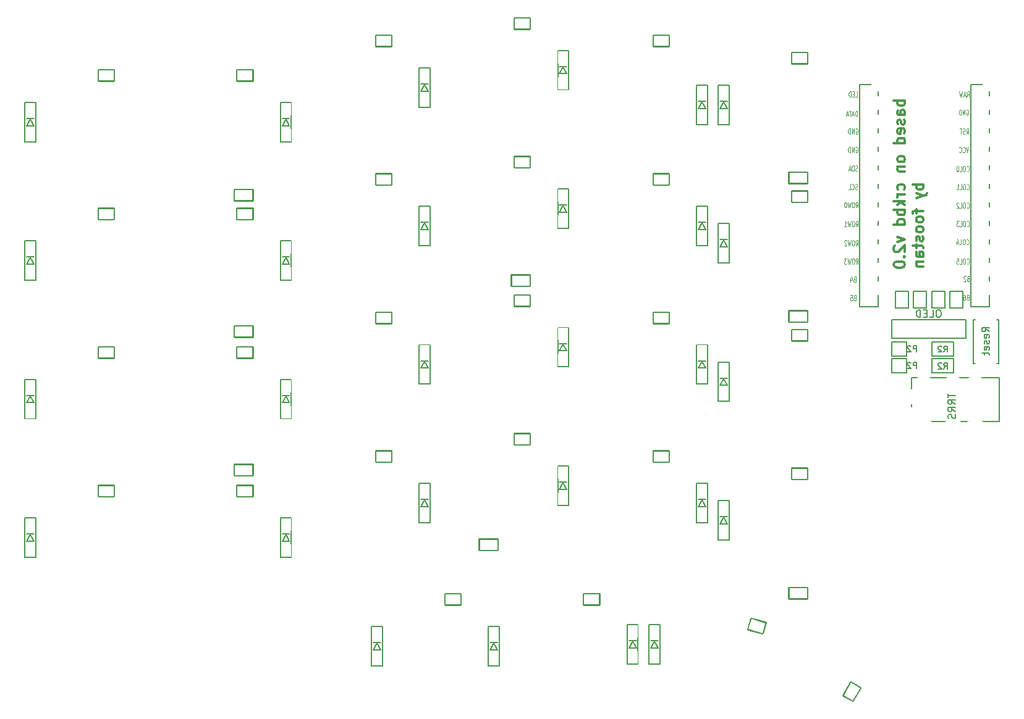
<source format=gbr>
G04 #@! TF.GenerationSoftware,KiCad,Pcbnew,(5.0.0-3-g5ebb6b6)*
G04 #@! TF.CreationDate,2018-11-12T21:10:46+01:00*
G04 #@! TF.ProjectId,corne-classic,636F726E652D636C61737369632E6B69,1.1*
G04 #@! TF.SameCoordinates,Original*
G04 #@! TF.FileFunction,Legend,Bot*
G04 #@! TF.FilePolarity,Positive*
%FSLAX46Y46*%
G04 Gerber Fmt 4.6, Leading zero omitted, Abs format (unit mm)*
G04 Created by KiCad (PCBNEW (5.0.0-3-g5ebb6b6)) date 2018 November 12, Monday 21:10:46*
%MOMM*%
%LPD*%
G01*
G04 APERTURE LIST*
%ADD10C,0.300000*%
%ADD11C,0.150000*%
%ADD12C,0.125000*%
%ADD13C,0.250000*%
%ADD14C,0.010000*%
%ADD15C,1.850000*%
%ADD16C,1.850000*%
%ADD17C,4.400000*%
%ADD18C,2.300000*%
%ADD19C,2.600000*%
%ADD20C,2.800000*%
%ADD21C,1.950000*%
%ADD22C,1.950000*%
%ADD23C,2.100000*%
%ADD24C,1.400000*%
%ADD25C,5.400000*%
%ADD26R,1.350000X1.700000*%
%ADD27R,1.797000X1.797000*%
%ADD28C,1.797000*%
%ADD29O,2.900000X2.100000*%
%ADD30C,1.600000*%
%ADD31R,1.924000X1.924000*%
%ADD32R,1.543000X1.035000*%
%ADD33R,2.400000X1.400000*%
%ADD34R,2.000000X1.400000*%
%ADD35C,0.100000*%
%ADD36C,2.400000*%
%ADD37C,1.924000*%
G04 APERTURE END LIST*
D10*
X181803571Y-55171428D02*
X180303571Y-55171428D01*
X180875000Y-55171428D02*
X180803571Y-55314285D01*
X180803571Y-55600000D01*
X180875000Y-55742857D01*
X180946428Y-55814285D01*
X181089285Y-55885714D01*
X181517857Y-55885714D01*
X181660714Y-55814285D01*
X181732142Y-55742857D01*
X181803571Y-55600000D01*
X181803571Y-55314285D01*
X181732142Y-55171428D01*
X181803571Y-57171428D02*
X181017857Y-57171428D01*
X180875000Y-57100000D01*
X180803571Y-56957142D01*
X180803571Y-56671428D01*
X180875000Y-56528571D01*
X181732142Y-57171428D02*
X181803571Y-57028571D01*
X181803571Y-56671428D01*
X181732142Y-56528571D01*
X181589285Y-56457142D01*
X181446428Y-56457142D01*
X181303571Y-56528571D01*
X181232142Y-56671428D01*
X181232142Y-57028571D01*
X181160714Y-57171428D01*
X181732142Y-57814285D02*
X181803571Y-57957142D01*
X181803571Y-58242857D01*
X181732142Y-58385714D01*
X181589285Y-58457142D01*
X181517857Y-58457142D01*
X181375000Y-58385714D01*
X181303571Y-58242857D01*
X181303571Y-58028571D01*
X181232142Y-57885714D01*
X181089285Y-57814285D01*
X181017857Y-57814285D01*
X180875000Y-57885714D01*
X180803571Y-58028571D01*
X180803571Y-58242857D01*
X180875000Y-58385714D01*
X181732142Y-59671428D02*
X181803571Y-59528571D01*
X181803571Y-59242857D01*
X181732142Y-59100000D01*
X181589285Y-59028571D01*
X181017857Y-59028571D01*
X180875000Y-59100000D01*
X180803571Y-59242857D01*
X180803571Y-59528571D01*
X180875000Y-59671428D01*
X181017857Y-59742857D01*
X181160714Y-59742857D01*
X181303571Y-59028571D01*
X181803571Y-61028571D02*
X180303571Y-61028571D01*
X181732142Y-61028571D02*
X181803571Y-60885714D01*
X181803571Y-60600000D01*
X181732142Y-60457142D01*
X181660714Y-60385714D01*
X181517857Y-60314285D01*
X181089285Y-60314285D01*
X180946428Y-60385714D01*
X180875000Y-60457142D01*
X180803571Y-60600000D01*
X180803571Y-60885714D01*
X180875000Y-61028571D01*
X181803571Y-63100000D02*
X181732142Y-62957142D01*
X181660714Y-62885714D01*
X181517857Y-62814285D01*
X181089285Y-62814285D01*
X180946428Y-62885714D01*
X180875000Y-62957142D01*
X180803571Y-63100000D01*
X180803571Y-63314285D01*
X180875000Y-63457142D01*
X180946428Y-63528571D01*
X181089285Y-63600000D01*
X181517857Y-63600000D01*
X181660714Y-63528571D01*
X181732142Y-63457142D01*
X181803571Y-63314285D01*
X181803571Y-63100000D01*
X180803571Y-64242857D02*
X181803571Y-64242857D01*
X180946428Y-64242857D02*
X180875000Y-64314285D01*
X180803571Y-64457142D01*
X180803571Y-64671428D01*
X180875000Y-64814285D01*
X181017857Y-64885714D01*
X181803571Y-64885714D01*
X181732142Y-67385714D02*
X181803571Y-67242857D01*
X181803571Y-66957142D01*
X181732142Y-66814285D01*
X181660714Y-66742857D01*
X181517857Y-66671428D01*
X181089285Y-66671428D01*
X180946428Y-66742857D01*
X180875000Y-66814285D01*
X180803571Y-66957142D01*
X180803571Y-67242857D01*
X180875000Y-67385714D01*
X181803571Y-68028571D02*
X180803571Y-68028571D01*
X181089285Y-68028571D02*
X180946428Y-68100000D01*
X180875000Y-68171428D01*
X180803571Y-68314285D01*
X180803571Y-68457142D01*
X181803571Y-68957142D02*
X180303571Y-68957142D01*
X181232142Y-69100000D02*
X181803571Y-69528571D01*
X180803571Y-69528571D02*
X181375000Y-68957142D01*
X181803571Y-70171428D02*
X180303571Y-70171428D01*
X180875000Y-70171428D02*
X180803571Y-70314285D01*
X180803571Y-70600000D01*
X180875000Y-70742857D01*
X180946428Y-70814285D01*
X181089285Y-70885714D01*
X181517857Y-70885714D01*
X181660714Y-70814285D01*
X181732142Y-70742857D01*
X181803571Y-70600000D01*
X181803571Y-70314285D01*
X181732142Y-70171428D01*
X181803571Y-72171428D02*
X180303571Y-72171428D01*
X181732142Y-72171428D02*
X181803571Y-72028571D01*
X181803571Y-71742857D01*
X181732142Y-71600000D01*
X181660714Y-71528571D01*
X181517857Y-71457142D01*
X181089285Y-71457142D01*
X180946428Y-71528571D01*
X180875000Y-71600000D01*
X180803571Y-71742857D01*
X180803571Y-72028571D01*
X180875000Y-72171428D01*
X180803571Y-73885714D02*
X181803571Y-74242857D01*
X180803571Y-74600000D01*
X180446428Y-75100000D02*
X180375000Y-75171428D01*
X180303571Y-75314285D01*
X180303571Y-75671428D01*
X180375000Y-75814285D01*
X180446428Y-75885714D01*
X180589285Y-75957142D01*
X180732142Y-75957142D01*
X180946428Y-75885714D01*
X181803571Y-75028571D01*
X181803571Y-75957142D01*
X181660714Y-76600000D02*
X181732142Y-76671428D01*
X181803571Y-76600000D01*
X181732142Y-76528571D01*
X181660714Y-76600000D01*
X181803571Y-76600000D01*
X180303571Y-77600000D02*
X180303571Y-77742857D01*
X180375000Y-77885714D01*
X180446428Y-77957142D01*
X180589285Y-78028571D01*
X180875000Y-78100000D01*
X181232142Y-78100000D01*
X181517857Y-78028571D01*
X181660714Y-77957142D01*
X181732142Y-77885714D01*
X181803571Y-77742857D01*
X181803571Y-77600000D01*
X181732142Y-77457142D01*
X181660714Y-77385714D01*
X181517857Y-77314285D01*
X181232142Y-77242857D01*
X180875000Y-77242857D01*
X180589285Y-77314285D01*
X180446428Y-77385714D01*
X180375000Y-77457142D01*
X180303571Y-77600000D01*
X184353571Y-66671428D02*
X182853571Y-66671428D01*
X183425000Y-66671428D02*
X183353571Y-66814285D01*
X183353571Y-67099999D01*
X183425000Y-67242857D01*
X183496428Y-67314285D01*
X183639285Y-67385714D01*
X184067857Y-67385714D01*
X184210714Y-67314285D01*
X184282142Y-67242857D01*
X184353571Y-67099999D01*
X184353571Y-66814285D01*
X184282142Y-66671428D01*
X183353571Y-67885714D02*
X184353571Y-68242857D01*
X183353571Y-68599999D02*
X184353571Y-68242857D01*
X184710714Y-68099999D01*
X184782142Y-68028571D01*
X184853571Y-67885714D01*
X183353571Y-70099999D02*
X183353571Y-70671428D01*
X184353571Y-70314285D02*
X183067857Y-70314285D01*
X182925000Y-70385714D01*
X182853571Y-70528571D01*
X182853571Y-70671428D01*
X184353571Y-71385714D02*
X184282142Y-71242857D01*
X184210714Y-71171428D01*
X184067857Y-71099999D01*
X183639285Y-71099999D01*
X183496428Y-71171428D01*
X183425000Y-71242857D01*
X183353571Y-71385714D01*
X183353571Y-71599999D01*
X183425000Y-71742857D01*
X183496428Y-71814285D01*
X183639285Y-71885714D01*
X184067857Y-71885714D01*
X184210714Y-71814285D01*
X184282142Y-71742857D01*
X184353571Y-71599999D01*
X184353571Y-71385714D01*
X184353571Y-72742857D02*
X184282142Y-72599999D01*
X184210714Y-72528571D01*
X184067857Y-72457142D01*
X183639285Y-72457142D01*
X183496428Y-72528571D01*
X183425000Y-72599999D01*
X183353571Y-72742857D01*
X183353571Y-72957142D01*
X183425000Y-73099999D01*
X183496428Y-73171428D01*
X183639285Y-73242857D01*
X184067857Y-73242857D01*
X184210714Y-73171428D01*
X184282142Y-73099999D01*
X184353571Y-72957142D01*
X184353571Y-72742857D01*
X184282142Y-73814285D02*
X184353571Y-73957142D01*
X184353571Y-74242857D01*
X184282142Y-74385714D01*
X184139285Y-74457142D01*
X184067857Y-74457142D01*
X183925000Y-74385714D01*
X183853571Y-74242857D01*
X183853571Y-74028571D01*
X183782142Y-73885714D01*
X183639285Y-73814285D01*
X183567857Y-73814285D01*
X183425000Y-73885714D01*
X183353571Y-74028571D01*
X183353571Y-74242857D01*
X183425000Y-74385714D01*
X183353571Y-74885714D02*
X183353571Y-75457142D01*
X182853571Y-75099999D02*
X184139285Y-75099999D01*
X184282142Y-75171428D01*
X184353571Y-75314285D01*
X184353571Y-75457142D01*
X184353571Y-76599999D02*
X183567857Y-76599999D01*
X183425000Y-76528571D01*
X183353571Y-76385714D01*
X183353571Y-76099999D01*
X183425000Y-75957142D01*
X184282142Y-76599999D02*
X184353571Y-76457142D01*
X184353571Y-76099999D01*
X184282142Y-75957142D01*
X184139285Y-75885714D01*
X183996428Y-75885714D01*
X183853571Y-75957142D01*
X183782142Y-76099999D01*
X183782142Y-76457142D01*
X183710714Y-76599999D01*
X183353571Y-77314285D02*
X184353571Y-77314285D01*
X183496428Y-77314285D02*
X183425000Y-77385714D01*
X183353571Y-77528571D01*
X183353571Y-77742857D01*
X183425000Y-77885714D01*
X183567857Y-77957142D01*
X184353571Y-77957142D01*
D11*
G04 #@! TO.C,D1*
X62000000Y-57725000D02*
X62500000Y-58625000D01*
X62500000Y-58625000D02*
X61500000Y-58625000D01*
X61500000Y-58625000D02*
X62000000Y-57725000D01*
X62500000Y-57625000D02*
X61500000Y-57625000D01*
X62750000Y-60825000D02*
X62750000Y-55425000D01*
X62750000Y-55425000D02*
X61250000Y-55425000D01*
X61250000Y-55425000D02*
X61250000Y-60825000D01*
X61250000Y-60825000D02*
X62750000Y-60825000D01*
G04 #@! TO.C,D2*
X97000000Y-57725000D02*
X97500000Y-58625000D01*
X97500000Y-58625000D02*
X96500000Y-58625000D01*
X96500000Y-58625000D02*
X97000000Y-57725000D01*
X97500000Y-57625000D02*
X96500000Y-57625000D01*
X97750000Y-60825000D02*
X97750000Y-55425000D01*
X97750000Y-55425000D02*
X96250000Y-55425000D01*
X96250000Y-55425000D02*
X96250000Y-60825000D01*
X96250000Y-60825000D02*
X97750000Y-60825000D01*
G04 #@! TO.C,D3*
X116000000Y-52975000D02*
X116500000Y-53875000D01*
X116500000Y-53875000D02*
X115500000Y-53875000D01*
X115500000Y-53875000D02*
X116000000Y-52975000D01*
X116500000Y-52875000D02*
X115500000Y-52875000D01*
X116750000Y-56075000D02*
X116750000Y-50675000D01*
X116750000Y-50675000D02*
X115250000Y-50675000D01*
X115250000Y-50675000D02*
X115250000Y-56075000D01*
X115250000Y-56075000D02*
X116750000Y-56075000D01*
G04 #@! TO.C,D4*
X135000000Y-50600000D02*
X135500000Y-51500000D01*
X135500000Y-51500000D02*
X134500000Y-51500000D01*
X134500000Y-51500000D02*
X135000000Y-50600000D01*
X135500000Y-50500000D02*
X134500000Y-50500000D01*
X135750000Y-53700000D02*
X135750000Y-48300000D01*
X135750000Y-48300000D02*
X134250000Y-48300000D01*
X134250000Y-48300000D02*
X134250000Y-53700000D01*
X134250000Y-53700000D02*
X135750000Y-53700000D01*
G04 #@! TO.C,D5*
X153250000Y-58450000D02*
X154750000Y-58450000D01*
X153250000Y-53050000D02*
X153250000Y-58450000D01*
X154750000Y-53050000D02*
X153250000Y-53050000D01*
X154750000Y-58450000D02*
X154750000Y-53050000D01*
X154500000Y-55250000D02*
X153500000Y-55250000D01*
X153500000Y-56250000D02*
X154000000Y-55350000D01*
X154500000Y-56250000D02*
X153500000Y-56250000D01*
X154000000Y-55350000D02*
X154500000Y-56250000D01*
G04 #@! TO.C,D6*
X157000000Y-55350000D02*
X157500000Y-56250000D01*
X157500000Y-56250000D02*
X156500000Y-56250000D01*
X156500000Y-56250000D02*
X157000000Y-55350000D01*
X157500000Y-55250000D02*
X156500000Y-55250000D01*
X157750000Y-58450000D02*
X157750000Y-53050000D01*
X157750000Y-53050000D02*
X156250000Y-53050000D01*
X156250000Y-53050000D02*
X156250000Y-58450000D01*
X156250000Y-58450000D02*
X157750000Y-58450000D01*
G04 #@! TO.C,D7*
X61250000Y-79825000D02*
X62750000Y-79825000D01*
X61250000Y-74425000D02*
X61250000Y-79825000D01*
X62750000Y-74425000D02*
X61250000Y-74425000D01*
X62750000Y-79825000D02*
X62750000Y-74425000D01*
X62500000Y-76625000D02*
X61500000Y-76625000D01*
X61500000Y-77625000D02*
X62000000Y-76725000D01*
X62500000Y-77625000D02*
X61500000Y-77625000D01*
X62000000Y-76725000D02*
X62500000Y-77625000D01*
G04 #@! TO.C,D8*
X97000000Y-76725000D02*
X97500000Y-77625000D01*
X97500000Y-77625000D02*
X96500000Y-77625000D01*
X96500000Y-77625000D02*
X97000000Y-76725000D01*
X97500000Y-76625000D02*
X96500000Y-76625000D01*
X97750000Y-79825000D02*
X97750000Y-74425000D01*
X97750000Y-74425000D02*
X96250000Y-74425000D01*
X96250000Y-74425000D02*
X96250000Y-79825000D01*
X96250000Y-79825000D02*
X97750000Y-79825000D01*
G04 #@! TO.C,D9*
X116000000Y-71975000D02*
X116500000Y-72875000D01*
X116500000Y-72875000D02*
X115500000Y-72875000D01*
X115500000Y-72875000D02*
X116000000Y-71975000D01*
X116500000Y-71875000D02*
X115500000Y-71875000D01*
X116750000Y-75075000D02*
X116750000Y-69675000D01*
X116750000Y-69675000D02*
X115250000Y-69675000D01*
X115250000Y-69675000D02*
X115250000Y-75075000D01*
X115250000Y-75075000D02*
X116750000Y-75075000D01*
G04 #@! TO.C,D10*
X134250000Y-72700000D02*
X135750000Y-72700000D01*
X134250000Y-67300000D02*
X134250000Y-72700000D01*
X135750000Y-67300000D02*
X134250000Y-67300000D01*
X135750000Y-72700000D02*
X135750000Y-67300000D01*
X135500000Y-69500000D02*
X134500000Y-69500000D01*
X134500000Y-70500000D02*
X135000000Y-69600000D01*
X135500000Y-70500000D02*
X134500000Y-70500000D01*
X135000000Y-69600000D02*
X135500000Y-70500000D01*
G04 #@! TO.C,D11*
X154000000Y-71975000D02*
X154500000Y-72875000D01*
X154500000Y-72875000D02*
X153500000Y-72875000D01*
X153500000Y-72875000D02*
X154000000Y-71975000D01*
X154500000Y-71875000D02*
X153500000Y-71875000D01*
X154750000Y-75075000D02*
X154750000Y-69675000D01*
X154750000Y-69675000D02*
X153250000Y-69675000D01*
X153250000Y-69675000D02*
X153250000Y-75075000D01*
X153250000Y-75075000D02*
X154750000Y-75075000D01*
G04 #@! TO.C,D12*
X156250000Y-77450000D02*
X157750000Y-77450000D01*
X156250000Y-72050000D02*
X156250000Y-77450000D01*
X157750000Y-72050000D02*
X156250000Y-72050000D01*
X157750000Y-77450000D02*
X157750000Y-72050000D01*
X157500000Y-74250000D02*
X156500000Y-74250000D01*
X156500000Y-75250000D02*
X157000000Y-74350000D01*
X157500000Y-75250000D02*
X156500000Y-75250000D01*
X157000000Y-74350000D02*
X157500000Y-75250000D01*
G04 #@! TO.C,D13*
X61250000Y-98825000D02*
X62750000Y-98825000D01*
X61250000Y-93425000D02*
X61250000Y-98825000D01*
X62750000Y-93425000D02*
X61250000Y-93425000D01*
X62750000Y-98825000D02*
X62750000Y-93425000D01*
X62500000Y-95625000D02*
X61500000Y-95625000D01*
X61500000Y-96625000D02*
X62000000Y-95725000D01*
X62500000Y-96625000D02*
X61500000Y-96625000D01*
X62000000Y-95725000D02*
X62500000Y-96625000D01*
G04 #@! TO.C,D14*
X96250000Y-98825000D02*
X97750000Y-98825000D01*
X96250000Y-93425000D02*
X96250000Y-98825000D01*
X97750000Y-93425000D02*
X96250000Y-93425000D01*
X97750000Y-98825000D02*
X97750000Y-93425000D01*
X97500000Y-95625000D02*
X96500000Y-95625000D01*
X96500000Y-96625000D02*
X97000000Y-95725000D01*
X97500000Y-96625000D02*
X96500000Y-96625000D01*
X97000000Y-95725000D02*
X97500000Y-96625000D01*
G04 #@! TO.C,D15*
X115250000Y-94075000D02*
X116750000Y-94075000D01*
X115250000Y-88675000D02*
X115250000Y-94075000D01*
X116750000Y-88675000D02*
X115250000Y-88675000D01*
X116750000Y-94075000D02*
X116750000Y-88675000D01*
X116500000Y-90875000D02*
X115500000Y-90875000D01*
X115500000Y-91875000D02*
X116000000Y-90975000D01*
X116500000Y-91875000D02*
X115500000Y-91875000D01*
X116000000Y-90975000D02*
X116500000Y-91875000D01*
G04 #@! TO.C,D16*
X135000000Y-88600000D02*
X135500000Y-89500000D01*
X135500000Y-89500000D02*
X134500000Y-89500000D01*
X134500000Y-89500000D02*
X135000000Y-88600000D01*
X135500000Y-88500000D02*
X134500000Y-88500000D01*
X135750000Y-91700000D02*
X135750000Y-86300000D01*
X135750000Y-86300000D02*
X134250000Y-86300000D01*
X134250000Y-86300000D02*
X134250000Y-91700000D01*
X134250000Y-91700000D02*
X135750000Y-91700000D01*
G04 #@! TO.C,D17*
X153250000Y-94075000D02*
X154750000Y-94075000D01*
X153250000Y-88675000D02*
X153250000Y-94075000D01*
X154750000Y-88675000D02*
X153250000Y-88675000D01*
X154750000Y-94075000D02*
X154750000Y-88675000D01*
X154500000Y-90875000D02*
X153500000Y-90875000D01*
X153500000Y-91875000D02*
X154000000Y-90975000D01*
X154500000Y-91875000D02*
X153500000Y-91875000D01*
X154000000Y-90975000D02*
X154500000Y-91875000D01*
G04 #@! TO.C,D18*
X156250000Y-96450000D02*
X157750000Y-96450000D01*
X156250000Y-91050000D02*
X156250000Y-96450000D01*
X157750000Y-91050000D02*
X156250000Y-91050000D01*
X157750000Y-96450000D02*
X157750000Y-91050000D01*
X157500000Y-93250000D02*
X156500000Y-93250000D01*
X156500000Y-94250000D02*
X157000000Y-93350000D01*
X157500000Y-94250000D02*
X156500000Y-94250000D01*
X157000000Y-93350000D02*
X157500000Y-94250000D01*
G04 #@! TO.C,D19*
X61250000Y-117825000D02*
X62750000Y-117825000D01*
X61250000Y-112425000D02*
X61250000Y-117825000D01*
X62750000Y-112425000D02*
X61250000Y-112425000D01*
X62750000Y-117825000D02*
X62750000Y-112425000D01*
X62500000Y-114625000D02*
X61500000Y-114625000D01*
X61500000Y-115625000D02*
X62000000Y-114725000D01*
X62500000Y-115625000D02*
X61500000Y-115625000D01*
X62000000Y-114725000D02*
X62500000Y-115625000D01*
G04 #@! TO.C,D20*
X96250000Y-117825000D02*
X97750000Y-117825000D01*
X96250000Y-112425000D02*
X96250000Y-117825000D01*
X97750000Y-112425000D02*
X96250000Y-112425000D01*
X97750000Y-117825000D02*
X97750000Y-112425000D01*
X97500000Y-114625000D02*
X96500000Y-114625000D01*
X96500000Y-115625000D02*
X97000000Y-114725000D01*
X97500000Y-115625000D02*
X96500000Y-115625000D01*
X97000000Y-114725000D02*
X97500000Y-115625000D01*
G04 #@! TO.C,D21*
X115250000Y-113075000D02*
X116750000Y-113075000D01*
X115250000Y-107675000D02*
X115250000Y-113075000D01*
X116750000Y-107675000D02*
X115250000Y-107675000D01*
X116750000Y-113075000D02*
X116750000Y-107675000D01*
X116500000Y-109875000D02*
X115500000Y-109875000D01*
X115500000Y-110875000D02*
X116000000Y-109975000D01*
X116500000Y-110875000D02*
X115500000Y-110875000D01*
X116000000Y-109975000D02*
X116500000Y-110875000D01*
G04 #@! TO.C,D22*
X134250000Y-110700000D02*
X135750000Y-110700000D01*
X134250000Y-105300000D02*
X134250000Y-110700000D01*
X135750000Y-105300000D02*
X134250000Y-105300000D01*
X135750000Y-110700000D02*
X135750000Y-105300000D01*
X135500000Y-107500000D02*
X134500000Y-107500000D01*
X134500000Y-108500000D02*
X135000000Y-107600000D01*
X135500000Y-108500000D02*
X134500000Y-108500000D01*
X135000000Y-107600000D02*
X135500000Y-108500000D01*
G04 #@! TO.C,D23*
X154000000Y-109975000D02*
X154500000Y-110875000D01*
X154500000Y-110875000D02*
X153500000Y-110875000D01*
X153500000Y-110875000D02*
X154000000Y-109975000D01*
X154500000Y-109875000D02*
X153500000Y-109875000D01*
X154750000Y-113075000D02*
X154750000Y-107675000D01*
X154750000Y-107675000D02*
X153250000Y-107675000D01*
X153250000Y-107675000D02*
X153250000Y-113075000D01*
X153250000Y-113075000D02*
X154750000Y-113075000D01*
G04 #@! TO.C,D24*
X156250000Y-115450000D02*
X157750000Y-115450000D01*
X156250000Y-110050000D02*
X156250000Y-115450000D01*
X157750000Y-110050000D02*
X156250000Y-110050000D01*
X157750000Y-115450000D02*
X157750000Y-110050000D01*
X157500000Y-112250000D02*
X156500000Y-112250000D01*
X156500000Y-113250000D02*
X157000000Y-112350000D01*
X157500000Y-113250000D02*
X156500000Y-113250000D01*
X157000000Y-112350000D02*
X157500000Y-113250000D01*
G04 #@! TO.C,D25*
X109500000Y-129600000D02*
X110000000Y-130500000D01*
X110000000Y-130500000D02*
X109000000Y-130500000D01*
X109000000Y-130500000D02*
X109500000Y-129600000D01*
X110000000Y-129500000D02*
X109000000Y-129500000D01*
X110250000Y-132700000D02*
X110250000Y-127300000D01*
X110250000Y-127300000D02*
X108750000Y-127300000D01*
X108750000Y-127300000D02*
X108750000Y-132700000D01*
X108750000Y-132700000D02*
X110250000Y-132700000D01*
G04 #@! TO.C,D26*
X125500000Y-129600000D02*
X126000000Y-130500000D01*
X126000000Y-130500000D02*
X125000000Y-130500000D01*
X125000000Y-130500000D02*
X125500000Y-129600000D01*
X126000000Y-129500000D02*
X125000000Y-129500000D01*
X126250000Y-132700000D02*
X126250000Y-127300000D01*
X126250000Y-127300000D02*
X124750000Y-127300000D01*
X124750000Y-127300000D02*
X124750000Y-132700000D01*
X124750000Y-132700000D02*
X126250000Y-132700000D01*
G04 #@! TO.C,D27*
X144500000Y-129350000D02*
X145000000Y-130250000D01*
X145000000Y-130250000D02*
X144000000Y-130250000D01*
X144000000Y-130250000D02*
X144500000Y-129350000D01*
X145000000Y-129250000D02*
X144000000Y-129250000D01*
X145250000Y-132450000D02*
X145250000Y-127050000D01*
X145250000Y-127050000D02*
X143750000Y-127050000D01*
X143750000Y-127050000D02*
X143750000Y-132450000D01*
X143750000Y-132450000D02*
X145250000Y-132450000D01*
G04 #@! TO.C,D28*
X147500000Y-129350000D02*
X148000000Y-130250000D01*
X148000000Y-130250000D02*
X147000000Y-130250000D01*
X147000000Y-130250000D02*
X147500000Y-129350000D01*
X148000000Y-129250000D02*
X147000000Y-129250000D01*
X148250000Y-132450000D02*
X148250000Y-127050000D01*
X148250000Y-127050000D02*
X146750000Y-127050000D01*
X146750000Y-127050000D02*
X146750000Y-132450000D01*
X146750000Y-132450000D02*
X148250000Y-132450000D01*
G04 #@! TO.C,J1*
X194700000Y-93200000D02*
X194700000Y-99200000D01*
X194700000Y-99200000D02*
X182700000Y-99200000D01*
X182700000Y-99200000D02*
X182700000Y-93200000D01*
X182700000Y-93200000D02*
X194700000Y-93200000D01*
G04 #@! TO.C,J2*
X180030000Y-87820000D02*
X180030000Y-85280000D01*
X190190000Y-87820000D02*
X180030000Y-87820000D01*
X190190000Y-85280000D02*
X190190000Y-87820000D01*
X180030000Y-85280000D02*
X190190000Y-85280000D01*
G04 #@! TO.C,JP6*
X187986000Y-81357000D02*
X187986000Y-83643000D01*
X187986000Y-83643000D02*
X189764000Y-83643000D01*
X189764000Y-83643000D02*
X189764000Y-81357000D01*
X189764000Y-81357000D02*
X187986000Y-81357000D01*
G04 #@! TO.C,JP7*
X187264000Y-81357000D02*
X185486000Y-81357000D01*
X187264000Y-83643000D02*
X187264000Y-81357000D01*
X185486000Y-83643000D02*
X187264000Y-83643000D01*
X185486000Y-81357000D02*
X185486000Y-83643000D01*
G04 #@! TO.C,JP8*
X182986000Y-81357000D02*
X182986000Y-83643000D01*
X182986000Y-83643000D02*
X184764000Y-83643000D01*
X184764000Y-83643000D02*
X184764000Y-81357000D01*
X184764000Y-81357000D02*
X182986000Y-81357000D01*
G04 #@! TO.C,JP9*
X182264000Y-81357000D02*
X180486000Y-81357000D01*
X182264000Y-83643000D02*
X182264000Y-81357000D01*
X180486000Y-83643000D02*
X182264000Y-83643000D01*
X180486000Y-81357000D02*
X180486000Y-83643000D01*
D10*
G04 #@! TO.C,L1*
X92430000Y-86150000D02*
X92430000Y-87600000D01*
X89980000Y-86150000D02*
X92400000Y-86150000D01*
X89980000Y-87600000D02*
X89980000Y-86150000D01*
X92430000Y-87600000D02*
X89980000Y-87600000D01*
G04 #@! TO.C,L2*
X130430000Y-80600000D02*
X127980000Y-80600000D01*
X127980000Y-80600000D02*
X127980000Y-79150000D01*
X127980000Y-79150000D02*
X130400000Y-79150000D01*
X130430000Y-79150000D02*
X130430000Y-80600000D01*
G04 #@! TO.C,L3*
X168430000Y-84050000D02*
X168430000Y-85500000D01*
X165980000Y-84050000D02*
X168400000Y-84050000D01*
X165980000Y-85500000D02*
X165980000Y-84050000D01*
X168430000Y-85500000D02*
X165980000Y-85500000D01*
G04 #@! TO.C,L4*
X92430000Y-106600000D02*
X89980000Y-106600000D01*
X89980000Y-106600000D02*
X89980000Y-105150000D01*
X89980000Y-105150000D02*
X92400000Y-105150000D01*
X92430000Y-105150000D02*
X92430000Y-106600000D01*
G04 #@! TO.C,L5*
X123570000Y-116850000D02*
X123570000Y-115400000D01*
X126020000Y-116850000D02*
X123600000Y-116850000D01*
X126020000Y-115400000D02*
X126020000Y-116850000D01*
X123570000Y-115400000D02*
X126020000Y-115400000D01*
G04 #@! TO.C,L6*
X168430000Y-123500000D02*
X165980000Y-123500000D01*
X165980000Y-123500000D02*
X165980000Y-122050000D01*
X165980000Y-122050000D02*
X168400000Y-122050000D01*
X168430000Y-122050000D02*
X168430000Y-123500000D01*
G04 #@! TO.C,L7*
X71380000Y-51025000D02*
X73430000Y-51025000D01*
X71380000Y-52475000D02*
X71380000Y-51025000D01*
X73430000Y-52475000D02*
X71380000Y-52475000D01*
X73430000Y-51025000D02*
X73430000Y-52475000D01*
G04 #@! TO.C,L8*
X92430000Y-51025000D02*
X92430000Y-52475000D01*
X92430000Y-52475000D02*
X90380000Y-52475000D01*
X90380000Y-52475000D02*
X90380000Y-51025000D01*
X90380000Y-51025000D02*
X92430000Y-51025000D01*
G04 #@! TO.C,L9*
X109380000Y-46275000D02*
X111430000Y-46275000D01*
X109380000Y-47725000D02*
X109380000Y-46275000D01*
X111430000Y-47725000D02*
X109380000Y-47725000D01*
X111430000Y-46275000D02*
X111430000Y-47725000D01*
G04 #@! TO.C,L10*
X130430000Y-43900000D02*
X130430000Y-45350000D01*
X130430000Y-45350000D02*
X128380000Y-45350000D01*
X128380000Y-45350000D02*
X128380000Y-43900000D01*
X128380000Y-43900000D02*
X130430000Y-43900000D01*
G04 #@! TO.C,L11*
X147380000Y-46275000D02*
X149430000Y-46275000D01*
X147380000Y-47725000D02*
X147380000Y-46275000D01*
X149430000Y-47725000D02*
X147380000Y-47725000D01*
X149430000Y-46275000D02*
X149430000Y-47725000D01*
G04 #@! TO.C,L12*
X168430000Y-48650000D02*
X168430000Y-50100000D01*
X168430000Y-50100000D02*
X166380000Y-50100000D01*
X166380000Y-50100000D02*
X166380000Y-48650000D01*
X166380000Y-48650000D02*
X168430000Y-48650000D01*
G04 #@! TO.C,L13*
X71380000Y-70025000D02*
X73430000Y-70025000D01*
X71380000Y-71475000D02*
X71380000Y-70025000D01*
X73430000Y-71475000D02*
X71380000Y-71475000D01*
X73430000Y-70025000D02*
X73430000Y-71475000D01*
G04 #@! TO.C,L14*
X92430000Y-70025000D02*
X92430000Y-71475000D01*
X92430000Y-71475000D02*
X90380000Y-71475000D01*
X90380000Y-71475000D02*
X90380000Y-70025000D01*
X90380000Y-70025000D02*
X92430000Y-70025000D01*
G04 #@! TO.C,L15*
X109380000Y-65275000D02*
X111430000Y-65275000D01*
X109380000Y-66725000D02*
X109380000Y-65275000D01*
X111430000Y-66725000D02*
X109380000Y-66725000D01*
X111430000Y-65275000D02*
X111430000Y-66725000D01*
G04 #@! TO.C,L16*
X130430000Y-62900000D02*
X130430000Y-64350000D01*
X130430000Y-64350000D02*
X128380000Y-64350000D01*
X128380000Y-64350000D02*
X128380000Y-62900000D01*
X128380000Y-62900000D02*
X130430000Y-62900000D01*
G04 #@! TO.C,L17*
X147380000Y-65275000D02*
X149430000Y-65275000D01*
X147380000Y-66725000D02*
X147380000Y-65275000D01*
X149430000Y-66725000D02*
X147380000Y-66725000D01*
X149430000Y-65275000D02*
X149430000Y-66725000D01*
G04 #@! TO.C,L18*
X168430000Y-67650000D02*
X168430000Y-69100000D01*
X168430000Y-69100000D02*
X166380000Y-69100000D01*
X166380000Y-69100000D02*
X166380000Y-67650000D01*
X166380000Y-67650000D02*
X168430000Y-67650000D01*
G04 #@! TO.C,L19*
X73430000Y-89025000D02*
X73430000Y-90475000D01*
X73430000Y-90475000D02*
X71380000Y-90475000D01*
X71380000Y-90475000D02*
X71380000Y-89025000D01*
X71380000Y-89025000D02*
X73430000Y-89025000D01*
G04 #@! TO.C,L20*
X92430000Y-89025000D02*
X92430000Y-90475000D01*
X92430000Y-90475000D02*
X90380000Y-90475000D01*
X90380000Y-90475000D02*
X90380000Y-89025000D01*
X90380000Y-89025000D02*
X92430000Y-89025000D01*
G04 #@! TO.C,L21*
X109380000Y-84275000D02*
X111430000Y-84275000D01*
X109380000Y-85725000D02*
X109380000Y-84275000D01*
X111430000Y-85725000D02*
X109380000Y-85725000D01*
X111430000Y-84275000D02*
X111430000Y-85725000D01*
G04 #@! TO.C,L22*
X130430000Y-81900000D02*
X130430000Y-83350000D01*
X130430000Y-83350000D02*
X128380000Y-83350000D01*
X128380000Y-83350000D02*
X128380000Y-81900000D01*
X128380000Y-81900000D02*
X130430000Y-81900000D01*
G04 #@! TO.C,L23*
X147380000Y-84275000D02*
X149430000Y-84275000D01*
X147380000Y-85725000D02*
X147380000Y-84275000D01*
X149430000Y-85725000D02*
X147380000Y-85725000D01*
X149430000Y-84275000D02*
X149430000Y-85725000D01*
G04 #@! TO.C,L24*
X166380000Y-86650000D02*
X168430000Y-86650000D01*
X166380000Y-88100000D02*
X166380000Y-86650000D01*
X168430000Y-88100000D02*
X166380000Y-88100000D01*
X168430000Y-86650000D02*
X168430000Y-88100000D01*
G04 #@! TO.C,L25*
X71380000Y-108025000D02*
X73430000Y-108025000D01*
X71380000Y-109475000D02*
X71380000Y-108025000D01*
X73430000Y-109475000D02*
X71380000Y-109475000D01*
X73430000Y-108025000D02*
X73430000Y-109475000D01*
G04 #@! TO.C,L26*
X90380000Y-108025000D02*
X92430000Y-108025000D01*
X90380000Y-109475000D02*
X90380000Y-108025000D01*
X92430000Y-109475000D02*
X90380000Y-109475000D01*
X92430000Y-108025000D02*
X92430000Y-109475000D01*
G04 #@! TO.C,L27*
X111430000Y-103275000D02*
X111430000Y-104725000D01*
X111430000Y-104725000D02*
X109380000Y-104725000D01*
X109380000Y-104725000D02*
X109380000Y-103275000D01*
X109380000Y-103275000D02*
X111430000Y-103275000D01*
G04 #@! TO.C,L28*
X130430000Y-100900000D02*
X130430000Y-102350000D01*
X130430000Y-102350000D02*
X128380000Y-102350000D01*
X128380000Y-102350000D02*
X128380000Y-100900000D01*
X128380000Y-100900000D02*
X130430000Y-100900000D01*
G04 #@! TO.C,L29*
X147380000Y-103275000D02*
X149430000Y-103275000D01*
X147380000Y-104725000D02*
X147380000Y-103275000D01*
X149430000Y-104725000D02*
X147380000Y-104725000D01*
X149430000Y-103275000D02*
X149430000Y-104725000D01*
G04 #@! TO.C,L30*
X168430000Y-105650000D02*
X168430000Y-107100000D01*
X168430000Y-107100000D02*
X166380000Y-107100000D01*
X166380000Y-107100000D02*
X166380000Y-105650000D01*
X166380000Y-105650000D02*
X168430000Y-105650000D01*
G04 #@! TO.C,L31*
X118880000Y-122900000D02*
X120930000Y-122900000D01*
X118880000Y-124350000D02*
X118880000Y-122900000D01*
X120930000Y-124350000D02*
X118880000Y-124350000D01*
X120930000Y-122900000D02*
X120930000Y-124350000D01*
G04 #@! TO.C,L32*
X139930000Y-122900000D02*
X139930000Y-124350000D01*
X139930000Y-124350000D02*
X137880000Y-124350000D01*
X137880000Y-124350000D02*
X137880000Y-122900000D01*
X137880000Y-122900000D02*
X139930000Y-122900000D01*
G04 #@! TO.C,L33*
X162727236Y-126842268D02*
X162351948Y-128242860D01*
X162351948Y-128242860D02*
X160371800Y-127712281D01*
X160371800Y-127712281D02*
X160747088Y-126311689D01*
X160747088Y-126311689D02*
X162727236Y-126842268D01*
G04 #@! TO.C,L34*
X175695641Y-135745115D02*
X174670641Y-137520467D01*
X174439904Y-135020115D02*
X175695641Y-135745115D01*
X173414904Y-136795467D02*
X174439904Y-135020115D01*
X174670641Y-137520467D02*
X173414904Y-136795467D01*
D11*
G04 #@! TO.C,P1*
X180000000Y-90250000D02*
X180000000Y-88250000D01*
X182000000Y-90250000D02*
X180000000Y-90250000D01*
X182000000Y-88250000D02*
X182000000Y-90250000D01*
X180000000Y-88250000D02*
X182000000Y-88250000D01*
G04 #@! TO.C,P2*
X180000000Y-90550000D02*
X182000000Y-90550000D01*
X182000000Y-90550000D02*
X182000000Y-92550000D01*
X182000000Y-92550000D02*
X180000000Y-92550000D01*
X180000000Y-92550000D02*
X180000000Y-90550000D01*
G04 #@! TO.C,R1*
X188500000Y-88250000D02*
X188500000Y-90250000D01*
X185500000Y-88250000D02*
X188500000Y-88250000D01*
X185500000Y-90250000D02*
X185500000Y-88250000D01*
X188500000Y-90250000D02*
X185500000Y-90250000D01*
G04 #@! TO.C,R2*
X188500000Y-92550000D02*
X185500000Y-92550000D01*
X185500000Y-92550000D02*
X185500000Y-90550000D01*
X185500000Y-90550000D02*
X188500000Y-90550000D01*
X188500000Y-90550000D02*
X188500000Y-92550000D01*
G04 #@! TO.C,RSW1*
X194400000Y-85250000D02*
X194650000Y-85250000D01*
X194650000Y-85250000D02*
X194650000Y-91250000D01*
X194650000Y-91250000D02*
X194400000Y-91250000D01*
X191400000Y-91250000D02*
X191150000Y-91250000D01*
X191150000Y-91250000D02*
X191150000Y-85250000D01*
X191150000Y-85250000D02*
X191400000Y-85250000D01*
G04 #@! TO.C,U1*
X175590000Y-83502000D02*
X175590000Y-53022000D01*
X178130000Y-83502000D02*
X175590000Y-83502000D01*
X178130000Y-53022000D02*
X178130000Y-83502000D01*
X175590000Y-53022000D02*
X178130000Y-53022000D01*
X190830000Y-83502000D02*
X190830000Y-53022000D01*
X193370000Y-83502000D02*
X190830000Y-83502000D01*
X193370000Y-53022000D02*
X193370000Y-83502000D01*
X190830000Y-53022000D02*
X193370000Y-53022000D01*
D10*
G04 #@! TO.C,L0*
X168430000Y-66500000D02*
X165980000Y-66500000D01*
X165980000Y-66500000D02*
X165980000Y-65050000D01*
X165980000Y-65050000D02*
X168400000Y-65050000D01*
X168430000Y-65050000D02*
X168430000Y-66500000D01*
G04 #@! TO.C,L111*
X92430000Y-67450000D02*
X92430000Y-68900000D01*
X89980000Y-67450000D02*
X92400000Y-67450000D01*
X89980000Y-68900000D02*
X89980000Y-67450000D01*
X92430000Y-68900000D02*
X89980000Y-68900000D01*
G04 #@! TO.C,J1*
D11*
X187738880Y-95362595D02*
X187738880Y-95934023D01*
X188738880Y-95648309D02*
X187738880Y-95648309D01*
X188738880Y-96838785D02*
X188262690Y-96505452D01*
X188738880Y-96267357D02*
X187738880Y-96267357D01*
X187738880Y-96648309D01*
X187786500Y-96743547D01*
X187834119Y-96791166D01*
X187929357Y-96838785D01*
X188072214Y-96838785D01*
X188167452Y-96791166D01*
X188215071Y-96743547D01*
X188262690Y-96648309D01*
X188262690Y-96267357D01*
X188738880Y-97838785D02*
X188262690Y-97505452D01*
X188738880Y-97267357D02*
X187738880Y-97267357D01*
X187738880Y-97648309D01*
X187786500Y-97743547D01*
X187834119Y-97791166D01*
X187929357Y-97838785D01*
X188072214Y-97838785D01*
X188167452Y-97791166D01*
X188215071Y-97743547D01*
X188262690Y-97648309D01*
X188262690Y-97267357D01*
X188691261Y-98219738D02*
X188738880Y-98362595D01*
X188738880Y-98600690D01*
X188691261Y-98695928D01*
X188643642Y-98743547D01*
X188548404Y-98791166D01*
X188453166Y-98791166D01*
X188357928Y-98743547D01*
X188310309Y-98695928D01*
X188262690Y-98600690D01*
X188215071Y-98410214D01*
X188167452Y-98314976D01*
X188119833Y-98267357D01*
X188024595Y-98219738D01*
X187929357Y-98219738D01*
X187834119Y-98267357D01*
X187786500Y-98314976D01*
X187738880Y-98410214D01*
X187738880Y-98648309D01*
X187786500Y-98791166D01*
G04 #@! TO.C,J2*
X186502380Y-83902380D02*
X186311904Y-83902380D01*
X186216666Y-83950000D01*
X186121428Y-84045238D01*
X186073809Y-84235714D01*
X186073809Y-84569047D01*
X186121428Y-84759523D01*
X186216666Y-84854761D01*
X186311904Y-84902380D01*
X186502380Y-84902380D01*
X186597619Y-84854761D01*
X186692857Y-84759523D01*
X186740476Y-84569047D01*
X186740476Y-84235714D01*
X186692857Y-84045238D01*
X186597619Y-83950000D01*
X186502380Y-83902380D01*
X185169047Y-84902380D02*
X185645238Y-84902380D01*
X185645238Y-83902380D01*
X184835714Y-84378571D02*
X184502380Y-84378571D01*
X184359523Y-84902380D02*
X184835714Y-84902380D01*
X184835714Y-83902380D01*
X184359523Y-83902380D01*
X183930952Y-84902380D02*
X183930952Y-83902380D01*
X183692857Y-83902380D01*
X183550000Y-83950000D01*
X183454761Y-84045238D01*
X183407142Y-84140476D01*
X183359523Y-84330952D01*
X183359523Y-84473809D01*
X183407142Y-84664285D01*
X183454761Y-84759523D01*
X183550000Y-84854761D01*
X183692857Y-84902380D01*
X183930952Y-84902380D01*
G04 #@! TO.C,JP6*
G04 #@! TO.C,JP7*
G04 #@! TO.C,JP8*
G04 #@! TO.C,JP9*
G04 #@! TO.C,P1*
X183399923Y-89617695D02*
X183399923Y-88804895D01*
X183090285Y-88804895D01*
X183012876Y-88843600D01*
X182974171Y-88882304D01*
X182935466Y-88959714D01*
X182935466Y-89075828D01*
X182974171Y-89153238D01*
X183012876Y-89191942D01*
X183090285Y-89230647D01*
X183399923Y-89230647D01*
X182625828Y-88882304D02*
X182587123Y-88843600D01*
X182509714Y-88804895D01*
X182316190Y-88804895D01*
X182238780Y-88843600D01*
X182200076Y-88882304D01*
X182161371Y-88959714D01*
X182161371Y-89037123D01*
X182200076Y-89153238D01*
X182664533Y-89617695D01*
X182161371Y-89617695D01*
G04 #@! TO.C,P2*
X183399923Y-91917695D02*
X183399923Y-91104895D01*
X183090285Y-91104895D01*
X183012876Y-91143600D01*
X182974171Y-91182304D01*
X182935466Y-91259714D01*
X182935466Y-91375828D01*
X182974171Y-91453238D01*
X183012876Y-91491942D01*
X183090285Y-91530647D01*
X183399923Y-91530647D01*
X182625828Y-91182304D02*
X182587123Y-91143600D01*
X182509714Y-91104895D01*
X182316190Y-91104895D01*
X182238780Y-91143600D01*
X182200076Y-91182304D01*
X182161371Y-91259714D01*
X182161371Y-91337123D01*
X182200076Y-91453238D01*
X182664533Y-91917695D01*
X182161371Y-91917695D01*
G04 #@! TO.C,R1*
X187135466Y-89681195D02*
X187406400Y-89294147D01*
X187599923Y-89681195D02*
X187599923Y-88868395D01*
X187290285Y-88868395D01*
X187212876Y-88907100D01*
X187174171Y-88945804D01*
X187135466Y-89023214D01*
X187135466Y-89139328D01*
X187174171Y-89216738D01*
X187212876Y-89255442D01*
X187290285Y-89294147D01*
X187599923Y-89294147D01*
X186825828Y-88945804D02*
X186787123Y-88907100D01*
X186709714Y-88868395D01*
X186516190Y-88868395D01*
X186438780Y-88907100D01*
X186400076Y-88945804D01*
X186361371Y-89023214D01*
X186361371Y-89100623D01*
X186400076Y-89216738D01*
X186864533Y-89681195D01*
X186361371Y-89681195D01*
G04 #@! TO.C,R2*
X187135466Y-91981195D02*
X187406400Y-91594147D01*
X187599923Y-91981195D02*
X187599923Y-91168395D01*
X187290285Y-91168395D01*
X187212876Y-91207100D01*
X187174171Y-91245804D01*
X187135466Y-91323214D01*
X187135466Y-91439328D01*
X187174171Y-91516738D01*
X187212876Y-91555442D01*
X187290285Y-91594147D01*
X187599923Y-91594147D01*
X186825828Y-91245804D02*
X186787123Y-91207100D01*
X186709714Y-91168395D01*
X186516190Y-91168395D01*
X186438780Y-91207100D01*
X186400076Y-91245804D01*
X186361371Y-91323214D01*
X186361371Y-91400623D01*
X186400076Y-91516738D01*
X186864533Y-91981195D01*
X186361371Y-91981195D01*
G04 #@! TO.C,RSW1*
X193352380Y-86884904D02*
X192876190Y-86551571D01*
X193352380Y-86313476D02*
X192352380Y-86313476D01*
X192352380Y-86694428D01*
X192400000Y-86789666D01*
X192447619Y-86837285D01*
X192542857Y-86884904D01*
X192685714Y-86884904D01*
X192780952Y-86837285D01*
X192828571Y-86789666D01*
X192876190Y-86694428D01*
X192876190Y-86313476D01*
X193304761Y-87694428D02*
X193352380Y-87599190D01*
X193352380Y-87408714D01*
X193304761Y-87313476D01*
X193209523Y-87265857D01*
X192828571Y-87265857D01*
X192733333Y-87313476D01*
X192685714Y-87408714D01*
X192685714Y-87599190D01*
X192733333Y-87694428D01*
X192828571Y-87742047D01*
X192923809Y-87742047D01*
X193019047Y-87265857D01*
X193304761Y-88123000D02*
X193352380Y-88218238D01*
X193352380Y-88408714D01*
X193304761Y-88503952D01*
X193209523Y-88551571D01*
X193161904Y-88551571D01*
X193066666Y-88503952D01*
X193019047Y-88408714D01*
X193019047Y-88265857D01*
X192971428Y-88170619D01*
X192876190Y-88123000D01*
X192828571Y-88123000D01*
X192733333Y-88170619D01*
X192685714Y-88265857D01*
X192685714Y-88408714D01*
X192733333Y-88503952D01*
X193304761Y-89361095D02*
X193352380Y-89265857D01*
X193352380Y-89075380D01*
X193304761Y-88980142D01*
X193209523Y-88932523D01*
X192828571Y-88932523D01*
X192733333Y-88980142D01*
X192685714Y-89075380D01*
X192685714Y-89265857D01*
X192733333Y-89361095D01*
X192828571Y-89408714D01*
X192923809Y-89408714D01*
X193019047Y-88932523D01*
X192685714Y-89694428D02*
X192685714Y-90075380D01*
X192352380Y-89837285D02*
X193209523Y-89837285D01*
X193304761Y-89884904D01*
X193352380Y-89980142D01*
X193352380Y-90075380D01*
G04 #@! TO.C,U1*
D12*
X175080952Y-72474785D02*
X175247619Y-72117642D01*
X175366666Y-72474785D02*
X175366666Y-71724785D01*
X175176190Y-71724785D01*
X175128571Y-71760500D01*
X175104761Y-71796214D01*
X175080952Y-71867642D01*
X175080952Y-71974785D01*
X175104761Y-72046214D01*
X175128571Y-72081928D01*
X175176190Y-72117642D01*
X175366666Y-72117642D01*
X174771428Y-71724785D02*
X174676190Y-71724785D01*
X174628571Y-71760500D01*
X174580952Y-71831928D01*
X174557142Y-71974785D01*
X174557142Y-72224785D01*
X174580952Y-72367642D01*
X174628571Y-72439071D01*
X174676190Y-72474785D01*
X174771428Y-72474785D01*
X174819047Y-72439071D01*
X174866666Y-72367642D01*
X174890476Y-72224785D01*
X174890476Y-71974785D01*
X174866666Y-71831928D01*
X174819047Y-71760500D01*
X174771428Y-71724785D01*
X174390476Y-71724785D02*
X174271428Y-72474785D01*
X174176190Y-71939071D01*
X174080952Y-72474785D01*
X173961904Y-71724785D01*
X173509523Y-72474785D02*
X173795238Y-72474785D01*
X173652380Y-72474785D02*
X173652380Y-71724785D01*
X173700000Y-71831928D01*
X173747619Y-71903357D01*
X173795238Y-71939071D01*
X190247619Y-74879857D02*
X190271428Y-74915571D01*
X190342857Y-74951285D01*
X190390476Y-74951285D01*
X190461904Y-74915571D01*
X190509523Y-74844142D01*
X190533333Y-74772714D01*
X190557142Y-74629857D01*
X190557142Y-74522714D01*
X190533333Y-74379857D01*
X190509523Y-74308428D01*
X190461904Y-74237000D01*
X190390476Y-74201285D01*
X190342857Y-74201285D01*
X190271428Y-74237000D01*
X190247619Y-74272714D01*
X189938095Y-74201285D02*
X189842857Y-74201285D01*
X189795238Y-74237000D01*
X189747619Y-74308428D01*
X189723809Y-74451285D01*
X189723809Y-74701285D01*
X189747619Y-74844142D01*
X189795238Y-74915571D01*
X189842857Y-74951285D01*
X189938095Y-74951285D01*
X189985714Y-74915571D01*
X190033333Y-74844142D01*
X190057142Y-74701285D01*
X190057142Y-74451285D01*
X190033333Y-74308428D01*
X189985714Y-74237000D01*
X189938095Y-74201285D01*
X189271428Y-74951285D02*
X189509523Y-74951285D01*
X189509523Y-74201285D01*
X188890476Y-74451285D02*
X188890476Y-74951285D01*
X189009523Y-74165571D02*
X189128571Y-74701285D01*
X188819047Y-74701285D01*
X175080952Y-75078285D02*
X175247619Y-74721142D01*
X175366666Y-75078285D02*
X175366666Y-74328285D01*
X175176190Y-74328285D01*
X175128571Y-74364000D01*
X175104761Y-74399714D01*
X175080952Y-74471142D01*
X175080952Y-74578285D01*
X175104761Y-74649714D01*
X175128571Y-74685428D01*
X175176190Y-74721142D01*
X175366666Y-74721142D01*
X174771428Y-74328285D02*
X174676190Y-74328285D01*
X174628571Y-74364000D01*
X174580952Y-74435428D01*
X174557142Y-74578285D01*
X174557142Y-74828285D01*
X174580952Y-74971142D01*
X174628571Y-75042571D01*
X174676190Y-75078285D01*
X174771428Y-75078285D01*
X174819047Y-75042571D01*
X174866666Y-74971142D01*
X174890476Y-74828285D01*
X174890476Y-74578285D01*
X174866666Y-74435428D01*
X174819047Y-74364000D01*
X174771428Y-74328285D01*
X174390476Y-74328285D02*
X174271428Y-75078285D01*
X174176190Y-74542571D01*
X174080952Y-75078285D01*
X173961904Y-74328285D01*
X173795238Y-74399714D02*
X173771428Y-74364000D01*
X173723809Y-74328285D01*
X173604761Y-74328285D01*
X173557142Y-74364000D01*
X173533333Y-74399714D01*
X173509523Y-74471142D01*
X173509523Y-74542571D01*
X173533333Y-74649714D01*
X173819047Y-75078285D01*
X173509523Y-75078285D01*
X190297619Y-77517857D02*
X190321428Y-77553571D01*
X190392857Y-77589285D01*
X190440476Y-77589285D01*
X190511904Y-77553571D01*
X190559523Y-77482142D01*
X190583333Y-77410714D01*
X190607142Y-77267857D01*
X190607142Y-77160714D01*
X190583333Y-77017857D01*
X190559523Y-76946428D01*
X190511904Y-76875000D01*
X190440476Y-76839285D01*
X190392857Y-76839285D01*
X190321428Y-76875000D01*
X190297619Y-76910714D01*
X189988095Y-76839285D02*
X189892857Y-76839285D01*
X189845238Y-76875000D01*
X189797619Y-76946428D01*
X189773809Y-77089285D01*
X189773809Y-77339285D01*
X189797619Y-77482142D01*
X189845238Y-77553571D01*
X189892857Y-77589285D01*
X189988095Y-77589285D01*
X190035714Y-77553571D01*
X190083333Y-77482142D01*
X190107142Y-77339285D01*
X190107142Y-77089285D01*
X190083333Y-76946428D01*
X190035714Y-76875000D01*
X189988095Y-76839285D01*
X189321428Y-77589285D02*
X189559523Y-77589285D01*
X189559523Y-76839285D01*
X188916666Y-76839285D02*
X189154761Y-76839285D01*
X189178571Y-77196428D01*
X189154761Y-77160714D01*
X189107142Y-77125000D01*
X188988095Y-77125000D01*
X188940476Y-77160714D01*
X188916666Y-77196428D01*
X188892857Y-77267857D01*
X188892857Y-77446428D01*
X188916666Y-77517857D01*
X188940476Y-77553571D01*
X188988095Y-77589285D01*
X189107142Y-77589285D01*
X189154761Y-77553571D01*
X189178571Y-77517857D01*
X175080952Y-77589285D02*
X175247619Y-77232142D01*
X175366666Y-77589285D02*
X175366666Y-76839285D01*
X175176190Y-76839285D01*
X175128571Y-76875000D01*
X175104761Y-76910714D01*
X175080952Y-76982142D01*
X175080952Y-77089285D01*
X175104761Y-77160714D01*
X175128571Y-77196428D01*
X175176190Y-77232142D01*
X175366666Y-77232142D01*
X174771428Y-76839285D02*
X174676190Y-76839285D01*
X174628571Y-76875000D01*
X174580952Y-76946428D01*
X174557142Y-77089285D01*
X174557142Y-77339285D01*
X174580952Y-77482142D01*
X174628571Y-77553571D01*
X174676190Y-77589285D01*
X174771428Y-77589285D01*
X174819047Y-77553571D01*
X174866666Y-77482142D01*
X174890476Y-77339285D01*
X174890476Y-77089285D01*
X174866666Y-76946428D01*
X174819047Y-76875000D01*
X174771428Y-76839285D01*
X174390476Y-76839285D02*
X174271428Y-77589285D01*
X174176190Y-77053571D01*
X174080952Y-77589285D01*
X173961904Y-76839285D01*
X173819047Y-76839285D02*
X173509523Y-76839285D01*
X173676190Y-77125000D01*
X173604761Y-77125000D01*
X173557142Y-77160714D01*
X173533333Y-77196428D01*
X173509523Y-77267857D01*
X173509523Y-77446428D01*
X173533333Y-77517857D01*
X173557142Y-77553571D01*
X173604761Y-77589285D01*
X173747619Y-77589285D01*
X173795238Y-77553571D01*
X173819047Y-77517857D01*
X190460880Y-79574928D02*
X190389452Y-79610642D01*
X190365642Y-79646357D01*
X190341833Y-79717785D01*
X190341833Y-79824928D01*
X190365642Y-79896357D01*
X190389452Y-79932071D01*
X190437071Y-79967785D01*
X190627547Y-79967785D01*
X190627547Y-79217785D01*
X190460880Y-79217785D01*
X190413261Y-79253500D01*
X190389452Y-79289214D01*
X190365642Y-79360642D01*
X190365642Y-79432071D01*
X190389452Y-79503500D01*
X190413261Y-79539214D01*
X190460880Y-79574928D01*
X190627547Y-79574928D01*
X190151357Y-79289214D02*
X190127547Y-79253500D01*
X190079928Y-79217785D01*
X189960880Y-79217785D01*
X189913261Y-79253500D01*
X189889452Y-79289214D01*
X189865642Y-79360642D01*
X189865642Y-79432071D01*
X189889452Y-79539214D01*
X190175166Y-79967785D01*
X189865642Y-79967785D01*
X174903380Y-79701928D02*
X174831952Y-79737642D01*
X174808142Y-79773357D01*
X174784333Y-79844785D01*
X174784333Y-79951928D01*
X174808142Y-80023357D01*
X174831952Y-80059071D01*
X174879571Y-80094785D01*
X175070047Y-80094785D01*
X175070047Y-79344785D01*
X174903380Y-79344785D01*
X174855761Y-79380500D01*
X174831952Y-79416214D01*
X174808142Y-79487642D01*
X174808142Y-79559071D01*
X174831952Y-79630500D01*
X174855761Y-79666214D01*
X174903380Y-79701928D01*
X175070047Y-79701928D01*
X174355761Y-79594785D02*
X174355761Y-80094785D01*
X174474809Y-79309071D02*
X174593857Y-79844785D01*
X174284333Y-79844785D01*
X174903380Y-82241928D02*
X174831952Y-82277642D01*
X174808142Y-82313357D01*
X174784333Y-82384785D01*
X174784333Y-82491928D01*
X174808142Y-82563357D01*
X174831952Y-82599071D01*
X174879571Y-82634785D01*
X175070047Y-82634785D01*
X175070047Y-81884785D01*
X174903380Y-81884785D01*
X174855761Y-81920500D01*
X174831952Y-81956214D01*
X174808142Y-82027642D01*
X174808142Y-82099071D01*
X174831952Y-82170500D01*
X174855761Y-82206214D01*
X174903380Y-82241928D01*
X175070047Y-82241928D01*
X174331952Y-81884785D02*
X174570047Y-81884785D01*
X174593857Y-82241928D01*
X174570047Y-82206214D01*
X174522428Y-82170500D01*
X174403380Y-82170500D01*
X174355761Y-82206214D01*
X174331952Y-82241928D01*
X174308142Y-82313357D01*
X174308142Y-82491928D01*
X174331952Y-82563357D01*
X174355761Y-82599071D01*
X174403380Y-82634785D01*
X174522428Y-82634785D01*
X174570047Y-82599071D01*
X174593857Y-82563357D01*
X190397380Y-82178428D02*
X190325952Y-82214142D01*
X190302142Y-82249857D01*
X190278333Y-82321285D01*
X190278333Y-82428428D01*
X190302142Y-82499857D01*
X190325952Y-82535571D01*
X190373571Y-82571285D01*
X190564047Y-82571285D01*
X190564047Y-81821285D01*
X190397380Y-81821285D01*
X190349761Y-81857000D01*
X190325952Y-81892714D01*
X190302142Y-81964142D01*
X190302142Y-82035571D01*
X190325952Y-82107000D01*
X190349761Y-82142714D01*
X190397380Y-82178428D01*
X190564047Y-82178428D01*
X189849761Y-81821285D02*
X189945000Y-81821285D01*
X189992619Y-81857000D01*
X190016428Y-81892714D01*
X190064047Y-81999857D01*
X190087857Y-82142714D01*
X190087857Y-82428428D01*
X190064047Y-82499857D01*
X190040238Y-82535571D01*
X189992619Y-82571285D01*
X189897380Y-82571285D01*
X189849761Y-82535571D01*
X189825952Y-82499857D01*
X189802142Y-82428428D01*
X189802142Y-82249857D01*
X189825952Y-82178428D01*
X189849761Y-82142714D01*
X189897380Y-82107000D01*
X189992619Y-82107000D01*
X190040238Y-82142714D01*
X190064047Y-82178428D01*
X190087857Y-82249857D01*
X190297619Y-64817857D02*
X190321428Y-64853571D01*
X190392857Y-64889285D01*
X190440476Y-64889285D01*
X190511904Y-64853571D01*
X190559523Y-64782142D01*
X190583333Y-64710714D01*
X190607142Y-64567857D01*
X190607142Y-64460714D01*
X190583333Y-64317857D01*
X190559523Y-64246428D01*
X190511904Y-64175000D01*
X190440476Y-64139285D01*
X190392857Y-64139285D01*
X190321428Y-64175000D01*
X190297619Y-64210714D01*
X189988095Y-64139285D02*
X189892857Y-64139285D01*
X189845238Y-64175000D01*
X189797619Y-64246428D01*
X189773809Y-64389285D01*
X189773809Y-64639285D01*
X189797619Y-64782142D01*
X189845238Y-64853571D01*
X189892857Y-64889285D01*
X189988095Y-64889285D01*
X190035714Y-64853571D01*
X190083333Y-64782142D01*
X190107142Y-64639285D01*
X190107142Y-64389285D01*
X190083333Y-64246428D01*
X190035714Y-64175000D01*
X189988095Y-64139285D01*
X189321428Y-64889285D02*
X189559523Y-64889285D01*
X189559523Y-64139285D01*
X189059523Y-64139285D02*
X189011904Y-64139285D01*
X188964285Y-64175000D01*
X188940476Y-64210714D01*
X188916666Y-64282142D01*
X188892857Y-64425000D01*
X188892857Y-64603571D01*
X188916666Y-64746428D01*
X188940476Y-64817857D01*
X188964285Y-64853571D01*
X189011904Y-64889285D01*
X189059523Y-64889285D01*
X189107142Y-64853571D01*
X189130952Y-64817857D01*
X189154761Y-64746428D01*
X189178571Y-64603571D01*
X189178571Y-64425000D01*
X189154761Y-64282142D01*
X189130952Y-64210714D01*
X189107142Y-64175000D01*
X189059523Y-64139285D01*
X175308142Y-64819071D02*
X175236714Y-64854785D01*
X175117666Y-64854785D01*
X175070047Y-64819071D01*
X175046238Y-64783357D01*
X175022428Y-64711928D01*
X175022428Y-64640500D01*
X175046238Y-64569071D01*
X175070047Y-64533357D01*
X175117666Y-64497642D01*
X175212904Y-64461928D01*
X175260523Y-64426214D01*
X175284333Y-64390500D01*
X175308142Y-64319071D01*
X175308142Y-64247642D01*
X175284333Y-64176214D01*
X175260523Y-64140500D01*
X175212904Y-64104785D01*
X175093857Y-64104785D01*
X175022428Y-64140500D01*
X174808142Y-64854785D02*
X174808142Y-64104785D01*
X174689095Y-64104785D01*
X174617666Y-64140500D01*
X174570047Y-64211928D01*
X174546238Y-64283357D01*
X174522428Y-64426214D01*
X174522428Y-64533357D01*
X174546238Y-64676214D01*
X174570047Y-64747642D01*
X174617666Y-64819071D01*
X174689095Y-64854785D01*
X174808142Y-64854785D01*
X174331952Y-64640500D02*
X174093857Y-64640500D01*
X174379571Y-64854785D02*
X174212904Y-64104785D01*
X174046238Y-64854785D01*
X190297619Y-67323357D02*
X190321428Y-67359071D01*
X190392857Y-67394785D01*
X190440476Y-67394785D01*
X190511904Y-67359071D01*
X190559523Y-67287642D01*
X190583333Y-67216214D01*
X190607142Y-67073357D01*
X190607142Y-66966214D01*
X190583333Y-66823357D01*
X190559523Y-66751928D01*
X190511904Y-66680500D01*
X190440476Y-66644785D01*
X190392857Y-66644785D01*
X190321428Y-66680500D01*
X190297619Y-66716214D01*
X189988095Y-66644785D02*
X189892857Y-66644785D01*
X189845238Y-66680500D01*
X189797619Y-66751928D01*
X189773809Y-66894785D01*
X189773809Y-67144785D01*
X189797619Y-67287642D01*
X189845238Y-67359071D01*
X189892857Y-67394785D01*
X189988095Y-67394785D01*
X190035714Y-67359071D01*
X190083333Y-67287642D01*
X190107142Y-67144785D01*
X190107142Y-66894785D01*
X190083333Y-66751928D01*
X190035714Y-66680500D01*
X189988095Y-66644785D01*
X189321428Y-67394785D02*
X189559523Y-67394785D01*
X189559523Y-66644785D01*
X188892857Y-67394785D02*
X189178571Y-67394785D01*
X189035714Y-67394785D02*
X189035714Y-66644785D01*
X189083333Y-66751928D01*
X189130952Y-66823357D01*
X189178571Y-66859071D01*
X175296238Y-67359071D02*
X175224809Y-67394785D01*
X175105761Y-67394785D01*
X175058142Y-67359071D01*
X175034333Y-67323357D01*
X175010523Y-67251928D01*
X175010523Y-67180500D01*
X175034333Y-67109071D01*
X175058142Y-67073357D01*
X175105761Y-67037642D01*
X175201000Y-67001928D01*
X175248619Y-66966214D01*
X175272428Y-66930500D01*
X175296238Y-66859071D01*
X175296238Y-66787642D01*
X175272428Y-66716214D01*
X175248619Y-66680500D01*
X175201000Y-66644785D01*
X175081952Y-66644785D01*
X175010523Y-66680500D01*
X174510523Y-67323357D02*
X174534333Y-67359071D01*
X174605761Y-67394785D01*
X174653380Y-67394785D01*
X174724809Y-67359071D01*
X174772428Y-67287642D01*
X174796238Y-67216214D01*
X174820047Y-67073357D01*
X174820047Y-66966214D01*
X174796238Y-66823357D01*
X174772428Y-66751928D01*
X174724809Y-66680500D01*
X174653380Y-66644785D01*
X174605761Y-66644785D01*
X174534333Y-66680500D01*
X174510523Y-66716214D01*
X174058142Y-67394785D02*
X174296238Y-67394785D01*
X174296238Y-66644785D01*
X190297619Y-69867857D02*
X190321428Y-69903571D01*
X190392857Y-69939285D01*
X190440476Y-69939285D01*
X190511904Y-69903571D01*
X190559523Y-69832142D01*
X190583333Y-69760714D01*
X190607142Y-69617857D01*
X190607142Y-69510714D01*
X190583333Y-69367857D01*
X190559523Y-69296428D01*
X190511904Y-69225000D01*
X190440476Y-69189285D01*
X190392857Y-69189285D01*
X190321428Y-69225000D01*
X190297619Y-69260714D01*
X189988095Y-69189285D02*
X189892857Y-69189285D01*
X189845238Y-69225000D01*
X189797619Y-69296428D01*
X189773809Y-69439285D01*
X189773809Y-69689285D01*
X189797619Y-69832142D01*
X189845238Y-69903571D01*
X189892857Y-69939285D01*
X189988095Y-69939285D01*
X190035714Y-69903571D01*
X190083333Y-69832142D01*
X190107142Y-69689285D01*
X190107142Y-69439285D01*
X190083333Y-69296428D01*
X190035714Y-69225000D01*
X189988095Y-69189285D01*
X189321428Y-69939285D02*
X189559523Y-69939285D01*
X189559523Y-69189285D01*
X189178571Y-69260714D02*
X189154761Y-69225000D01*
X189107142Y-69189285D01*
X188988095Y-69189285D01*
X188940476Y-69225000D01*
X188916666Y-69260714D01*
X188892857Y-69332142D01*
X188892857Y-69403571D01*
X188916666Y-69510714D01*
X189202380Y-69939285D01*
X188892857Y-69939285D01*
X175080952Y-69871285D02*
X175247619Y-69514142D01*
X175366666Y-69871285D02*
X175366666Y-69121285D01*
X175176190Y-69121285D01*
X175128571Y-69157000D01*
X175104761Y-69192714D01*
X175080952Y-69264142D01*
X175080952Y-69371285D01*
X175104761Y-69442714D01*
X175128571Y-69478428D01*
X175176190Y-69514142D01*
X175366666Y-69514142D01*
X174771428Y-69121285D02*
X174676190Y-69121285D01*
X174628571Y-69157000D01*
X174580952Y-69228428D01*
X174557142Y-69371285D01*
X174557142Y-69621285D01*
X174580952Y-69764142D01*
X174628571Y-69835571D01*
X174676190Y-69871285D01*
X174771428Y-69871285D01*
X174819047Y-69835571D01*
X174866666Y-69764142D01*
X174890476Y-69621285D01*
X174890476Y-69371285D01*
X174866666Y-69228428D01*
X174819047Y-69157000D01*
X174771428Y-69121285D01*
X174390476Y-69121285D02*
X174271428Y-69871285D01*
X174176190Y-69335571D01*
X174080952Y-69871285D01*
X173961904Y-69121285D01*
X173676190Y-69121285D02*
X173628571Y-69121285D01*
X173580952Y-69157000D01*
X173557142Y-69192714D01*
X173533333Y-69264142D01*
X173509523Y-69407000D01*
X173509523Y-69585571D01*
X173533333Y-69728428D01*
X173557142Y-69799857D01*
X173580952Y-69835571D01*
X173628571Y-69871285D01*
X173676190Y-69871285D01*
X173723809Y-69835571D01*
X173747619Y-69799857D01*
X173771428Y-69728428D01*
X173795238Y-69585571D01*
X173795238Y-69407000D01*
X173771428Y-69264142D01*
X173747619Y-69192714D01*
X173723809Y-69157000D01*
X173676190Y-69121285D01*
X190297619Y-72367857D02*
X190321428Y-72403571D01*
X190392857Y-72439285D01*
X190440476Y-72439285D01*
X190511904Y-72403571D01*
X190559523Y-72332142D01*
X190583333Y-72260714D01*
X190607142Y-72117857D01*
X190607142Y-72010714D01*
X190583333Y-71867857D01*
X190559523Y-71796428D01*
X190511904Y-71725000D01*
X190440476Y-71689285D01*
X190392857Y-71689285D01*
X190321428Y-71725000D01*
X190297619Y-71760714D01*
X189988095Y-71689285D02*
X189892857Y-71689285D01*
X189845238Y-71725000D01*
X189797619Y-71796428D01*
X189773809Y-71939285D01*
X189773809Y-72189285D01*
X189797619Y-72332142D01*
X189845238Y-72403571D01*
X189892857Y-72439285D01*
X189988095Y-72439285D01*
X190035714Y-72403571D01*
X190083333Y-72332142D01*
X190107142Y-72189285D01*
X190107142Y-71939285D01*
X190083333Y-71796428D01*
X190035714Y-71725000D01*
X189988095Y-71689285D01*
X189321428Y-72439285D02*
X189559523Y-72439285D01*
X189559523Y-71689285D01*
X189202380Y-71689285D02*
X188892857Y-71689285D01*
X189059523Y-71975000D01*
X188988095Y-71975000D01*
X188940476Y-72010714D01*
X188916666Y-72046428D01*
X188892857Y-72117857D01*
X188892857Y-72296428D01*
X188916666Y-72367857D01*
X188940476Y-72403571D01*
X188988095Y-72439285D01*
X189130952Y-72439285D01*
X189178571Y-72403571D01*
X189202380Y-72367857D01*
X175081952Y-61600500D02*
X175129571Y-61564785D01*
X175201000Y-61564785D01*
X175272428Y-61600500D01*
X175320047Y-61671928D01*
X175343857Y-61743357D01*
X175367666Y-61886214D01*
X175367666Y-61993357D01*
X175343857Y-62136214D01*
X175320047Y-62207642D01*
X175272428Y-62279071D01*
X175201000Y-62314785D01*
X175153380Y-62314785D01*
X175081952Y-62279071D01*
X175058142Y-62243357D01*
X175058142Y-61993357D01*
X175153380Y-61993357D01*
X174843857Y-62314785D02*
X174843857Y-61564785D01*
X174558142Y-62314785D01*
X174558142Y-61564785D01*
X174320047Y-62314785D02*
X174320047Y-61564785D01*
X174201000Y-61564785D01*
X174129571Y-61600500D01*
X174081952Y-61671928D01*
X174058142Y-61743357D01*
X174034333Y-61886214D01*
X174034333Y-61993357D01*
X174058142Y-62136214D01*
X174081952Y-62207642D01*
X174129571Y-62279071D01*
X174201000Y-62314785D01*
X174320047Y-62314785D01*
X190544166Y-61564785D02*
X190377500Y-62314785D01*
X190210833Y-61564785D01*
X189758452Y-62243357D02*
X189782261Y-62279071D01*
X189853690Y-62314785D01*
X189901309Y-62314785D01*
X189972738Y-62279071D01*
X190020357Y-62207642D01*
X190044166Y-62136214D01*
X190067976Y-61993357D01*
X190067976Y-61886214D01*
X190044166Y-61743357D01*
X190020357Y-61671928D01*
X189972738Y-61600500D01*
X189901309Y-61564785D01*
X189853690Y-61564785D01*
X189782261Y-61600500D01*
X189758452Y-61636214D01*
X189258452Y-62243357D02*
X189282261Y-62279071D01*
X189353690Y-62314785D01*
X189401309Y-62314785D01*
X189472738Y-62279071D01*
X189520357Y-62207642D01*
X189544166Y-62136214D01*
X189567976Y-61993357D01*
X189567976Y-61886214D01*
X189544166Y-61743357D01*
X189520357Y-61671928D01*
X189472738Y-61600500D01*
X189401309Y-61564785D01*
X189353690Y-61564785D01*
X189282261Y-61600500D01*
X189258452Y-61636214D01*
X175081952Y-59060500D02*
X175129571Y-59024785D01*
X175201000Y-59024785D01*
X175272428Y-59060500D01*
X175320047Y-59131928D01*
X175343857Y-59203357D01*
X175367666Y-59346214D01*
X175367666Y-59453357D01*
X175343857Y-59596214D01*
X175320047Y-59667642D01*
X175272428Y-59739071D01*
X175201000Y-59774785D01*
X175153380Y-59774785D01*
X175081952Y-59739071D01*
X175058142Y-59703357D01*
X175058142Y-59453357D01*
X175153380Y-59453357D01*
X174843857Y-59774785D02*
X174843857Y-59024785D01*
X174558142Y-59774785D01*
X174558142Y-59024785D01*
X174320047Y-59774785D02*
X174320047Y-59024785D01*
X174201000Y-59024785D01*
X174129571Y-59060500D01*
X174081952Y-59131928D01*
X174058142Y-59203357D01*
X174034333Y-59346214D01*
X174034333Y-59453357D01*
X174058142Y-59596214D01*
X174081952Y-59667642D01*
X174129571Y-59739071D01*
X174201000Y-59774785D01*
X174320047Y-59774785D01*
X190214809Y-59774785D02*
X190381476Y-59417642D01*
X190500523Y-59774785D02*
X190500523Y-59024785D01*
X190310047Y-59024785D01*
X190262428Y-59060500D01*
X190238619Y-59096214D01*
X190214809Y-59167642D01*
X190214809Y-59274785D01*
X190238619Y-59346214D01*
X190262428Y-59381928D01*
X190310047Y-59417642D01*
X190500523Y-59417642D01*
X190024333Y-59739071D02*
X189952904Y-59774785D01*
X189833857Y-59774785D01*
X189786238Y-59739071D01*
X189762428Y-59703357D01*
X189738619Y-59631928D01*
X189738619Y-59560500D01*
X189762428Y-59489071D01*
X189786238Y-59453357D01*
X189833857Y-59417642D01*
X189929095Y-59381928D01*
X189976714Y-59346214D01*
X190000523Y-59310500D01*
X190024333Y-59239071D01*
X190024333Y-59167642D01*
X190000523Y-59096214D01*
X189976714Y-59060500D01*
X189929095Y-59024785D01*
X189810047Y-59024785D01*
X189738619Y-59060500D01*
X189595761Y-59024785D02*
X189310047Y-59024785D01*
X189452904Y-59774785D02*
X189452904Y-59024785D01*
X175300000Y-57339285D02*
X175300000Y-56589285D01*
X175180952Y-56589285D01*
X175109523Y-56625000D01*
X175061904Y-56696428D01*
X175038095Y-56767857D01*
X175014285Y-56910714D01*
X175014285Y-57017857D01*
X175038095Y-57160714D01*
X175061904Y-57232142D01*
X175109523Y-57303571D01*
X175180952Y-57339285D01*
X175300000Y-57339285D01*
X174823809Y-57125000D02*
X174585714Y-57125000D01*
X174871428Y-57339285D02*
X174704761Y-56589285D01*
X174538095Y-57339285D01*
X174442857Y-56589285D02*
X174157142Y-56589285D01*
X174300000Y-57339285D02*
X174300000Y-56589285D01*
X174014285Y-57125000D02*
X173776190Y-57125000D01*
X174061904Y-57339285D02*
X173895238Y-56589285D01*
X173728571Y-57339285D01*
X190258452Y-56457000D02*
X190306071Y-56421285D01*
X190377500Y-56421285D01*
X190448928Y-56457000D01*
X190496547Y-56528428D01*
X190520357Y-56599857D01*
X190544166Y-56742714D01*
X190544166Y-56849857D01*
X190520357Y-56992714D01*
X190496547Y-57064142D01*
X190448928Y-57135571D01*
X190377500Y-57171285D01*
X190329880Y-57171285D01*
X190258452Y-57135571D01*
X190234642Y-57099857D01*
X190234642Y-56849857D01*
X190329880Y-56849857D01*
X190020357Y-57171285D02*
X190020357Y-56421285D01*
X189734642Y-57171285D01*
X189734642Y-56421285D01*
X189496547Y-57171285D02*
X189496547Y-56421285D01*
X189377500Y-56421285D01*
X189306071Y-56457000D01*
X189258452Y-56528428D01*
X189234642Y-56599857D01*
X189210833Y-56742714D01*
X189210833Y-56849857D01*
X189234642Y-56992714D01*
X189258452Y-57064142D01*
X189306071Y-57135571D01*
X189377500Y-57171285D01*
X189496547Y-57171285D01*
X175022428Y-54694785D02*
X175260523Y-54694785D01*
X175260523Y-53944785D01*
X174855761Y-54301928D02*
X174689095Y-54301928D01*
X174617666Y-54694785D02*
X174855761Y-54694785D01*
X174855761Y-53944785D01*
X174617666Y-53944785D01*
X174403380Y-54694785D02*
X174403380Y-53944785D01*
X174284333Y-53944785D01*
X174212904Y-53980500D01*
X174165285Y-54051928D01*
X174141476Y-54123357D01*
X174117666Y-54266214D01*
X174117666Y-54373357D01*
X174141476Y-54516214D01*
X174165285Y-54587642D01*
X174212904Y-54659071D01*
X174284333Y-54694785D01*
X174403380Y-54694785D01*
X190286238Y-54694785D02*
X190452904Y-54337642D01*
X190571952Y-54694785D02*
X190571952Y-53944785D01*
X190381476Y-53944785D01*
X190333857Y-53980500D01*
X190310047Y-54016214D01*
X190286238Y-54087642D01*
X190286238Y-54194785D01*
X190310047Y-54266214D01*
X190333857Y-54301928D01*
X190381476Y-54337642D01*
X190571952Y-54337642D01*
X190095761Y-54480500D02*
X189857666Y-54480500D01*
X190143380Y-54694785D02*
X189976714Y-53944785D01*
X189810047Y-54694785D01*
X189691000Y-53944785D02*
X189571952Y-54694785D01*
X189476714Y-54159071D01*
X189381476Y-54694785D01*
X189262428Y-53944785D01*
G04 #@! TD*
%LPC*%
D13*
X188504642Y-123895714D02*
X188266547Y-124562380D01*
X188028452Y-123895714D01*
X187123690Y-124562380D02*
X187695119Y-124562380D01*
X187409404Y-124562380D02*
X187409404Y-123562380D01*
X187504642Y-123705238D01*
X187599880Y-123800476D01*
X187695119Y-123848095D01*
X186695119Y-124467142D02*
X186647500Y-124514761D01*
X186695119Y-124562380D01*
X186742738Y-124514761D01*
X186695119Y-124467142D01*
X186695119Y-124562380D01*
X186028452Y-123562380D02*
X185933214Y-123562380D01*
X185837976Y-123610000D01*
X185790357Y-123657619D01*
X185742738Y-123752857D01*
X185695119Y-123943333D01*
X185695119Y-124181428D01*
X185742738Y-124371904D01*
X185790357Y-124467142D01*
X185837976Y-124514761D01*
X185933214Y-124562380D01*
X186028452Y-124562380D01*
X186123690Y-124514761D01*
X186171309Y-124467142D01*
X186218928Y-124371904D01*
X186266547Y-124181428D01*
X186266547Y-123943333D01*
X186218928Y-123752857D01*
X186171309Y-123657619D01*
X186123690Y-123610000D01*
X186028452Y-123562380D01*
X184504642Y-124562380D02*
X184504642Y-123562380D01*
X184504642Y-123943333D02*
X184409404Y-123895714D01*
X184218928Y-123895714D01*
X184123690Y-123943333D01*
X184076071Y-123990952D01*
X184028452Y-124086190D01*
X184028452Y-124371904D01*
X184076071Y-124467142D01*
X184123690Y-124514761D01*
X184218928Y-124562380D01*
X184409404Y-124562380D01*
X184504642Y-124514761D01*
X183695119Y-123895714D02*
X183457023Y-124562380D01*
X183218928Y-123895714D02*
X183457023Y-124562380D01*
X183552261Y-124800476D01*
X183599880Y-124848095D01*
X183695119Y-124895714D01*
X182171309Y-123562380D02*
X181504642Y-124562380D01*
X181504642Y-123562380D02*
X182171309Y-124562380D01*
X181218928Y-123562380D02*
X180980833Y-124562380D01*
X180790357Y-123848095D01*
X180599880Y-124562380D01*
X180361785Y-123562380D01*
X179552261Y-124562380D02*
X179552261Y-124038571D01*
X179599880Y-123943333D01*
X179695119Y-123895714D01*
X179885595Y-123895714D01*
X179980833Y-123943333D01*
X179552261Y-124514761D02*
X179647500Y-124562380D01*
X179885595Y-124562380D01*
X179980833Y-124514761D01*
X180028452Y-124419523D01*
X180028452Y-124324285D01*
X179980833Y-124229047D01*
X179885595Y-124181428D01*
X179647500Y-124181428D01*
X179552261Y-124133809D01*
X179218928Y-123562380D02*
X178885595Y-124562380D01*
X178552261Y-123562380D01*
X177837976Y-124514761D02*
X177933214Y-124562380D01*
X178123690Y-124562380D01*
X178218928Y-124514761D01*
X178266547Y-124419523D01*
X178266547Y-124038571D01*
X178218928Y-123943333D01*
X178123690Y-123895714D01*
X177933214Y-123895714D01*
X177837976Y-123943333D01*
X177790357Y-124038571D01*
X177790357Y-124133809D01*
X178266547Y-124229047D01*
X177457023Y-123562380D02*
X176790357Y-124562380D01*
X176790357Y-123562380D02*
X177457023Y-124562380D01*
D14*
G04 #@! TO.C,G\002A\002A\002A*
G36*
X182782334Y-121261022D02*
X182794126Y-121315496D01*
X182809603Y-121350978D01*
X182822472Y-121384469D01*
X182803835Y-121395871D01*
X182742341Y-121390810D01*
X182731992Y-121389424D01*
X182626111Y-121375047D01*
X182692738Y-121433524D01*
X182733898Y-121473428D01*
X182744413Y-121491855D01*
X182743455Y-121492000D01*
X182697633Y-121478724D01*
X182647990Y-121455783D01*
X182129361Y-121455783D01*
X182101082Y-121449862D01*
X182095728Y-121447853D01*
X182061168Y-121425495D01*
X182060920Y-121412784D01*
X182090775Y-121415950D01*
X182111526Y-121432054D01*
X182129361Y-121455783D01*
X182647990Y-121455783D01*
X182629485Y-121447232D01*
X182605708Y-121433718D01*
X182435747Y-121433718D01*
X182431887Y-121435556D01*
X182406132Y-121415688D01*
X182400334Y-121407334D01*
X182393142Y-121380949D01*
X182397002Y-121379112D01*
X182422758Y-121398979D01*
X182428556Y-121407334D01*
X182435747Y-121433718D01*
X182605708Y-121433718D01*
X182564034Y-121410033D01*
X182532373Y-121386496D01*
X182475774Y-121358226D01*
X182426540Y-121350889D01*
X182369350Y-121334192D01*
X182356211Y-121301500D01*
X182350165Y-121277350D01*
X182333329Y-121305167D01*
X182327934Y-121318220D01*
X182307074Y-121356059D01*
X182273198Y-121374232D01*
X182210034Y-121377785D01*
X182145899Y-121374665D01*
X182058320Y-121370493D01*
X182007484Y-121379612D01*
X181979394Y-121413853D01*
X181960050Y-121485048D01*
X181948643Y-121541389D01*
X181927833Y-121605557D01*
X181889238Y-121630224D01*
X181849423Y-121633111D01*
X181785088Y-121642043D01*
X181751222Y-121661334D01*
X181762251Y-121681321D01*
X181817159Y-121689542D01*
X181820112Y-121689556D01*
X181871083Y-121692717D01*
X181897231Y-121709517D01*
X181900706Y-121750932D01*
X181883658Y-121827938D01*
X181862109Y-121903935D01*
X181831093Y-121995144D01*
X181800557Y-122042836D01*
X181762187Y-122059249D01*
X181756275Y-122059719D01*
X181717023Y-122063963D01*
X181731824Y-122072359D01*
X181746786Y-122076403D01*
X181783710Y-122101842D01*
X181779785Y-122150741D01*
X181756839Y-122231208D01*
X181745654Y-122275167D01*
X181727260Y-122315612D01*
X181686515Y-122334202D01*
X181606884Y-122338667D01*
X181483236Y-122338667D01*
X181484174Y-122011760D01*
X181452661Y-122011760D01*
X181447472Y-122048364D01*
X181437838Y-122048801D01*
X181431651Y-122014112D01*
X181172667Y-122014112D01*
X181158556Y-122028223D01*
X181144445Y-122014112D01*
X181158556Y-122000000D01*
X181172667Y-122014112D01*
X181431651Y-122014112D01*
X181431101Y-122011029D01*
X181435610Y-121994709D01*
X181448142Y-121984019D01*
X181452661Y-122011760D01*
X181484174Y-122011760D01*
X181484375Y-121941718D01*
X181193970Y-121941718D01*
X181190109Y-121943556D01*
X181164354Y-121923688D01*
X181158556Y-121915334D01*
X181151364Y-121888949D01*
X181155225Y-121887112D01*
X181180980Y-121906979D01*
X181186778Y-121915334D01*
X181193970Y-121941718D01*
X181484375Y-121941718D01*
X181484613Y-121858889D01*
X181485284Y-121746000D01*
X181454889Y-121746000D01*
X181445260Y-121773489D01*
X181442444Y-121774223D01*
X181418348Y-121754446D01*
X181412556Y-121746000D01*
X181414793Y-121719994D01*
X181425001Y-121717778D01*
X181453741Y-121738265D01*
X181454889Y-121746000D01*
X181485284Y-121746000D01*
X181485662Y-121682408D01*
X181485797Y-121675445D01*
X181454889Y-121675445D01*
X181440778Y-121689556D01*
X181426667Y-121675445D01*
X181172667Y-121675445D01*
X181158556Y-121689556D01*
X181144445Y-121675445D01*
X180862222Y-121675445D01*
X180848111Y-121689556D01*
X180834000Y-121675445D01*
X180580000Y-121675445D01*
X180565889Y-121689556D01*
X180551778Y-121675445D01*
X180565889Y-121661334D01*
X180580000Y-121675445D01*
X180834000Y-121675445D01*
X180848111Y-121661334D01*
X180862222Y-121675445D01*
X181144445Y-121675445D01*
X181158556Y-121661334D01*
X181172667Y-121675445D01*
X181426667Y-121675445D01*
X181440778Y-121661334D01*
X181454889Y-121675445D01*
X181485797Y-121675445D01*
X181486893Y-121619000D01*
X180777556Y-121619000D01*
X180763445Y-121633112D01*
X180749334Y-121619000D01*
X180763445Y-121604889D01*
X180777556Y-121619000D01*
X181486893Y-121619000D01*
X181487905Y-121566885D01*
X181085071Y-121566885D01*
X181074734Y-121565998D01*
X181068852Y-121562556D01*
X180918667Y-121562556D01*
X180904556Y-121576667D01*
X180896561Y-121568672D01*
X180492472Y-121568672D01*
X180464193Y-121562751D01*
X180458839Y-121560741D01*
X180424279Y-121538384D01*
X180424031Y-121525673D01*
X180453886Y-121528839D01*
X180474637Y-121544943D01*
X180492472Y-121568672D01*
X180896561Y-121568672D01*
X180890445Y-121562556D01*
X180904556Y-121548445D01*
X180918667Y-121562556D01*
X181068852Y-121562556D01*
X181039895Y-121545612D01*
X180998263Y-121513480D01*
X180995477Y-121506112D01*
X180834000Y-121506112D01*
X180819889Y-121520223D01*
X180805778Y-121506112D01*
X180819889Y-121492000D01*
X180834000Y-121506112D01*
X180995477Y-121506112D01*
X180991178Y-121494749D01*
X181018052Y-121502044D01*
X181053394Y-121532112D01*
X181085071Y-121566885D01*
X181487905Y-121566885D01*
X181488141Y-121554732D01*
X181491616Y-121490163D01*
X181193970Y-121490163D01*
X181190109Y-121492000D01*
X181187728Y-121490163D01*
X180770636Y-121490163D01*
X180766776Y-121492000D01*
X180741021Y-121472133D01*
X180735222Y-121463778D01*
X180733046Y-121455792D01*
X180521204Y-121455792D01*
X180511928Y-121463395D01*
X180503493Y-121463778D01*
X180475740Y-121449667D01*
X180297778Y-121449667D01*
X180283667Y-121463778D01*
X180269556Y-121449667D01*
X180283667Y-121435556D01*
X180297778Y-121449667D01*
X180475740Y-121449667D01*
X180464169Y-121443784D01*
X180435289Y-121414389D01*
X180411241Y-121381381D01*
X180424575Y-121386017D01*
X180453000Y-121406403D01*
X180500578Y-121441071D01*
X180521204Y-121455792D01*
X180733046Y-121455792D01*
X180728031Y-121437393D01*
X180731891Y-121435556D01*
X180757646Y-121455424D01*
X180763445Y-121463778D01*
X180770636Y-121490163D01*
X181187728Y-121490163D01*
X181164354Y-121472133D01*
X181158556Y-121463778D01*
X181151364Y-121437393D01*
X181155225Y-121435556D01*
X181180980Y-121455424D01*
X181186778Y-121463778D01*
X181193970Y-121490163D01*
X181491616Y-121490163D01*
X181492798Y-121468224D01*
X181493697Y-121461941D01*
X181363303Y-121461941D01*
X181359443Y-121463778D01*
X181333687Y-121443910D01*
X181327889Y-121435556D01*
X181325711Y-121427561D01*
X181028694Y-121427561D01*
X181000415Y-121421639D01*
X180995061Y-121419630D01*
X180960502Y-121397273D01*
X180960423Y-121393223D01*
X180862222Y-121393223D01*
X180848111Y-121407334D01*
X180834000Y-121393223D01*
X180848111Y-121379112D01*
X180862222Y-121393223D01*
X180960423Y-121393223D01*
X180960253Y-121384562D01*
X180990109Y-121387728D01*
X181010860Y-121403832D01*
X181028694Y-121427561D01*
X180690028Y-121427561D01*
X180661748Y-121421639D01*
X180656394Y-121419630D01*
X180621835Y-121397273D01*
X180621756Y-121393223D01*
X180551778Y-121393223D01*
X180537667Y-121407334D01*
X180523556Y-121393223D01*
X180537667Y-121379112D01*
X180551778Y-121393223D01*
X180621756Y-121393223D01*
X180621587Y-121384562D01*
X180651442Y-121387728D01*
X180672193Y-121403832D01*
X180690028Y-121427561D01*
X181028694Y-121427561D01*
X181325711Y-121427561D01*
X181320698Y-121409171D01*
X181324558Y-121407334D01*
X181350313Y-121427202D01*
X181356111Y-121435556D01*
X181363303Y-121461941D01*
X181493697Y-121461941D01*
X181500379Y-121415250D01*
X181509534Y-121393223D01*
X181285556Y-121393223D01*
X181271445Y-121407334D01*
X181257334Y-121393223D01*
X181271445Y-121379112D01*
X181285556Y-121393223D01*
X181509534Y-121393223D01*
X181511633Y-121388173D01*
X181527308Y-121379359D01*
X181531588Y-121379111D01*
X181561623Y-121370491D01*
X181558893Y-121360819D01*
X181526529Y-121355746D01*
X181446066Y-121351709D01*
X181325842Y-121348871D01*
X181174196Y-121347400D01*
X180999466Y-121347460D01*
X180914850Y-121348036D01*
X180669133Y-121351791D01*
X180476900Y-121358728D01*
X180335245Y-121369579D01*
X180241262Y-121385079D01*
X180192043Y-121405959D01*
X180184683Y-121432954D01*
X180216275Y-121466795D01*
X180282553Y-121507485D01*
X180341368Y-121543122D01*
X180368861Y-121567817D01*
X180368704Y-121571593D01*
X180340085Y-121565385D01*
X180282030Y-121536062D01*
X180256549Y-121520905D01*
X180155907Y-121458705D01*
X180113953Y-121559113D01*
X180087051Y-121662446D01*
X180074168Y-121794497D01*
X180075874Y-121930475D01*
X180092737Y-122045587D01*
X180102102Y-122075774D01*
X180157248Y-122176359D01*
X180230238Y-122249296D01*
X180307550Y-122281664D01*
X180318165Y-122282223D01*
X180385156Y-122282223D01*
X180301802Y-122402167D01*
X180212051Y-122523038D01*
X180139024Y-122600372D01*
X180074686Y-122641358D01*
X180021512Y-122652955D01*
X179974289Y-122656926D01*
X179980829Y-122663225D01*
X180006765Y-122668801D01*
X180063041Y-122704663D01*
X180080793Y-122742569D01*
X180093057Y-122804334D01*
X180114042Y-122740834D01*
X180135489Y-122701643D01*
X180176938Y-122682773D01*
X180255235Y-122677398D01*
X180270778Y-122677334D01*
X180358580Y-122682318D01*
X180404213Y-122700291D01*
X180419435Y-122726723D01*
X180430156Y-122761219D01*
X180434630Y-122740992D01*
X180435615Y-122727055D01*
X180461080Y-122686990D01*
X180488278Y-122682138D01*
X180574582Y-122682932D01*
X180620474Y-122669282D01*
X180622687Y-122649683D01*
X180630466Y-122616516D01*
X180664249Y-122553928D01*
X180687763Y-122517408D01*
X180344815Y-122517408D01*
X180340941Y-122534186D01*
X180326000Y-122536223D01*
X180302770Y-122525897D01*
X180307185Y-122517408D01*
X180340679Y-122514030D01*
X180344815Y-122517408D01*
X180687763Y-122517408D01*
X180714305Y-122476188D01*
X180725264Y-122460963D01*
X180373037Y-122460963D01*
X180369163Y-122477741D01*
X180354222Y-122479778D01*
X180330992Y-122469452D01*
X180335408Y-122460963D01*
X180368901Y-122457586D01*
X180373037Y-122460963D01*
X180725264Y-122460963D01*
X180770900Y-122397566D01*
X180824302Y-122332331D01*
X180864752Y-122294771D01*
X180904734Y-122297092D01*
X180921390Y-122313885D01*
X180934329Y-122310008D01*
X180942920Y-122254536D01*
X180943592Y-122235186D01*
X180768148Y-122235186D01*
X180764274Y-122251964D01*
X180749334Y-122254000D01*
X180726104Y-122243674D01*
X180728072Y-122239889D01*
X180495334Y-122239889D01*
X180481222Y-122254000D01*
X180467111Y-122239889D01*
X180481222Y-122225778D01*
X180495334Y-122239889D01*
X180728072Y-122239889D01*
X180730519Y-122235186D01*
X180764012Y-122231808D01*
X180768148Y-122235186D01*
X180943592Y-122235186D01*
X180944572Y-122206927D01*
X180546266Y-122206927D01*
X180546075Y-122225315D01*
X180541123Y-122225778D01*
X180517564Y-122206492D01*
X180491734Y-122176389D01*
X180476280Y-122155223D01*
X180354222Y-122155223D01*
X180340111Y-122169334D01*
X180326000Y-122155223D01*
X180340111Y-122141112D01*
X180354222Y-122155223D01*
X180476280Y-122155223D01*
X180467326Y-122142960D01*
X180481941Y-122149968D01*
X180502389Y-122165734D01*
X180546266Y-122206927D01*
X180944572Y-122206927D01*
X180945388Y-122183445D01*
X180636445Y-122183445D01*
X180622334Y-122197556D01*
X180608222Y-122183445D01*
X180622334Y-122169334D01*
X180636445Y-122183445D01*
X180945388Y-122183445D01*
X180946369Y-122155223D01*
X180749334Y-122155223D01*
X180735222Y-122169334D01*
X180721111Y-122155223D01*
X180735222Y-122141112D01*
X180749334Y-122155223D01*
X180946369Y-122155223D01*
X180946474Y-122152200D01*
X180946523Y-122141112D01*
X180946702Y-122064604D01*
X180382445Y-122064604D01*
X180376897Y-122084493D01*
X180374459Y-122082315D01*
X180353382Y-122052912D01*
X180325070Y-122014112D01*
X180298525Y-121975730D01*
X180308350Y-121977555D01*
X180333056Y-121996400D01*
X180372680Y-122039406D01*
X180382445Y-122064604D01*
X180946702Y-122064604D01*
X180946755Y-122042334D01*
X180692889Y-122042334D01*
X180678778Y-122056445D01*
X180664667Y-122042334D01*
X180678778Y-122028223D01*
X180692889Y-122042334D01*
X180946755Y-122042334D01*
X180946888Y-121985889D01*
X180467111Y-121985889D01*
X180453000Y-122000000D01*
X180438889Y-121985889D01*
X180453000Y-121971778D01*
X180467111Y-121985889D01*
X180946888Y-121985889D01*
X180947022Y-121929445D01*
X180726284Y-121938489D01*
X180588453Y-121938388D01*
X180499455Y-121922372D01*
X180471676Y-121901223D01*
X180382445Y-121901223D01*
X180368334Y-121915334D01*
X180354222Y-121901223D01*
X180368334Y-121887112D01*
X180382445Y-121901223D01*
X180471676Y-121901223D01*
X180453090Y-121887074D01*
X180443157Y-121829123D01*
X180445407Y-121816556D01*
X180326000Y-121816556D01*
X180311889Y-121830667D01*
X180297778Y-121816556D01*
X180311889Y-121802445D01*
X180326000Y-121816556D01*
X180445407Y-121816556D01*
X180450417Y-121788579D01*
X180459076Y-121760112D01*
X180213111Y-121760112D01*
X180199000Y-121774223D01*
X180184889Y-121760112D01*
X180199000Y-121746000D01*
X180213111Y-121760112D01*
X180459076Y-121760112D01*
X180459684Y-121758116D01*
X180476019Y-121738022D01*
X180493556Y-121731889D01*
X180354222Y-121731889D01*
X180340111Y-121746000D01*
X180326000Y-121731889D01*
X180340111Y-121717778D01*
X180354222Y-121731889D01*
X180493556Y-121731889D01*
X180509570Y-121726289D01*
X180570483Y-121720909D01*
X180668906Y-121719874D01*
X180792235Y-121720938D01*
X181116222Y-121724340D01*
X181116171Y-122207892D01*
X181116120Y-122691445D01*
X181451194Y-122672507D01*
X181462409Y-122780753D01*
X181473623Y-122889000D01*
X181480875Y-122776112D01*
X181484428Y-122673661D01*
X181484370Y-122620889D01*
X181440778Y-122620889D01*
X181439488Y-122646937D01*
X181429998Y-122649112D01*
X181390101Y-122628516D01*
X181384334Y-122620889D01*
X181385624Y-122594841D01*
X181395114Y-122592667D01*
X181435011Y-122613262D01*
X181440778Y-122620889D01*
X181484370Y-122620889D01*
X181484301Y-122558328D01*
X181483527Y-122529167D01*
X181480380Y-122437445D01*
X181172667Y-122437445D01*
X181158556Y-122451556D01*
X181144445Y-122437445D01*
X181158556Y-122423334D01*
X181172667Y-122437445D01*
X181480380Y-122437445D01*
X181478927Y-122395112D01*
X181593908Y-122395112D01*
X181661396Y-122396879D01*
X181696060Y-122410119D01*
X181702569Y-122446742D01*
X181685595Y-122518656D01*
X181666861Y-122581126D01*
X181637558Y-122685930D01*
X181626883Y-122744543D01*
X181635043Y-122754491D01*
X181654705Y-122726723D01*
X181686467Y-122697002D01*
X181746553Y-122681701D01*
X181848723Y-122677334D01*
X182016053Y-122677334D01*
X182053990Y-122543278D01*
X182079004Y-122454887D01*
X181821778Y-122454887D01*
X181804389Y-122470188D01*
X181793556Y-122465667D01*
X181766387Y-122428281D01*
X181765334Y-122420003D01*
X181782722Y-122404701D01*
X181793556Y-122409223D01*
X181820724Y-122446609D01*
X181821778Y-122454887D01*
X182079004Y-122454887D01*
X182091927Y-122409223D01*
X182366114Y-122409223D01*
X182482735Y-122408165D01*
X182574687Y-122405318D01*
X182629851Y-122401172D01*
X182640261Y-122398154D01*
X182637692Y-122384180D01*
X181253437Y-122384180D01*
X181249332Y-122388633D01*
X181207945Y-122364098D01*
X181160531Y-122327757D01*
X181144445Y-122303656D01*
X181152053Y-122284012D01*
X181180006Y-122302598D01*
X181217682Y-122342665D01*
X181253437Y-122384180D01*
X182637692Y-122384180D01*
X182632192Y-122354266D01*
X182622298Y-122319852D01*
X182179260Y-122319852D01*
X182175385Y-122336630D01*
X182160445Y-122338667D01*
X182137215Y-122328341D01*
X182141630Y-122319852D01*
X182175123Y-122316475D01*
X182179260Y-122319852D01*
X182622298Y-122319852D01*
X182611678Y-122282915D01*
X182603188Y-122257182D01*
X181940253Y-122257182D01*
X181937573Y-122263654D01*
X181927611Y-122256746D01*
X181888327Y-122238040D01*
X181880102Y-122256926D01*
X181905884Y-122302053D01*
X181913500Y-122311107D01*
X181920948Y-122324662D01*
X181920800Y-122324556D01*
X181821778Y-122324556D01*
X181807667Y-122338667D01*
X181793556Y-122324556D01*
X181807667Y-122310445D01*
X181821778Y-122324556D01*
X181920800Y-122324556D01*
X181891744Y-122303761D01*
X181887229Y-122300032D01*
X181842988Y-122244330D01*
X181829734Y-122194947D01*
X181834484Y-122150453D01*
X181836975Y-122141112D01*
X181855708Y-122159796D01*
X181897900Y-122205930D01*
X181908581Y-122217869D01*
X181940253Y-122257182D01*
X182603188Y-122257182D01*
X182589309Y-122215123D01*
X182245111Y-122215123D01*
X182231383Y-122223570D01*
X182202560Y-122195718D01*
X181955970Y-122195718D01*
X181952109Y-122197556D01*
X181926354Y-122177688D01*
X181920556Y-122169334D01*
X181913364Y-122142949D01*
X181917225Y-122141112D01*
X181942980Y-122160979D01*
X181948778Y-122169334D01*
X181955970Y-122195718D01*
X182202560Y-122195718D01*
X182193865Y-122187316D01*
X182185067Y-122176389D01*
X182160659Y-122142960D01*
X182175274Y-122149968D01*
X182195722Y-122165734D01*
X182234809Y-122200549D01*
X182245111Y-122215123D01*
X182589309Y-122215123D01*
X182583991Y-122199007D01*
X182562325Y-122139274D01*
X182266414Y-122139274D01*
X182262554Y-122141112D01*
X182236799Y-122121244D01*
X182231000Y-122112889D01*
X182223809Y-122086505D01*
X182227669Y-122084667D01*
X182253424Y-122104535D01*
X182259222Y-122112889D01*
X182266414Y-122139274D01*
X182562325Y-122139274D01*
X182554406Y-122117445D01*
X182528195Y-122053133D01*
X182510631Y-122020975D01*
X182506878Y-122021167D01*
X182476834Y-122037845D01*
X182412411Y-122050218D01*
X182332591Y-122057184D01*
X182256357Y-122057643D01*
X182233566Y-122054607D01*
X181927747Y-122054607D01*
X181923887Y-122056445D01*
X181898132Y-122036577D01*
X181892334Y-122028223D01*
X181885142Y-122001838D01*
X181889002Y-122000000D01*
X181914758Y-122019868D01*
X181920556Y-122028223D01*
X181927747Y-122054607D01*
X182233566Y-122054607D01*
X182202690Y-122050494D01*
X182188667Y-122039622D01*
X182194090Y-122014112D01*
X181991111Y-122014112D01*
X181977000Y-122028223D01*
X181962889Y-122014112D01*
X181977000Y-122000000D01*
X181991111Y-122014112D01*
X182194090Y-122014112D01*
X182195960Y-122005318D01*
X182201120Y-121985889D01*
X182047556Y-121985889D01*
X182033445Y-122000000D01*
X182019334Y-121985889D01*
X182033445Y-121971778D01*
X182047556Y-121985889D01*
X182201120Y-121985889D01*
X182214773Y-121934493D01*
X182220734Y-121913496D01*
X181955970Y-121913496D01*
X181952109Y-121915334D01*
X181926354Y-121895466D01*
X181920556Y-121887112D01*
X181913364Y-121860727D01*
X181917225Y-121858889D01*
X181942980Y-121878757D01*
X181948778Y-121887112D01*
X181955970Y-121913496D01*
X182220734Y-121913496D01*
X182233003Y-121870288D01*
X182260258Y-121776533D01*
X182104000Y-121776533D01*
X182085126Y-121782130D01*
X182039381Y-121756715D01*
X182036209Y-121754373D01*
X181991225Y-121716094D01*
X181977230Y-121694460D01*
X181977347Y-121694325D01*
X182007401Y-121696928D01*
X182054185Y-121722923D01*
X182093635Y-121756690D01*
X182104000Y-121776533D01*
X182260258Y-121776533D01*
X182277339Y-121717778D01*
X182444670Y-121717778D01*
X182542333Y-121721099D01*
X182594484Y-121732854D01*
X182611759Y-121755737D01*
X182612000Y-121760112D01*
X182631812Y-121797588D01*
X182648940Y-121802445D01*
X182698754Y-121818628D01*
X182740662Y-121844943D01*
X182774383Y-121873018D01*
X182764165Y-121875408D01*
X182717834Y-121859752D01*
X182679231Y-121848534D01*
X182654431Y-121851852D01*
X182643731Y-121876572D01*
X182647429Y-121929559D01*
X182665822Y-122017678D01*
X182699209Y-122147793D01*
X182736243Y-122284285D01*
X182771328Y-122417484D01*
X182798583Y-122530846D01*
X182815569Y-122613434D01*
X182819845Y-122654316D01*
X182819244Y-122656167D01*
X182826687Y-122676440D01*
X182834150Y-122677334D01*
X182860557Y-122701260D01*
X182874305Y-122740834D01*
X182886536Y-122804334D01*
X182890379Y-122740834D01*
X182899822Y-122701179D01*
X182932036Y-122682556D01*
X183002416Y-122677411D01*
X183019820Y-122677334D01*
X183114106Y-122686225D01*
X183166152Y-122715400D01*
X183174184Y-122726723D01*
X183195205Y-122755585D01*
X183202755Y-122735580D01*
X183203651Y-122705556D01*
X183196779Y-122635000D01*
X183091778Y-122635000D01*
X183077667Y-122649112D01*
X183063556Y-122635000D01*
X183077667Y-122620889D01*
X183091778Y-122635000D01*
X183196779Y-122635000D01*
X183196465Y-122631786D01*
X183177848Y-122540327D01*
X183173289Y-122523111D01*
X183173080Y-122522112D01*
X182978889Y-122522112D01*
X182964778Y-122536223D01*
X182950667Y-122522112D01*
X182964778Y-122508000D01*
X182978889Y-122522112D01*
X183173080Y-122522112D01*
X183168439Y-122500005D01*
X182919583Y-122500005D01*
X182891304Y-122494084D01*
X182885950Y-122492075D01*
X182851390Y-122469717D01*
X182851142Y-122457006D01*
X182880997Y-122460172D01*
X182901748Y-122476276D01*
X182919583Y-122500005D01*
X183168439Y-122500005D01*
X183156762Y-122444396D01*
X183164150Y-122406624D01*
X183167518Y-122404519D01*
X182913037Y-122404519D01*
X182909163Y-122421297D01*
X182894222Y-122423334D01*
X182870992Y-122413008D01*
X182875408Y-122404519D01*
X182908901Y-122401141D01*
X182913037Y-122404519D01*
X183167518Y-122404519D01*
X183173446Y-122400815D01*
X183203326Y-122373271D01*
X183189414Y-122344713D01*
X183163660Y-122338667D01*
X183144503Y-122324556D01*
X182837778Y-122324556D01*
X182823667Y-122338667D01*
X182809556Y-122324556D01*
X182823667Y-122310445D01*
X182837778Y-122324556D01*
X183144503Y-122324556D01*
X183129652Y-122313618D01*
X183121964Y-122297896D01*
X182913034Y-122297896D01*
X182908334Y-122308650D01*
X182865667Y-122293040D01*
X182825328Y-122267214D01*
X182794068Y-122236532D01*
X182798768Y-122225778D01*
X182841434Y-122241388D01*
X182881773Y-122267214D01*
X182913034Y-122297896D01*
X183121964Y-122297896D01*
X183098475Y-122249863D01*
X183093262Y-122232834D01*
X183080339Y-122183445D01*
X182866000Y-122183445D01*
X182851889Y-122197556D01*
X182837778Y-122183445D01*
X182851889Y-122169334D01*
X182866000Y-122183445D01*
X183080339Y-122183445D01*
X183072953Y-122155223D01*
X183035334Y-122155223D01*
X183021222Y-122169334D01*
X183007111Y-122155223D01*
X183011815Y-122150519D01*
X182800148Y-122150519D01*
X182796274Y-122167297D01*
X182781334Y-122169334D01*
X182758104Y-122159008D01*
X182762519Y-122150519D01*
X182796012Y-122147141D01*
X182800148Y-122150519D01*
X183011815Y-122150519D01*
X183021222Y-122141112D01*
X183035334Y-122155223D01*
X183072953Y-122155223D01*
X183071518Y-122149740D01*
X183068303Y-122105906D01*
X183086875Y-122086252D01*
X183127056Y-122076362D01*
X183190556Y-122064132D01*
X183128149Y-122060288D01*
X183086742Y-122046215D01*
X183083957Y-122042334D01*
X182753111Y-122042334D01*
X182739000Y-122056445D01*
X182724889Y-122042334D01*
X182739000Y-122028223D01*
X182753111Y-122042334D01*
X183083957Y-122042334D01*
X183054808Y-122001727D01*
X183049143Y-121985889D01*
X182837778Y-121985889D01*
X182823667Y-122000000D01*
X182809556Y-121985889D01*
X182823667Y-121971778D01*
X182837778Y-121985889D01*
X183049143Y-121985889D01*
X183041235Y-121963783D01*
X182778472Y-121963783D01*
X182750193Y-121957862D01*
X182744839Y-121955853D01*
X182710279Y-121933495D01*
X182710031Y-121920784D01*
X182739886Y-121923950D01*
X182760637Y-121940054D01*
X182778472Y-121963783D01*
X183041235Y-121963783D01*
X183028950Y-121929445D01*
X182894222Y-121929445D01*
X182880111Y-121943556D01*
X182866000Y-121929445D01*
X182880111Y-121915334D01*
X182894222Y-121929445D01*
X183028950Y-121929445D01*
X183023551Y-121914353D01*
X183022316Y-121910211D01*
X182993754Y-121810306D01*
X182982197Y-121752668D01*
X182986355Y-121731889D01*
X182696667Y-121731889D01*
X182682556Y-121746000D01*
X182668445Y-121731889D01*
X182682556Y-121717778D01*
X182696667Y-121731889D01*
X182986355Y-121731889D01*
X182987581Y-121725767D01*
X183009839Y-121718070D01*
X183021222Y-121717778D01*
X183058780Y-121702539D01*
X183063556Y-121689556D01*
X183040097Y-121666090D01*
X183010975Y-121661334D01*
X182979662Y-121647223D01*
X182470889Y-121647223D01*
X182456778Y-121661334D01*
X182442667Y-121647223D01*
X182358000Y-121647223D01*
X182343889Y-121661334D01*
X182329778Y-121647223D01*
X182343889Y-121633112D01*
X182358000Y-121647223D01*
X182442667Y-121647223D01*
X182456778Y-121633112D01*
X182470889Y-121647223D01*
X182979662Y-121647223D01*
X182972312Y-121643911D01*
X182957337Y-121619000D01*
X182132222Y-121619000D01*
X182118111Y-121633112D01*
X182104000Y-121619000D01*
X181991111Y-121619000D01*
X181977000Y-121633112D01*
X181962889Y-121619000D01*
X181977000Y-121604889D01*
X181991111Y-121619000D01*
X182104000Y-121619000D01*
X182118111Y-121604889D01*
X182132222Y-121619000D01*
X182957337Y-121619000D01*
X182937334Y-121585728D01*
X182928901Y-121562556D01*
X182555556Y-121562556D01*
X182541445Y-121576667D01*
X182527334Y-121562556D01*
X182541445Y-121548445D01*
X182555556Y-121562556D01*
X182928901Y-121562556D01*
X182910924Y-121513167D01*
X182908429Y-121506112D01*
X182640222Y-121506112D01*
X182626111Y-121520223D01*
X182612000Y-121506112D01*
X182626111Y-121492000D01*
X182640222Y-121506112D01*
X182908429Y-121506112D01*
X182876090Y-121414707D01*
X182840677Y-121330990D01*
X182809843Y-121272123D01*
X182788741Y-121248218D01*
X182782334Y-121261022D01*
X182782334Y-121261022D01*
G37*
X182782334Y-121261022D02*
X182794126Y-121315496D01*
X182809603Y-121350978D01*
X182822472Y-121384469D01*
X182803835Y-121395871D01*
X182742341Y-121390810D01*
X182731992Y-121389424D01*
X182626111Y-121375047D01*
X182692738Y-121433524D01*
X182733898Y-121473428D01*
X182744413Y-121491855D01*
X182743455Y-121492000D01*
X182697633Y-121478724D01*
X182647990Y-121455783D01*
X182129361Y-121455783D01*
X182101082Y-121449862D01*
X182095728Y-121447853D01*
X182061168Y-121425495D01*
X182060920Y-121412784D01*
X182090775Y-121415950D01*
X182111526Y-121432054D01*
X182129361Y-121455783D01*
X182647990Y-121455783D01*
X182629485Y-121447232D01*
X182605708Y-121433718D01*
X182435747Y-121433718D01*
X182431887Y-121435556D01*
X182406132Y-121415688D01*
X182400334Y-121407334D01*
X182393142Y-121380949D01*
X182397002Y-121379112D01*
X182422758Y-121398979D01*
X182428556Y-121407334D01*
X182435747Y-121433718D01*
X182605708Y-121433718D01*
X182564034Y-121410033D01*
X182532373Y-121386496D01*
X182475774Y-121358226D01*
X182426540Y-121350889D01*
X182369350Y-121334192D01*
X182356211Y-121301500D01*
X182350165Y-121277350D01*
X182333329Y-121305167D01*
X182327934Y-121318220D01*
X182307074Y-121356059D01*
X182273198Y-121374232D01*
X182210034Y-121377785D01*
X182145899Y-121374665D01*
X182058320Y-121370493D01*
X182007484Y-121379612D01*
X181979394Y-121413853D01*
X181960050Y-121485048D01*
X181948643Y-121541389D01*
X181927833Y-121605557D01*
X181889238Y-121630224D01*
X181849423Y-121633111D01*
X181785088Y-121642043D01*
X181751222Y-121661334D01*
X181762251Y-121681321D01*
X181817159Y-121689542D01*
X181820112Y-121689556D01*
X181871083Y-121692717D01*
X181897231Y-121709517D01*
X181900706Y-121750932D01*
X181883658Y-121827938D01*
X181862109Y-121903935D01*
X181831093Y-121995144D01*
X181800557Y-122042836D01*
X181762187Y-122059249D01*
X181756275Y-122059719D01*
X181717023Y-122063963D01*
X181731824Y-122072359D01*
X181746786Y-122076403D01*
X181783710Y-122101842D01*
X181779785Y-122150741D01*
X181756839Y-122231208D01*
X181745654Y-122275167D01*
X181727260Y-122315612D01*
X181686515Y-122334202D01*
X181606884Y-122338667D01*
X181483236Y-122338667D01*
X181484174Y-122011760D01*
X181452661Y-122011760D01*
X181447472Y-122048364D01*
X181437838Y-122048801D01*
X181431651Y-122014112D01*
X181172667Y-122014112D01*
X181158556Y-122028223D01*
X181144445Y-122014112D01*
X181158556Y-122000000D01*
X181172667Y-122014112D01*
X181431651Y-122014112D01*
X181431101Y-122011029D01*
X181435610Y-121994709D01*
X181448142Y-121984019D01*
X181452661Y-122011760D01*
X181484174Y-122011760D01*
X181484375Y-121941718D01*
X181193970Y-121941718D01*
X181190109Y-121943556D01*
X181164354Y-121923688D01*
X181158556Y-121915334D01*
X181151364Y-121888949D01*
X181155225Y-121887112D01*
X181180980Y-121906979D01*
X181186778Y-121915334D01*
X181193970Y-121941718D01*
X181484375Y-121941718D01*
X181484613Y-121858889D01*
X181485284Y-121746000D01*
X181454889Y-121746000D01*
X181445260Y-121773489D01*
X181442444Y-121774223D01*
X181418348Y-121754446D01*
X181412556Y-121746000D01*
X181414793Y-121719994D01*
X181425001Y-121717778D01*
X181453741Y-121738265D01*
X181454889Y-121746000D01*
X181485284Y-121746000D01*
X181485662Y-121682408D01*
X181485797Y-121675445D01*
X181454889Y-121675445D01*
X181440778Y-121689556D01*
X181426667Y-121675445D01*
X181172667Y-121675445D01*
X181158556Y-121689556D01*
X181144445Y-121675445D01*
X180862222Y-121675445D01*
X180848111Y-121689556D01*
X180834000Y-121675445D01*
X180580000Y-121675445D01*
X180565889Y-121689556D01*
X180551778Y-121675445D01*
X180565889Y-121661334D01*
X180580000Y-121675445D01*
X180834000Y-121675445D01*
X180848111Y-121661334D01*
X180862222Y-121675445D01*
X181144445Y-121675445D01*
X181158556Y-121661334D01*
X181172667Y-121675445D01*
X181426667Y-121675445D01*
X181440778Y-121661334D01*
X181454889Y-121675445D01*
X181485797Y-121675445D01*
X181486893Y-121619000D01*
X180777556Y-121619000D01*
X180763445Y-121633112D01*
X180749334Y-121619000D01*
X180763445Y-121604889D01*
X180777556Y-121619000D01*
X181486893Y-121619000D01*
X181487905Y-121566885D01*
X181085071Y-121566885D01*
X181074734Y-121565998D01*
X181068852Y-121562556D01*
X180918667Y-121562556D01*
X180904556Y-121576667D01*
X180896561Y-121568672D01*
X180492472Y-121568672D01*
X180464193Y-121562751D01*
X180458839Y-121560741D01*
X180424279Y-121538384D01*
X180424031Y-121525673D01*
X180453886Y-121528839D01*
X180474637Y-121544943D01*
X180492472Y-121568672D01*
X180896561Y-121568672D01*
X180890445Y-121562556D01*
X180904556Y-121548445D01*
X180918667Y-121562556D01*
X181068852Y-121562556D01*
X181039895Y-121545612D01*
X180998263Y-121513480D01*
X180995477Y-121506112D01*
X180834000Y-121506112D01*
X180819889Y-121520223D01*
X180805778Y-121506112D01*
X180819889Y-121492000D01*
X180834000Y-121506112D01*
X180995477Y-121506112D01*
X180991178Y-121494749D01*
X181018052Y-121502044D01*
X181053394Y-121532112D01*
X181085071Y-121566885D01*
X181487905Y-121566885D01*
X181488141Y-121554732D01*
X181491616Y-121490163D01*
X181193970Y-121490163D01*
X181190109Y-121492000D01*
X181187728Y-121490163D01*
X180770636Y-121490163D01*
X180766776Y-121492000D01*
X180741021Y-121472133D01*
X180735222Y-121463778D01*
X180733046Y-121455792D01*
X180521204Y-121455792D01*
X180511928Y-121463395D01*
X180503493Y-121463778D01*
X180475740Y-121449667D01*
X180297778Y-121449667D01*
X180283667Y-121463778D01*
X180269556Y-121449667D01*
X180283667Y-121435556D01*
X180297778Y-121449667D01*
X180475740Y-121449667D01*
X180464169Y-121443784D01*
X180435289Y-121414389D01*
X180411241Y-121381381D01*
X180424575Y-121386017D01*
X180453000Y-121406403D01*
X180500578Y-121441071D01*
X180521204Y-121455792D01*
X180733046Y-121455792D01*
X180728031Y-121437393D01*
X180731891Y-121435556D01*
X180757646Y-121455424D01*
X180763445Y-121463778D01*
X180770636Y-121490163D01*
X181187728Y-121490163D01*
X181164354Y-121472133D01*
X181158556Y-121463778D01*
X181151364Y-121437393D01*
X181155225Y-121435556D01*
X181180980Y-121455424D01*
X181186778Y-121463778D01*
X181193970Y-121490163D01*
X181491616Y-121490163D01*
X181492798Y-121468224D01*
X181493697Y-121461941D01*
X181363303Y-121461941D01*
X181359443Y-121463778D01*
X181333687Y-121443910D01*
X181327889Y-121435556D01*
X181325711Y-121427561D01*
X181028694Y-121427561D01*
X181000415Y-121421639D01*
X180995061Y-121419630D01*
X180960502Y-121397273D01*
X180960423Y-121393223D01*
X180862222Y-121393223D01*
X180848111Y-121407334D01*
X180834000Y-121393223D01*
X180848111Y-121379112D01*
X180862222Y-121393223D01*
X180960423Y-121393223D01*
X180960253Y-121384562D01*
X180990109Y-121387728D01*
X181010860Y-121403832D01*
X181028694Y-121427561D01*
X180690028Y-121427561D01*
X180661748Y-121421639D01*
X180656394Y-121419630D01*
X180621835Y-121397273D01*
X180621756Y-121393223D01*
X180551778Y-121393223D01*
X180537667Y-121407334D01*
X180523556Y-121393223D01*
X180537667Y-121379112D01*
X180551778Y-121393223D01*
X180621756Y-121393223D01*
X180621587Y-121384562D01*
X180651442Y-121387728D01*
X180672193Y-121403832D01*
X180690028Y-121427561D01*
X181028694Y-121427561D01*
X181325711Y-121427561D01*
X181320698Y-121409171D01*
X181324558Y-121407334D01*
X181350313Y-121427202D01*
X181356111Y-121435556D01*
X181363303Y-121461941D01*
X181493697Y-121461941D01*
X181500379Y-121415250D01*
X181509534Y-121393223D01*
X181285556Y-121393223D01*
X181271445Y-121407334D01*
X181257334Y-121393223D01*
X181271445Y-121379112D01*
X181285556Y-121393223D01*
X181509534Y-121393223D01*
X181511633Y-121388173D01*
X181527308Y-121379359D01*
X181531588Y-121379111D01*
X181561623Y-121370491D01*
X181558893Y-121360819D01*
X181526529Y-121355746D01*
X181446066Y-121351709D01*
X181325842Y-121348871D01*
X181174196Y-121347400D01*
X180999466Y-121347460D01*
X180914850Y-121348036D01*
X180669133Y-121351791D01*
X180476900Y-121358728D01*
X180335245Y-121369579D01*
X180241262Y-121385079D01*
X180192043Y-121405959D01*
X180184683Y-121432954D01*
X180216275Y-121466795D01*
X180282553Y-121507485D01*
X180341368Y-121543122D01*
X180368861Y-121567817D01*
X180368704Y-121571593D01*
X180340085Y-121565385D01*
X180282030Y-121536062D01*
X180256549Y-121520905D01*
X180155907Y-121458705D01*
X180113953Y-121559113D01*
X180087051Y-121662446D01*
X180074168Y-121794497D01*
X180075874Y-121930475D01*
X180092737Y-122045587D01*
X180102102Y-122075774D01*
X180157248Y-122176359D01*
X180230238Y-122249296D01*
X180307550Y-122281664D01*
X180318165Y-122282223D01*
X180385156Y-122282223D01*
X180301802Y-122402167D01*
X180212051Y-122523038D01*
X180139024Y-122600372D01*
X180074686Y-122641358D01*
X180021512Y-122652955D01*
X179974289Y-122656926D01*
X179980829Y-122663225D01*
X180006765Y-122668801D01*
X180063041Y-122704663D01*
X180080793Y-122742569D01*
X180093057Y-122804334D01*
X180114042Y-122740834D01*
X180135489Y-122701643D01*
X180176938Y-122682773D01*
X180255235Y-122677398D01*
X180270778Y-122677334D01*
X180358580Y-122682318D01*
X180404213Y-122700291D01*
X180419435Y-122726723D01*
X180430156Y-122761219D01*
X180434630Y-122740992D01*
X180435615Y-122727055D01*
X180461080Y-122686990D01*
X180488278Y-122682138D01*
X180574582Y-122682932D01*
X180620474Y-122669282D01*
X180622687Y-122649683D01*
X180630466Y-122616516D01*
X180664249Y-122553928D01*
X180687763Y-122517408D01*
X180344815Y-122517408D01*
X180340941Y-122534186D01*
X180326000Y-122536223D01*
X180302770Y-122525897D01*
X180307185Y-122517408D01*
X180340679Y-122514030D01*
X180344815Y-122517408D01*
X180687763Y-122517408D01*
X180714305Y-122476188D01*
X180725264Y-122460963D01*
X180373037Y-122460963D01*
X180369163Y-122477741D01*
X180354222Y-122479778D01*
X180330992Y-122469452D01*
X180335408Y-122460963D01*
X180368901Y-122457586D01*
X180373037Y-122460963D01*
X180725264Y-122460963D01*
X180770900Y-122397566D01*
X180824302Y-122332331D01*
X180864752Y-122294771D01*
X180904734Y-122297092D01*
X180921390Y-122313885D01*
X180934329Y-122310008D01*
X180942920Y-122254536D01*
X180943592Y-122235186D01*
X180768148Y-122235186D01*
X180764274Y-122251964D01*
X180749334Y-122254000D01*
X180726104Y-122243674D01*
X180728072Y-122239889D01*
X180495334Y-122239889D01*
X180481222Y-122254000D01*
X180467111Y-122239889D01*
X180481222Y-122225778D01*
X180495334Y-122239889D01*
X180728072Y-122239889D01*
X180730519Y-122235186D01*
X180764012Y-122231808D01*
X180768148Y-122235186D01*
X180943592Y-122235186D01*
X180944572Y-122206927D01*
X180546266Y-122206927D01*
X180546075Y-122225315D01*
X180541123Y-122225778D01*
X180517564Y-122206492D01*
X180491734Y-122176389D01*
X180476280Y-122155223D01*
X180354222Y-122155223D01*
X180340111Y-122169334D01*
X180326000Y-122155223D01*
X180340111Y-122141112D01*
X180354222Y-122155223D01*
X180476280Y-122155223D01*
X180467326Y-122142960D01*
X180481941Y-122149968D01*
X180502389Y-122165734D01*
X180546266Y-122206927D01*
X180944572Y-122206927D01*
X180945388Y-122183445D01*
X180636445Y-122183445D01*
X180622334Y-122197556D01*
X180608222Y-122183445D01*
X180622334Y-122169334D01*
X180636445Y-122183445D01*
X180945388Y-122183445D01*
X180946369Y-122155223D01*
X180749334Y-122155223D01*
X180735222Y-122169334D01*
X180721111Y-122155223D01*
X180735222Y-122141112D01*
X180749334Y-122155223D01*
X180946369Y-122155223D01*
X180946474Y-122152200D01*
X180946523Y-122141112D01*
X180946702Y-122064604D01*
X180382445Y-122064604D01*
X180376897Y-122084493D01*
X180374459Y-122082315D01*
X180353382Y-122052912D01*
X180325070Y-122014112D01*
X180298525Y-121975730D01*
X180308350Y-121977555D01*
X180333056Y-121996400D01*
X180372680Y-122039406D01*
X180382445Y-122064604D01*
X180946702Y-122064604D01*
X180946755Y-122042334D01*
X180692889Y-122042334D01*
X180678778Y-122056445D01*
X180664667Y-122042334D01*
X180678778Y-122028223D01*
X180692889Y-122042334D01*
X180946755Y-122042334D01*
X180946888Y-121985889D01*
X180467111Y-121985889D01*
X180453000Y-122000000D01*
X180438889Y-121985889D01*
X180453000Y-121971778D01*
X180467111Y-121985889D01*
X180946888Y-121985889D01*
X180947022Y-121929445D01*
X180726284Y-121938489D01*
X180588453Y-121938388D01*
X180499455Y-121922372D01*
X180471676Y-121901223D01*
X180382445Y-121901223D01*
X180368334Y-121915334D01*
X180354222Y-121901223D01*
X180368334Y-121887112D01*
X180382445Y-121901223D01*
X180471676Y-121901223D01*
X180453090Y-121887074D01*
X180443157Y-121829123D01*
X180445407Y-121816556D01*
X180326000Y-121816556D01*
X180311889Y-121830667D01*
X180297778Y-121816556D01*
X180311889Y-121802445D01*
X180326000Y-121816556D01*
X180445407Y-121816556D01*
X180450417Y-121788579D01*
X180459076Y-121760112D01*
X180213111Y-121760112D01*
X180199000Y-121774223D01*
X180184889Y-121760112D01*
X180199000Y-121746000D01*
X180213111Y-121760112D01*
X180459076Y-121760112D01*
X180459684Y-121758116D01*
X180476019Y-121738022D01*
X180493556Y-121731889D01*
X180354222Y-121731889D01*
X180340111Y-121746000D01*
X180326000Y-121731889D01*
X180340111Y-121717778D01*
X180354222Y-121731889D01*
X180493556Y-121731889D01*
X180509570Y-121726289D01*
X180570483Y-121720909D01*
X180668906Y-121719874D01*
X180792235Y-121720938D01*
X181116222Y-121724340D01*
X181116171Y-122207892D01*
X181116120Y-122691445D01*
X181451194Y-122672507D01*
X181462409Y-122780753D01*
X181473623Y-122889000D01*
X181480875Y-122776112D01*
X181484428Y-122673661D01*
X181484370Y-122620889D01*
X181440778Y-122620889D01*
X181439488Y-122646937D01*
X181429998Y-122649112D01*
X181390101Y-122628516D01*
X181384334Y-122620889D01*
X181385624Y-122594841D01*
X181395114Y-122592667D01*
X181435011Y-122613262D01*
X181440778Y-122620889D01*
X181484370Y-122620889D01*
X181484301Y-122558328D01*
X181483527Y-122529167D01*
X181480380Y-122437445D01*
X181172667Y-122437445D01*
X181158556Y-122451556D01*
X181144445Y-122437445D01*
X181158556Y-122423334D01*
X181172667Y-122437445D01*
X181480380Y-122437445D01*
X181478927Y-122395112D01*
X181593908Y-122395112D01*
X181661396Y-122396879D01*
X181696060Y-122410119D01*
X181702569Y-122446742D01*
X181685595Y-122518656D01*
X181666861Y-122581126D01*
X181637558Y-122685930D01*
X181626883Y-122744543D01*
X181635043Y-122754491D01*
X181654705Y-122726723D01*
X181686467Y-122697002D01*
X181746553Y-122681701D01*
X181848723Y-122677334D01*
X182016053Y-122677334D01*
X182053990Y-122543278D01*
X182079004Y-122454887D01*
X181821778Y-122454887D01*
X181804389Y-122470188D01*
X181793556Y-122465667D01*
X181766387Y-122428281D01*
X181765334Y-122420003D01*
X181782722Y-122404701D01*
X181793556Y-122409223D01*
X181820724Y-122446609D01*
X181821778Y-122454887D01*
X182079004Y-122454887D01*
X182091927Y-122409223D01*
X182366114Y-122409223D01*
X182482735Y-122408165D01*
X182574687Y-122405318D01*
X182629851Y-122401172D01*
X182640261Y-122398154D01*
X182637692Y-122384180D01*
X181253437Y-122384180D01*
X181249332Y-122388633D01*
X181207945Y-122364098D01*
X181160531Y-122327757D01*
X181144445Y-122303656D01*
X181152053Y-122284012D01*
X181180006Y-122302598D01*
X181217682Y-122342665D01*
X181253437Y-122384180D01*
X182637692Y-122384180D01*
X182632192Y-122354266D01*
X182622298Y-122319852D01*
X182179260Y-122319852D01*
X182175385Y-122336630D01*
X182160445Y-122338667D01*
X182137215Y-122328341D01*
X182141630Y-122319852D01*
X182175123Y-122316475D01*
X182179260Y-122319852D01*
X182622298Y-122319852D01*
X182611678Y-122282915D01*
X182603188Y-122257182D01*
X181940253Y-122257182D01*
X181937573Y-122263654D01*
X181927611Y-122256746D01*
X181888327Y-122238040D01*
X181880102Y-122256926D01*
X181905884Y-122302053D01*
X181913500Y-122311107D01*
X181920948Y-122324662D01*
X181920800Y-122324556D01*
X181821778Y-122324556D01*
X181807667Y-122338667D01*
X181793556Y-122324556D01*
X181807667Y-122310445D01*
X181821778Y-122324556D01*
X181920800Y-122324556D01*
X181891744Y-122303761D01*
X181887229Y-122300032D01*
X181842988Y-122244330D01*
X181829734Y-122194947D01*
X181834484Y-122150453D01*
X181836975Y-122141112D01*
X181855708Y-122159796D01*
X181897900Y-122205930D01*
X181908581Y-122217869D01*
X181940253Y-122257182D01*
X182603188Y-122257182D01*
X182589309Y-122215123D01*
X182245111Y-122215123D01*
X182231383Y-122223570D01*
X182202560Y-122195718D01*
X181955970Y-122195718D01*
X181952109Y-122197556D01*
X181926354Y-122177688D01*
X181920556Y-122169334D01*
X181913364Y-122142949D01*
X181917225Y-122141112D01*
X181942980Y-122160979D01*
X181948778Y-122169334D01*
X181955970Y-122195718D01*
X182202560Y-122195718D01*
X182193865Y-122187316D01*
X182185067Y-122176389D01*
X182160659Y-122142960D01*
X182175274Y-122149968D01*
X182195722Y-122165734D01*
X182234809Y-122200549D01*
X182245111Y-122215123D01*
X182589309Y-122215123D01*
X182583991Y-122199007D01*
X182562325Y-122139274D01*
X182266414Y-122139274D01*
X182262554Y-122141112D01*
X182236799Y-122121244D01*
X182231000Y-122112889D01*
X182223809Y-122086505D01*
X182227669Y-122084667D01*
X182253424Y-122104535D01*
X182259222Y-122112889D01*
X182266414Y-122139274D01*
X182562325Y-122139274D01*
X182554406Y-122117445D01*
X182528195Y-122053133D01*
X182510631Y-122020975D01*
X182506878Y-122021167D01*
X182476834Y-122037845D01*
X182412411Y-122050218D01*
X182332591Y-122057184D01*
X182256357Y-122057643D01*
X182233566Y-122054607D01*
X181927747Y-122054607D01*
X181923887Y-122056445D01*
X181898132Y-122036577D01*
X181892334Y-122028223D01*
X181885142Y-122001838D01*
X181889002Y-122000000D01*
X181914758Y-122019868D01*
X181920556Y-122028223D01*
X181927747Y-122054607D01*
X182233566Y-122054607D01*
X182202690Y-122050494D01*
X182188667Y-122039622D01*
X182194090Y-122014112D01*
X181991111Y-122014112D01*
X181977000Y-122028223D01*
X181962889Y-122014112D01*
X181977000Y-122000000D01*
X181991111Y-122014112D01*
X182194090Y-122014112D01*
X182195960Y-122005318D01*
X182201120Y-121985889D01*
X182047556Y-121985889D01*
X182033445Y-122000000D01*
X182019334Y-121985889D01*
X182033445Y-121971778D01*
X182047556Y-121985889D01*
X182201120Y-121985889D01*
X182214773Y-121934493D01*
X182220734Y-121913496D01*
X181955970Y-121913496D01*
X181952109Y-121915334D01*
X181926354Y-121895466D01*
X181920556Y-121887112D01*
X181913364Y-121860727D01*
X181917225Y-121858889D01*
X181942980Y-121878757D01*
X181948778Y-121887112D01*
X181955970Y-121913496D01*
X182220734Y-121913496D01*
X182233003Y-121870288D01*
X182260258Y-121776533D01*
X182104000Y-121776533D01*
X182085126Y-121782130D01*
X182039381Y-121756715D01*
X182036209Y-121754373D01*
X181991225Y-121716094D01*
X181977230Y-121694460D01*
X181977347Y-121694325D01*
X182007401Y-121696928D01*
X182054185Y-121722923D01*
X182093635Y-121756690D01*
X182104000Y-121776533D01*
X182260258Y-121776533D01*
X182277339Y-121717778D01*
X182444670Y-121717778D01*
X182542333Y-121721099D01*
X182594484Y-121732854D01*
X182611759Y-121755737D01*
X182612000Y-121760112D01*
X182631812Y-121797588D01*
X182648940Y-121802445D01*
X182698754Y-121818628D01*
X182740662Y-121844943D01*
X182774383Y-121873018D01*
X182764165Y-121875408D01*
X182717834Y-121859752D01*
X182679231Y-121848534D01*
X182654431Y-121851852D01*
X182643731Y-121876572D01*
X182647429Y-121929559D01*
X182665822Y-122017678D01*
X182699209Y-122147793D01*
X182736243Y-122284285D01*
X182771328Y-122417484D01*
X182798583Y-122530846D01*
X182815569Y-122613434D01*
X182819845Y-122654316D01*
X182819244Y-122656167D01*
X182826687Y-122676440D01*
X182834150Y-122677334D01*
X182860557Y-122701260D01*
X182874305Y-122740834D01*
X182886536Y-122804334D01*
X182890379Y-122740834D01*
X182899822Y-122701179D01*
X182932036Y-122682556D01*
X183002416Y-122677411D01*
X183019820Y-122677334D01*
X183114106Y-122686225D01*
X183166152Y-122715400D01*
X183174184Y-122726723D01*
X183195205Y-122755585D01*
X183202755Y-122735580D01*
X183203651Y-122705556D01*
X183196779Y-122635000D01*
X183091778Y-122635000D01*
X183077667Y-122649112D01*
X183063556Y-122635000D01*
X183077667Y-122620889D01*
X183091778Y-122635000D01*
X183196779Y-122635000D01*
X183196465Y-122631786D01*
X183177848Y-122540327D01*
X183173289Y-122523111D01*
X183173080Y-122522112D01*
X182978889Y-122522112D01*
X182964778Y-122536223D01*
X182950667Y-122522112D01*
X182964778Y-122508000D01*
X182978889Y-122522112D01*
X183173080Y-122522112D01*
X183168439Y-122500005D01*
X182919583Y-122500005D01*
X182891304Y-122494084D01*
X182885950Y-122492075D01*
X182851390Y-122469717D01*
X182851142Y-122457006D01*
X182880997Y-122460172D01*
X182901748Y-122476276D01*
X182919583Y-122500005D01*
X183168439Y-122500005D01*
X183156762Y-122444396D01*
X183164150Y-122406624D01*
X183167518Y-122404519D01*
X182913037Y-122404519D01*
X182909163Y-122421297D01*
X182894222Y-122423334D01*
X182870992Y-122413008D01*
X182875408Y-122404519D01*
X182908901Y-122401141D01*
X182913037Y-122404519D01*
X183167518Y-122404519D01*
X183173446Y-122400815D01*
X183203326Y-122373271D01*
X183189414Y-122344713D01*
X183163660Y-122338667D01*
X183144503Y-122324556D01*
X182837778Y-122324556D01*
X182823667Y-122338667D01*
X182809556Y-122324556D01*
X182823667Y-122310445D01*
X182837778Y-122324556D01*
X183144503Y-122324556D01*
X183129652Y-122313618D01*
X183121964Y-122297896D01*
X182913034Y-122297896D01*
X182908334Y-122308650D01*
X182865667Y-122293040D01*
X182825328Y-122267214D01*
X182794068Y-122236532D01*
X182798768Y-122225778D01*
X182841434Y-122241388D01*
X182881773Y-122267214D01*
X182913034Y-122297896D01*
X183121964Y-122297896D01*
X183098475Y-122249863D01*
X183093262Y-122232834D01*
X183080339Y-122183445D01*
X182866000Y-122183445D01*
X182851889Y-122197556D01*
X182837778Y-122183445D01*
X182851889Y-122169334D01*
X182866000Y-122183445D01*
X183080339Y-122183445D01*
X183072953Y-122155223D01*
X183035334Y-122155223D01*
X183021222Y-122169334D01*
X183007111Y-122155223D01*
X183011815Y-122150519D01*
X182800148Y-122150519D01*
X182796274Y-122167297D01*
X182781334Y-122169334D01*
X182758104Y-122159008D01*
X182762519Y-122150519D01*
X182796012Y-122147141D01*
X182800148Y-122150519D01*
X183011815Y-122150519D01*
X183021222Y-122141112D01*
X183035334Y-122155223D01*
X183072953Y-122155223D01*
X183071518Y-122149740D01*
X183068303Y-122105906D01*
X183086875Y-122086252D01*
X183127056Y-122076362D01*
X183190556Y-122064132D01*
X183128149Y-122060288D01*
X183086742Y-122046215D01*
X183083957Y-122042334D01*
X182753111Y-122042334D01*
X182739000Y-122056445D01*
X182724889Y-122042334D01*
X182739000Y-122028223D01*
X182753111Y-122042334D01*
X183083957Y-122042334D01*
X183054808Y-122001727D01*
X183049143Y-121985889D01*
X182837778Y-121985889D01*
X182823667Y-122000000D01*
X182809556Y-121985889D01*
X182823667Y-121971778D01*
X182837778Y-121985889D01*
X183049143Y-121985889D01*
X183041235Y-121963783D01*
X182778472Y-121963783D01*
X182750193Y-121957862D01*
X182744839Y-121955853D01*
X182710279Y-121933495D01*
X182710031Y-121920784D01*
X182739886Y-121923950D01*
X182760637Y-121940054D01*
X182778472Y-121963783D01*
X183041235Y-121963783D01*
X183028950Y-121929445D01*
X182894222Y-121929445D01*
X182880111Y-121943556D01*
X182866000Y-121929445D01*
X182880111Y-121915334D01*
X182894222Y-121929445D01*
X183028950Y-121929445D01*
X183023551Y-121914353D01*
X183022316Y-121910211D01*
X182993754Y-121810306D01*
X182982197Y-121752668D01*
X182986355Y-121731889D01*
X182696667Y-121731889D01*
X182682556Y-121746000D01*
X182668445Y-121731889D01*
X182682556Y-121717778D01*
X182696667Y-121731889D01*
X182986355Y-121731889D01*
X182987581Y-121725767D01*
X183009839Y-121718070D01*
X183021222Y-121717778D01*
X183058780Y-121702539D01*
X183063556Y-121689556D01*
X183040097Y-121666090D01*
X183010975Y-121661334D01*
X182979662Y-121647223D01*
X182470889Y-121647223D01*
X182456778Y-121661334D01*
X182442667Y-121647223D01*
X182358000Y-121647223D01*
X182343889Y-121661334D01*
X182329778Y-121647223D01*
X182343889Y-121633112D01*
X182358000Y-121647223D01*
X182442667Y-121647223D01*
X182456778Y-121633112D01*
X182470889Y-121647223D01*
X182979662Y-121647223D01*
X182972312Y-121643911D01*
X182957337Y-121619000D01*
X182132222Y-121619000D01*
X182118111Y-121633112D01*
X182104000Y-121619000D01*
X181991111Y-121619000D01*
X181977000Y-121633112D01*
X181962889Y-121619000D01*
X181977000Y-121604889D01*
X181991111Y-121619000D01*
X182104000Y-121619000D01*
X182118111Y-121604889D01*
X182132222Y-121619000D01*
X182957337Y-121619000D01*
X182937334Y-121585728D01*
X182928901Y-121562556D01*
X182555556Y-121562556D01*
X182541445Y-121576667D01*
X182527334Y-121562556D01*
X182541445Y-121548445D01*
X182555556Y-121562556D01*
X182928901Y-121562556D01*
X182910924Y-121513167D01*
X182908429Y-121506112D01*
X182640222Y-121506112D01*
X182626111Y-121520223D01*
X182612000Y-121506112D01*
X182626111Y-121492000D01*
X182640222Y-121506112D01*
X182908429Y-121506112D01*
X182876090Y-121414707D01*
X182840677Y-121330990D01*
X182809843Y-121272123D01*
X182788741Y-121248218D01*
X182782334Y-121261022D01*
G36*
X190263681Y-121281623D02*
X190260222Y-121303852D01*
X190236349Y-121343426D01*
X190196722Y-121352678D01*
X190133222Y-121354467D01*
X190196722Y-121379991D01*
X190217224Y-121389509D01*
X190232757Y-121404172D01*
X190244010Y-121431136D01*
X190251674Y-121477558D01*
X190256437Y-121550595D01*
X190258990Y-121657404D01*
X190260022Y-121805142D01*
X190260222Y-122000966D01*
X190260222Y-122039072D01*
X190259432Y-122257340D01*
X190256868Y-122424471D01*
X190252243Y-122545752D01*
X190245268Y-122626471D01*
X190235657Y-122671915D01*
X190224945Y-122686865D01*
X190204147Y-122699616D01*
X190224945Y-122703328D01*
X190255362Y-122728686D01*
X190261120Y-122754945D01*
X190264778Y-122788891D01*
X190282292Y-122777035D01*
X190299509Y-122754946D01*
X190350726Y-122720131D01*
X190434176Y-122693429D01*
X190465729Y-122687913D01*
X190544541Y-122679242D01*
X190584022Y-122686670D01*
X190600616Y-122717609D01*
X190606556Y-122751412D01*
X190618654Y-122832556D01*
X190622883Y-122756908D01*
X190642794Y-122693464D01*
X190690611Y-122669029D01*
X190734252Y-122659518D01*
X190723448Y-122655083D01*
X190694114Y-122652955D01*
X190674561Y-122650124D01*
X190659746Y-122639811D01*
X190655604Y-122630297D01*
X190589482Y-122630297D01*
X190585608Y-122647075D01*
X190570667Y-122649112D01*
X190547437Y-122638785D01*
X190551852Y-122630297D01*
X190585345Y-122626919D01*
X190589482Y-122630297D01*
X190655604Y-122630297D01*
X190648956Y-122615027D01*
X190647623Y-122606778D01*
X190344889Y-122606778D01*
X190330778Y-122620889D01*
X190316667Y-122606778D01*
X190330778Y-122592667D01*
X190344889Y-122606778D01*
X190647623Y-122606778D01*
X190641479Y-122568782D01*
X190639125Y-122532699D01*
X190365778Y-122532699D01*
X190345104Y-122519173D01*
X190341387Y-122515526D01*
X190319095Y-122478524D01*
X190322117Y-122464920D01*
X190343111Y-122473390D01*
X190357186Y-122499728D01*
X190365778Y-122532699D01*
X190639125Y-122532699D01*
X190636604Y-122494086D01*
X190634685Y-122423334D01*
X190598889Y-122423334D01*
X190588563Y-122446564D01*
X190580074Y-122442149D01*
X190577103Y-122412678D01*
X190401334Y-122412678D01*
X190387605Y-122421126D01*
X190350088Y-122384872D01*
X190341289Y-122373945D01*
X190316881Y-122340516D01*
X190331496Y-122347524D01*
X190351945Y-122363289D01*
X190391031Y-122398104D01*
X190401334Y-122412678D01*
X190577103Y-122412678D01*
X190576697Y-122408655D01*
X190580074Y-122404519D01*
X190596852Y-122408393D01*
X190598889Y-122423334D01*
X190634685Y-122423334D01*
X190633616Y-122383951D01*
X190632387Y-122280385D01*
X190366192Y-122280385D01*
X190362331Y-122282223D01*
X190336576Y-122262355D01*
X190330778Y-122254000D01*
X190323586Y-122227616D01*
X190327447Y-122225778D01*
X190353202Y-122245646D01*
X190359000Y-122254000D01*
X190366192Y-122280385D01*
X190632387Y-122280385D01*
X190631805Y-122231387D01*
X190631764Y-122225169D01*
X190454786Y-122225169D01*
X190453506Y-122225778D01*
X190426663Y-122207310D01*
X190379692Y-122162154D01*
X190373111Y-122155223D01*
X190332845Y-122108588D01*
X190319659Y-122085277D01*
X190320939Y-122084667D01*
X190347782Y-122103135D01*
X190394753Y-122148291D01*
X190401334Y-122155223D01*
X190441600Y-122201857D01*
X190454786Y-122225169D01*
X190631764Y-122225169D01*
X190630459Y-122029405D01*
X190630452Y-122028223D01*
X190630448Y-122026486D01*
X190487548Y-122026486D01*
X190402286Y-121977965D01*
X190344499Y-121931979D01*
X190317172Y-121884461D01*
X190316845Y-121880056D01*
X190320356Y-121841286D01*
X190336208Y-121838703D01*
X190371779Y-121876034D01*
X190412869Y-121928576D01*
X190487548Y-122026486D01*
X190630448Y-122026486D01*
X190630272Y-121957667D01*
X190598889Y-121957667D01*
X190584778Y-121971778D01*
X190570667Y-121957667D01*
X190584778Y-121943556D01*
X190598889Y-121957667D01*
X190630272Y-121957667D01*
X190629910Y-121815922D01*
X190630118Y-121791789D01*
X190401334Y-121791789D01*
X190387605Y-121800237D01*
X190350088Y-121763983D01*
X190341289Y-121753056D01*
X190316881Y-121719627D01*
X190331496Y-121726635D01*
X190351945Y-121742400D01*
X190391031Y-121777215D01*
X190401334Y-121791789D01*
X190630118Y-121791789D01*
X190631275Y-121657810D01*
X190365778Y-121657810D01*
X190345104Y-121644284D01*
X190341387Y-121640637D01*
X190319095Y-121603635D01*
X190322117Y-121590031D01*
X190343111Y-121598501D01*
X190357186Y-121624839D01*
X190365778Y-121657810D01*
X190631275Y-121657810D01*
X190631304Y-121654503D01*
X190634916Y-121538431D01*
X190637506Y-121506112D01*
X190344889Y-121506112D01*
X190330778Y-121520223D01*
X190316667Y-121506112D01*
X190330778Y-121492000D01*
X190344889Y-121506112D01*
X190637506Y-121506112D01*
X190641028Y-121462166D01*
X190649925Y-121420173D01*
X190661890Y-121406913D01*
X190662227Y-121406902D01*
X190681107Y-121398648D01*
X190666621Y-121385735D01*
X190628859Y-121341936D01*
X190619460Y-121322667D01*
X190606253Y-121299655D01*
X190601134Y-121330813D01*
X190601117Y-121331197D01*
X190591759Y-121360786D01*
X190558092Y-121374229D01*
X190486610Y-121375327D01*
X190450722Y-121373531D01*
X190360196Y-121362463D01*
X190309523Y-121343602D01*
X190302556Y-121332074D01*
X190286304Y-121283799D01*
X190281389Y-121277982D01*
X190263681Y-121281623D01*
X190263681Y-121281623D01*
G37*
X190263681Y-121281623D02*
X190260222Y-121303852D01*
X190236349Y-121343426D01*
X190196722Y-121352678D01*
X190133222Y-121354467D01*
X190196722Y-121379991D01*
X190217224Y-121389509D01*
X190232757Y-121404172D01*
X190244010Y-121431136D01*
X190251674Y-121477558D01*
X190256437Y-121550595D01*
X190258990Y-121657404D01*
X190260022Y-121805142D01*
X190260222Y-122000966D01*
X190260222Y-122039072D01*
X190259432Y-122257340D01*
X190256868Y-122424471D01*
X190252243Y-122545752D01*
X190245268Y-122626471D01*
X190235657Y-122671915D01*
X190224945Y-122686865D01*
X190204147Y-122699616D01*
X190224945Y-122703328D01*
X190255362Y-122728686D01*
X190261120Y-122754945D01*
X190264778Y-122788891D01*
X190282292Y-122777035D01*
X190299509Y-122754946D01*
X190350726Y-122720131D01*
X190434176Y-122693429D01*
X190465729Y-122687913D01*
X190544541Y-122679242D01*
X190584022Y-122686670D01*
X190600616Y-122717609D01*
X190606556Y-122751412D01*
X190618654Y-122832556D01*
X190622883Y-122756908D01*
X190642794Y-122693464D01*
X190690611Y-122669029D01*
X190734252Y-122659518D01*
X190723448Y-122655083D01*
X190694114Y-122652955D01*
X190674561Y-122650124D01*
X190659746Y-122639811D01*
X190655604Y-122630297D01*
X190589482Y-122630297D01*
X190585608Y-122647075D01*
X190570667Y-122649112D01*
X190547437Y-122638785D01*
X190551852Y-122630297D01*
X190585345Y-122626919D01*
X190589482Y-122630297D01*
X190655604Y-122630297D01*
X190648956Y-122615027D01*
X190647623Y-122606778D01*
X190344889Y-122606778D01*
X190330778Y-122620889D01*
X190316667Y-122606778D01*
X190330778Y-122592667D01*
X190344889Y-122606778D01*
X190647623Y-122606778D01*
X190641479Y-122568782D01*
X190639125Y-122532699D01*
X190365778Y-122532699D01*
X190345104Y-122519173D01*
X190341387Y-122515526D01*
X190319095Y-122478524D01*
X190322117Y-122464920D01*
X190343111Y-122473390D01*
X190357186Y-122499728D01*
X190365778Y-122532699D01*
X190639125Y-122532699D01*
X190636604Y-122494086D01*
X190634685Y-122423334D01*
X190598889Y-122423334D01*
X190588563Y-122446564D01*
X190580074Y-122442149D01*
X190577103Y-122412678D01*
X190401334Y-122412678D01*
X190387605Y-122421126D01*
X190350088Y-122384872D01*
X190341289Y-122373945D01*
X190316881Y-122340516D01*
X190331496Y-122347524D01*
X190351945Y-122363289D01*
X190391031Y-122398104D01*
X190401334Y-122412678D01*
X190577103Y-122412678D01*
X190576697Y-122408655D01*
X190580074Y-122404519D01*
X190596852Y-122408393D01*
X190598889Y-122423334D01*
X190634685Y-122423334D01*
X190633616Y-122383951D01*
X190632387Y-122280385D01*
X190366192Y-122280385D01*
X190362331Y-122282223D01*
X190336576Y-122262355D01*
X190330778Y-122254000D01*
X190323586Y-122227616D01*
X190327447Y-122225778D01*
X190353202Y-122245646D01*
X190359000Y-122254000D01*
X190366192Y-122280385D01*
X190632387Y-122280385D01*
X190631805Y-122231387D01*
X190631764Y-122225169D01*
X190454786Y-122225169D01*
X190453506Y-122225778D01*
X190426663Y-122207310D01*
X190379692Y-122162154D01*
X190373111Y-122155223D01*
X190332845Y-122108588D01*
X190319659Y-122085277D01*
X190320939Y-122084667D01*
X190347782Y-122103135D01*
X190394753Y-122148291D01*
X190401334Y-122155223D01*
X190441600Y-122201857D01*
X190454786Y-122225169D01*
X190631764Y-122225169D01*
X190630459Y-122029405D01*
X190630452Y-122028223D01*
X190630448Y-122026486D01*
X190487548Y-122026486D01*
X190402286Y-121977965D01*
X190344499Y-121931979D01*
X190317172Y-121884461D01*
X190316845Y-121880056D01*
X190320356Y-121841286D01*
X190336208Y-121838703D01*
X190371779Y-121876034D01*
X190412869Y-121928576D01*
X190487548Y-122026486D01*
X190630448Y-122026486D01*
X190630272Y-121957667D01*
X190598889Y-121957667D01*
X190584778Y-121971778D01*
X190570667Y-121957667D01*
X190584778Y-121943556D01*
X190598889Y-121957667D01*
X190630272Y-121957667D01*
X190629910Y-121815922D01*
X190630118Y-121791789D01*
X190401334Y-121791789D01*
X190387605Y-121800237D01*
X190350088Y-121763983D01*
X190341289Y-121753056D01*
X190316881Y-121719627D01*
X190331496Y-121726635D01*
X190351945Y-121742400D01*
X190391031Y-121777215D01*
X190401334Y-121791789D01*
X190630118Y-121791789D01*
X190631275Y-121657810D01*
X190365778Y-121657810D01*
X190345104Y-121644284D01*
X190341387Y-121640637D01*
X190319095Y-121603635D01*
X190322117Y-121590031D01*
X190343111Y-121598501D01*
X190357186Y-121624839D01*
X190365778Y-121657810D01*
X190631275Y-121657810D01*
X190631304Y-121654503D01*
X190634916Y-121538431D01*
X190637506Y-121506112D01*
X190344889Y-121506112D01*
X190330778Y-121520223D01*
X190316667Y-121506112D01*
X190330778Y-121492000D01*
X190344889Y-121506112D01*
X190637506Y-121506112D01*
X190641028Y-121462166D01*
X190649925Y-121420173D01*
X190661890Y-121406913D01*
X190662227Y-121406902D01*
X190681107Y-121398648D01*
X190666621Y-121385735D01*
X190628859Y-121341936D01*
X190619460Y-121322667D01*
X190606253Y-121299655D01*
X190601134Y-121330813D01*
X190601117Y-121331197D01*
X190591759Y-121360786D01*
X190558092Y-121374229D01*
X190486610Y-121375327D01*
X190450722Y-121373531D01*
X190360196Y-121362463D01*
X190309523Y-121343602D01*
X190302556Y-121332074D01*
X190286304Y-121283799D01*
X190281389Y-121277982D01*
X190263681Y-121281623D01*
G36*
X186874927Y-121311741D02*
X186874414Y-121328376D01*
X186863379Y-121356057D01*
X186823788Y-121373117D01*
X186744075Y-121383344D01*
X186697167Y-121386438D01*
X186520778Y-121396458D01*
X186873556Y-121407334D01*
X186873556Y-121548983D01*
X186871867Y-121632195D01*
X186862012Y-121671590D01*
X186836806Y-121679786D01*
X186803000Y-121672923D01*
X186747577Y-121669306D01*
X186732445Y-121686496D01*
X186754175Y-121698245D01*
X186821234Y-121707097D01*
X186936420Y-121713201D01*
X187102534Y-121716710D01*
X187311000Y-121717778D01*
X187889556Y-121717778D01*
X187889556Y-122058110D01*
X187887351Y-122214226D01*
X187880884Y-122320678D01*
X187870372Y-122374962D01*
X187861334Y-122381000D01*
X187835352Y-122383798D01*
X187833111Y-122394439D01*
X187817305Y-122411079D01*
X187778522Y-122396104D01*
X187722861Y-122379420D01*
X187640741Y-122369361D01*
X187546975Y-122365723D01*
X187456378Y-122368300D01*
X187383764Y-122376886D01*
X187343946Y-122391276D01*
X187341697Y-122402167D01*
X187350160Y-122423328D01*
X187325100Y-122403550D01*
X187323607Y-122402167D01*
X187267065Y-122375317D01*
X187213634Y-122368549D01*
X187165161Y-122372291D01*
X187168223Y-122386013D01*
X187194402Y-122403827D01*
X187257190Y-122448817D01*
X187307291Y-122489331D01*
X187324984Y-122509507D01*
X187310176Y-122504201D01*
X187155375Y-122504201D01*
X187137654Y-122508000D01*
X187096229Y-122491867D01*
X187055339Y-122464110D01*
X187029244Y-122442164D01*
X186832069Y-122442164D01*
X186820181Y-122450567D01*
X186776372Y-122433294D01*
X186761484Y-122424436D01*
X186732615Y-122395988D01*
X186733306Y-122384842D01*
X186763160Y-122388988D01*
X186801383Y-122411530D01*
X186832069Y-122442164D01*
X187029244Y-122442164D01*
X187020644Y-122434932D01*
X187030130Y-122434882D01*
X187071111Y-122453822D01*
X187137024Y-122487501D01*
X187155375Y-122504201D01*
X187310176Y-122504201D01*
X187296051Y-122499140D01*
X187221127Y-122458544D01*
X187100847Y-122388034D01*
X187092278Y-122382904D01*
X187054139Y-122332462D01*
X187048748Y-122304452D01*
X186771459Y-122304452D01*
X186759781Y-122310445D01*
X186735524Y-122287573D01*
X186732445Y-122268112D01*
X186738483Y-122230457D01*
X186743536Y-122225778D01*
X186761734Y-122247847D01*
X186770873Y-122268112D01*
X186771459Y-122304452D01*
X187048748Y-122304452D01*
X187042889Y-122274012D01*
X187042889Y-122194713D01*
X187402722Y-122199351D01*
X187536989Y-122199820D01*
X187647367Y-122197793D01*
X187723552Y-122193641D01*
X187755243Y-122187734D01*
X187755500Y-122186662D01*
X187751672Y-122151068D01*
X187749119Y-122077111D01*
X187748465Y-122007056D01*
X187748475Y-121929445D01*
X187296889Y-121929445D01*
X187282778Y-121943556D01*
X187268667Y-121929445D01*
X187127556Y-121929445D01*
X187113445Y-121943556D01*
X187099334Y-121929445D01*
X187113445Y-121915334D01*
X187127556Y-121929445D01*
X187268667Y-121929445D01*
X187282778Y-121915334D01*
X187296889Y-121929445D01*
X187748475Y-121929445D01*
X187748486Y-121844778D01*
X187600299Y-121850137D01*
X187518443Y-121852171D01*
X187394800Y-121854098D01*
X187244025Y-121855740D01*
X187080774Y-121856917D01*
X187021722Y-121857193D01*
X186848316Y-121859671D01*
X186715614Y-121865364D01*
X186628569Y-121873925D01*
X186592137Y-121885010D01*
X186591334Y-121887112D01*
X186614192Y-121912150D01*
X186633667Y-121915334D01*
X186663635Y-121934729D01*
X186675490Y-121998390D01*
X186676000Y-122023910D01*
X186667457Y-122104125D01*
X186635852Y-122149331D01*
X186612500Y-122163111D01*
X186549000Y-122193736D01*
X186612500Y-122195646D01*
X186662243Y-122212057D01*
X186676000Y-122265760D01*
X186663028Y-122323733D01*
X186640722Y-122348198D01*
X186619925Y-122360949D01*
X186640722Y-122364661D01*
X186667749Y-122390523D01*
X186676000Y-122434161D01*
X186700561Y-122502718D01*
X186770140Y-122585874D01*
X186788970Y-122603494D01*
X186901941Y-122705556D01*
X187393785Y-122705556D01*
X187570978Y-122705751D01*
X187699692Y-122707008D01*
X187787897Y-122710334D01*
X187843558Y-122716738D01*
X187874642Y-122727228D01*
X187889117Y-122742812D01*
X187894950Y-122764497D01*
X187895686Y-122769056D01*
X187905742Y-122832556D01*
X187927773Y-122769056D01*
X187957722Y-122719841D01*
X187984609Y-122705556D01*
X188065009Y-122684509D01*
X188120346Y-122649997D01*
X187889556Y-122649997D01*
X187867585Y-122673447D01*
X187816358Y-122675824D01*
X187757909Y-122659626D01*
X187716623Y-122630380D01*
X187716563Y-122630297D01*
X187456815Y-122630297D01*
X187452941Y-122647075D01*
X187438000Y-122649112D01*
X187414770Y-122638785D01*
X187419185Y-122630297D01*
X187452679Y-122626919D01*
X187456815Y-122630297D01*
X187716563Y-122630297D01*
X187709409Y-122620535D01*
X186911496Y-122620535D01*
X186908711Y-122620889D01*
X186868179Y-122604265D01*
X186813182Y-122565384D01*
X186771562Y-122524420D01*
X186771520Y-122510178D01*
X186804837Y-122522803D01*
X186863295Y-122562441D01*
X186865855Y-122564445D01*
X186906344Y-122602144D01*
X186911496Y-122620535D01*
X187709409Y-122620535D01*
X187693879Y-122599346D01*
X187709622Y-122601052D01*
X187743594Y-122618442D01*
X187807725Y-122639647D01*
X187849428Y-122638059D01*
X187884400Y-122638612D01*
X187889556Y-122649997D01*
X188120346Y-122649997D01*
X188147817Y-122632865D01*
X188205489Y-122567868D01*
X188205980Y-122566958D01*
X188207267Y-122562607D01*
X187882636Y-122562607D01*
X187878776Y-122564445D01*
X187868424Y-122556459D01*
X187576760Y-122556459D01*
X187567484Y-122564062D01*
X187559049Y-122564445D01*
X187543325Y-122556450D01*
X187096472Y-122556450D01*
X187068193Y-122550528D01*
X187062839Y-122548519D01*
X187028279Y-122526162D01*
X187028031Y-122513451D01*
X187057886Y-122516617D01*
X187078637Y-122532721D01*
X187096472Y-122556450D01*
X187543325Y-122556450D01*
X187519724Y-122544451D01*
X187490845Y-122515056D01*
X187466796Y-122482048D01*
X187480130Y-122486684D01*
X187508556Y-122507070D01*
X187556133Y-122541738D01*
X187576760Y-122556459D01*
X187868424Y-122556459D01*
X187853021Y-122544577D01*
X187847988Y-122537326D01*
X187677889Y-122537326D01*
X187569927Y-122477941D01*
X187431081Y-122477941D01*
X187427220Y-122479778D01*
X187401465Y-122459910D01*
X187395667Y-122451556D01*
X187388475Y-122425171D01*
X187392336Y-122423334D01*
X187418091Y-122443202D01*
X187423889Y-122451556D01*
X187431081Y-122477941D01*
X187569927Y-122477941D01*
X187565000Y-122475231D01*
X187494962Y-122436195D01*
X187448691Y-122409451D01*
X187440352Y-122404124D01*
X187451564Y-122396196D01*
X187468574Y-122395252D01*
X187514841Y-122412393D01*
X187578657Y-122454610D01*
X187593222Y-122466359D01*
X187677889Y-122537326D01*
X187847988Y-122537326D01*
X187847222Y-122536223D01*
X187840031Y-122509838D01*
X187843891Y-122508000D01*
X187869646Y-122527868D01*
X187875445Y-122536223D01*
X187882636Y-122562607D01*
X188207267Y-122562607D01*
X188219250Y-122522112D01*
X188143556Y-122522112D01*
X188129445Y-122536223D01*
X188115334Y-122522112D01*
X188129445Y-122508000D01*
X188143556Y-122522112D01*
X188219250Y-122522112D01*
X188221685Y-122513883D01*
X188232440Y-122419904D01*
X188238560Y-122280211D01*
X188240252Y-122101348D01*
X188030667Y-122101348D01*
X188009302Y-122101628D01*
X187988334Y-122094873D01*
X187950943Y-122065264D01*
X187946000Y-122049970D01*
X187962781Y-122040622D01*
X187988334Y-122056445D01*
X188023383Y-122089840D01*
X188030667Y-122101348D01*
X188240252Y-122101348D01*
X188240360Y-122089996D01*
X188240227Y-122044847D01*
X188238537Y-121929445D01*
X187974222Y-121929445D01*
X187960111Y-121943556D01*
X187946000Y-121929445D01*
X187960111Y-121915334D01*
X187974222Y-121929445D01*
X188238537Y-121929445D01*
X188237297Y-121844778D01*
X187974222Y-121844778D01*
X187960111Y-121858889D01*
X187946000Y-121844778D01*
X187960111Y-121830667D01*
X187974222Y-121844778D01*
X188237297Y-121844778D01*
X188237269Y-121842894D01*
X188233154Y-121760112D01*
X187974222Y-121760112D01*
X187960111Y-121774223D01*
X187946000Y-121760112D01*
X187960111Y-121746000D01*
X187974222Y-121760112D01*
X188233154Y-121760112D01*
X188231751Y-121731889D01*
X188058889Y-121731889D01*
X188044778Y-121746000D01*
X188030667Y-121731889D01*
X188044778Y-121717778D01*
X188058889Y-121731889D01*
X188231751Y-121731889D01*
X188229726Y-121691157D01*
X188227781Y-121675445D01*
X187974222Y-121675445D01*
X187960111Y-121689556D01*
X187946000Y-121675445D01*
X187955406Y-121666039D01*
X187342131Y-121666039D01*
X187327424Y-121681288D01*
X187272649Y-121689231D01*
X187256221Y-121689556D01*
X187190230Y-121686854D01*
X187156797Y-121680199D01*
X187155778Y-121678648D01*
X187179734Y-121664595D01*
X187234789Y-121655999D01*
X187295720Y-121654568D01*
X187337307Y-121662007D01*
X187342131Y-121666039D01*
X187955406Y-121666039D01*
X187960111Y-121661334D01*
X187974222Y-121675445D01*
X188227781Y-121675445D01*
X188216400Y-121583509D01*
X188196096Y-121513822D01*
X188169063Y-121477889D01*
X187268667Y-121477889D01*
X187254556Y-121492000D01*
X187240445Y-121477889D01*
X187254556Y-121463778D01*
X187268667Y-121477889D01*
X188169063Y-121477889D01*
X188167618Y-121475969D01*
X188129768Y-121463824D01*
X188126786Y-121463778D01*
X188097322Y-121451301D01*
X188099239Y-121438765D01*
X188099757Y-121421445D01*
X187889556Y-121421445D01*
X187875445Y-121435556D01*
X187861334Y-121421445D01*
X187663778Y-121421445D01*
X187649667Y-121435556D01*
X187635556Y-121421445D01*
X187579111Y-121421445D01*
X187565000Y-121435556D01*
X187550889Y-121421445D01*
X187555593Y-121416741D01*
X187485037Y-121416741D01*
X187481163Y-121433519D01*
X187466222Y-121435556D01*
X187442992Y-121425230D01*
X187444960Y-121421445D01*
X187409778Y-121421445D01*
X187395667Y-121435556D01*
X187381556Y-121421445D01*
X187296889Y-121421445D01*
X187282778Y-121435556D01*
X187268667Y-121421445D01*
X187273371Y-121416741D01*
X187174593Y-121416741D01*
X187170719Y-121433519D01*
X187155778Y-121435556D01*
X187132548Y-121425230D01*
X187134516Y-121421445D01*
X186958222Y-121421445D01*
X186944111Y-121435556D01*
X186930000Y-121421445D01*
X186944111Y-121407334D01*
X186958222Y-121421445D01*
X187134516Y-121421445D01*
X187136963Y-121416741D01*
X187170456Y-121413363D01*
X187174593Y-121416741D01*
X187273371Y-121416741D01*
X187282778Y-121407334D01*
X187296889Y-121421445D01*
X187381556Y-121421445D01*
X187395667Y-121407334D01*
X187409778Y-121421445D01*
X187444960Y-121421445D01*
X187447408Y-121416741D01*
X187480901Y-121413363D01*
X187485037Y-121416741D01*
X187555593Y-121416741D01*
X187565000Y-121407334D01*
X187579111Y-121421445D01*
X187635556Y-121421445D01*
X187649667Y-121407334D01*
X187663778Y-121421445D01*
X187861334Y-121421445D01*
X187875445Y-121407334D01*
X187889556Y-121421445D01*
X188099757Y-121421445D01*
X188099810Y-121419674D01*
X188071678Y-121404915D01*
X188009782Y-121394017D01*
X187909057Y-121386509D01*
X187764442Y-121381923D01*
X187570872Y-121379788D01*
X187460569Y-121379497D01*
X187273880Y-121378893D01*
X187135793Y-121376928D01*
X187038470Y-121372898D01*
X186974072Y-121366105D01*
X186934761Y-121355846D01*
X186912700Y-121341420D01*
X186904039Y-121329723D01*
X186881519Y-121296084D01*
X186874927Y-121311741D01*
X186874927Y-121311741D01*
G37*
X186874927Y-121311741D02*
X186874414Y-121328376D01*
X186863379Y-121356057D01*
X186823788Y-121373117D01*
X186744075Y-121383344D01*
X186697167Y-121386438D01*
X186520778Y-121396458D01*
X186873556Y-121407334D01*
X186873556Y-121548983D01*
X186871867Y-121632195D01*
X186862012Y-121671590D01*
X186836806Y-121679786D01*
X186803000Y-121672923D01*
X186747577Y-121669306D01*
X186732445Y-121686496D01*
X186754175Y-121698245D01*
X186821234Y-121707097D01*
X186936420Y-121713201D01*
X187102534Y-121716710D01*
X187311000Y-121717778D01*
X187889556Y-121717778D01*
X187889556Y-122058110D01*
X187887351Y-122214226D01*
X187880884Y-122320678D01*
X187870372Y-122374962D01*
X187861334Y-122381000D01*
X187835352Y-122383798D01*
X187833111Y-122394439D01*
X187817305Y-122411079D01*
X187778522Y-122396104D01*
X187722861Y-122379420D01*
X187640741Y-122369361D01*
X187546975Y-122365723D01*
X187456378Y-122368300D01*
X187383764Y-122376886D01*
X187343946Y-122391276D01*
X187341697Y-122402167D01*
X187350160Y-122423328D01*
X187325100Y-122403550D01*
X187323607Y-122402167D01*
X187267065Y-122375317D01*
X187213634Y-122368549D01*
X187165161Y-122372291D01*
X187168223Y-122386013D01*
X187194402Y-122403827D01*
X187257190Y-122448817D01*
X187307291Y-122489331D01*
X187324984Y-122509507D01*
X187310176Y-122504201D01*
X187155375Y-122504201D01*
X187137654Y-122508000D01*
X187096229Y-122491867D01*
X187055339Y-122464110D01*
X187029244Y-122442164D01*
X186832069Y-122442164D01*
X186820181Y-122450567D01*
X186776372Y-122433294D01*
X186761484Y-122424436D01*
X186732615Y-122395988D01*
X186733306Y-122384842D01*
X186763160Y-122388988D01*
X186801383Y-122411530D01*
X186832069Y-122442164D01*
X187029244Y-122442164D01*
X187020644Y-122434932D01*
X187030130Y-122434882D01*
X187071111Y-122453822D01*
X187137024Y-122487501D01*
X187155375Y-122504201D01*
X187310176Y-122504201D01*
X187296051Y-122499140D01*
X187221127Y-122458544D01*
X187100847Y-122388034D01*
X187092278Y-122382904D01*
X187054139Y-122332462D01*
X187048748Y-122304452D01*
X186771459Y-122304452D01*
X186759781Y-122310445D01*
X186735524Y-122287573D01*
X186732445Y-122268112D01*
X186738483Y-122230457D01*
X186743536Y-122225778D01*
X186761734Y-122247847D01*
X186770873Y-122268112D01*
X186771459Y-122304452D01*
X187048748Y-122304452D01*
X187042889Y-122274012D01*
X187042889Y-122194713D01*
X187402722Y-122199351D01*
X187536989Y-122199820D01*
X187647367Y-122197793D01*
X187723552Y-122193641D01*
X187755243Y-122187734D01*
X187755500Y-122186662D01*
X187751672Y-122151068D01*
X187749119Y-122077111D01*
X187748465Y-122007056D01*
X187748475Y-121929445D01*
X187296889Y-121929445D01*
X187282778Y-121943556D01*
X187268667Y-121929445D01*
X187127556Y-121929445D01*
X187113445Y-121943556D01*
X187099334Y-121929445D01*
X187113445Y-121915334D01*
X187127556Y-121929445D01*
X187268667Y-121929445D01*
X187282778Y-121915334D01*
X187296889Y-121929445D01*
X187748475Y-121929445D01*
X187748486Y-121844778D01*
X187600299Y-121850137D01*
X187518443Y-121852171D01*
X187394800Y-121854098D01*
X187244025Y-121855740D01*
X187080774Y-121856917D01*
X187021722Y-121857193D01*
X186848316Y-121859671D01*
X186715614Y-121865364D01*
X186628569Y-121873925D01*
X186592137Y-121885010D01*
X186591334Y-121887112D01*
X186614192Y-121912150D01*
X186633667Y-121915334D01*
X186663635Y-121934729D01*
X186675490Y-121998390D01*
X186676000Y-122023910D01*
X186667457Y-122104125D01*
X186635852Y-122149331D01*
X186612500Y-122163111D01*
X186549000Y-122193736D01*
X186612500Y-122195646D01*
X186662243Y-122212057D01*
X186676000Y-122265760D01*
X186663028Y-122323733D01*
X186640722Y-122348198D01*
X186619925Y-122360949D01*
X186640722Y-122364661D01*
X186667749Y-122390523D01*
X186676000Y-122434161D01*
X186700561Y-122502718D01*
X186770140Y-122585874D01*
X186788970Y-122603494D01*
X186901941Y-122705556D01*
X187393785Y-122705556D01*
X187570978Y-122705751D01*
X187699692Y-122707008D01*
X187787897Y-122710334D01*
X187843558Y-122716738D01*
X187874642Y-122727228D01*
X187889117Y-122742812D01*
X187894950Y-122764497D01*
X187895686Y-122769056D01*
X187905742Y-122832556D01*
X187927773Y-122769056D01*
X187957722Y-122719841D01*
X187984609Y-122705556D01*
X188065009Y-122684509D01*
X188120346Y-122649997D01*
X187889556Y-122649997D01*
X187867585Y-122673447D01*
X187816358Y-122675824D01*
X187757909Y-122659626D01*
X187716623Y-122630380D01*
X187716563Y-122630297D01*
X187456815Y-122630297D01*
X187452941Y-122647075D01*
X187438000Y-122649112D01*
X187414770Y-122638785D01*
X187419185Y-122630297D01*
X187452679Y-122626919D01*
X187456815Y-122630297D01*
X187716563Y-122630297D01*
X187709409Y-122620535D01*
X186911496Y-122620535D01*
X186908711Y-122620889D01*
X186868179Y-122604265D01*
X186813182Y-122565384D01*
X186771562Y-122524420D01*
X186771520Y-122510178D01*
X186804837Y-122522803D01*
X186863295Y-122562441D01*
X186865855Y-122564445D01*
X186906344Y-122602144D01*
X186911496Y-122620535D01*
X187709409Y-122620535D01*
X187693879Y-122599346D01*
X187709622Y-122601052D01*
X187743594Y-122618442D01*
X187807725Y-122639647D01*
X187849428Y-122638059D01*
X187884400Y-122638612D01*
X187889556Y-122649997D01*
X188120346Y-122649997D01*
X188147817Y-122632865D01*
X188205489Y-122567868D01*
X188205980Y-122566958D01*
X188207267Y-122562607D01*
X187882636Y-122562607D01*
X187878776Y-122564445D01*
X187868424Y-122556459D01*
X187576760Y-122556459D01*
X187567484Y-122564062D01*
X187559049Y-122564445D01*
X187543325Y-122556450D01*
X187096472Y-122556450D01*
X187068193Y-122550528D01*
X187062839Y-122548519D01*
X187028279Y-122526162D01*
X187028031Y-122513451D01*
X187057886Y-122516617D01*
X187078637Y-122532721D01*
X187096472Y-122556450D01*
X187543325Y-122556450D01*
X187519724Y-122544451D01*
X187490845Y-122515056D01*
X187466796Y-122482048D01*
X187480130Y-122486684D01*
X187508556Y-122507070D01*
X187556133Y-122541738D01*
X187576760Y-122556459D01*
X187868424Y-122556459D01*
X187853021Y-122544577D01*
X187847988Y-122537326D01*
X187677889Y-122537326D01*
X187569927Y-122477941D01*
X187431081Y-122477941D01*
X187427220Y-122479778D01*
X187401465Y-122459910D01*
X187395667Y-122451556D01*
X187388475Y-122425171D01*
X187392336Y-122423334D01*
X187418091Y-122443202D01*
X187423889Y-122451556D01*
X187431081Y-122477941D01*
X187569927Y-122477941D01*
X187565000Y-122475231D01*
X187494962Y-122436195D01*
X187448691Y-122409451D01*
X187440352Y-122404124D01*
X187451564Y-122396196D01*
X187468574Y-122395252D01*
X187514841Y-122412393D01*
X187578657Y-122454610D01*
X187593222Y-122466359D01*
X187677889Y-122537326D01*
X187847988Y-122537326D01*
X187847222Y-122536223D01*
X187840031Y-122509838D01*
X187843891Y-122508000D01*
X187869646Y-122527868D01*
X187875445Y-122536223D01*
X187882636Y-122562607D01*
X188207267Y-122562607D01*
X188219250Y-122522112D01*
X188143556Y-122522112D01*
X188129445Y-122536223D01*
X188115334Y-122522112D01*
X188129445Y-122508000D01*
X188143556Y-122522112D01*
X188219250Y-122522112D01*
X188221685Y-122513883D01*
X188232440Y-122419904D01*
X188238560Y-122280211D01*
X188240252Y-122101348D01*
X188030667Y-122101348D01*
X188009302Y-122101628D01*
X187988334Y-122094873D01*
X187950943Y-122065264D01*
X187946000Y-122049970D01*
X187962781Y-122040622D01*
X187988334Y-122056445D01*
X188023383Y-122089840D01*
X188030667Y-122101348D01*
X188240252Y-122101348D01*
X188240360Y-122089996D01*
X188240227Y-122044847D01*
X188238537Y-121929445D01*
X187974222Y-121929445D01*
X187960111Y-121943556D01*
X187946000Y-121929445D01*
X187960111Y-121915334D01*
X187974222Y-121929445D01*
X188238537Y-121929445D01*
X188237297Y-121844778D01*
X187974222Y-121844778D01*
X187960111Y-121858889D01*
X187946000Y-121844778D01*
X187960111Y-121830667D01*
X187974222Y-121844778D01*
X188237297Y-121844778D01*
X188237269Y-121842894D01*
X188233154Y-121760112D01*
X187974222Y-121760112D01*
X187960111Y-121774223D01*
X187946000Y-121760112D01*
X187960111Y-121746000D01*
X187974222Y-121760112D01*
X188233154Y-121760112D01*
X188231751Y-121731889D01*
X188058889Y-121731889D01*
X188044778Y-121746000D01*
X188030667Y-121731889D01*
X188044778Y-121717778D01*
X188058889Y-121731889D01*
X188231751Y-121731889D01*
X188229726Y-121691157D01*
X188227781Y-121675445D01*
X187974222Y-121675445D01*
X187960111Y-121689556D01*
X187946000Y-121675445D01*
X187955406Y-121666039D01*
X187342131Y-121666039D01*
X187327424Y-121681288D01*
X187272649Y-121689231D01*
X187256221Y-121689556D01*
X187190230Y-121686854D01*
X187156797Y-121680199D01*
X187155778Y-121678648D01*
X187179734Y-121664595D01*
X187234789Y-121655999D01*
X187295720Y-121654568D01*
X187337307Y-121662007D01*
X187342131Y-121666039D01*
X187955406Y-121666039D01*
X187960111Y-121661334D01*
X187974222Y-121675445D01*
X188227781Y-121675445D01*
X188216400Y-121583509D01*
X188196096Y-121513822D01*
X188169063Y-121477889D01*
X187268667Y-121477889D01*
X187254556Y-121492000D01*
X187240445Y-121477889D01*
X187254556Y-121463778D01*
X187268667Y-121477889D01*
X188169063Y-121477889D01*
X188167618Y-121475969D01*
X188129768Y-121463824D01*
X188126786Y-121463778D01*
X188097322Y-121451301D01*
X188099239Y-121438765D01*
X188099757Y-121421445D01*
X187889556Y-121421445D01*
X187875445Y-121435556D01*
X187861334Y-121421445D01*
X187663778Y-121421445D01*
X187649667Y-121435556D01*
X187635556Y-121421445D01*
X187579111Y-121421445D01*
X187565000Y-121435556D01*
X187550889Y-121421445D01*
X187555593Y-121416741D01*
X187485037Y-121416741D01*
X187481163Y-121433519D01*
X187466222Y-121435556D01*
X187442992Y-121425230D01*
X187444960Y-121421445D01*
X187409778Y-121421445D01*
X187395667Y-121435556D01*
X187381556Y-121421445D01*
X187296889Y-121421445D01*
X187282778Y-121435556D01*
X187268667Y-121421445D01*
X187273371Y-121416741D01*
X187174593Y-121416741D01*
X187170719Y-121433519D01*
X187155778Y-121435556D01*
X187132548Y-121425230D01*
X187134516Y-121421445D01*
X186958222Y-121421445D01*
X186944111Y-121435556D01*
X186930000Y-121421445D01*
X186944111Y-121407334D01*
X186958222Y-121421445D01*
X187134516Y-121421445D01*
X187136963Y-121416741D01*
X187170456Y-121413363D01*
X187174593Y-121416741D01*
X187273371Y-121416741D01*
X187282778Y-121407334D01*
X187296889Y-121421445D01*
X187381556Y-121421445D01*
X187395667Y-121407334D01*
X187409778Y-121421445D01*
X187444960Y-121421445D01*
X187447408Y-121416741D01*
X187480901Y-121413363D01*
X187485037Y-121416741D01*
X187555593Y-121416741D01*
X187565000Y-121407334D01*
X187579111Y-121421445D01*
X187635556Y-121421445D01*
X187649667Y-121407334D01*
X187663778Y-121421445D01*
X187861334Y-121421445D01*
X187875445Y-121407334D01*
X187889556Y-121421445D01*
X188099757Y-121421445D01*
X188099810Y-121419674D01*
X188071678Y-121404915D01*
X188009782Y-121394017D01*
X187909057Y-121386509D01*
X187764442Y-121381923D01*
X187570872Y-121379788D01*
X187460569Y-121379497D01*
X187273880Y-121378893D01*
X187135793Y-121376928D01*
X187038470Y-121372898D01*
X186974072Y-121366105D01*
X186934761Y-121355846D01*
X186912700Y-121341420D01*
X186904039Y-121329723D01*
X186881519Y-121296084D01*
X186874927Y-121311741D01*
G36*
X186059340Y-121271315D02*
X186039296Y-121334924D01*
X185991611Y-121359455D01*
X185928111Y-121371946D01*
X185991611Y-121392931D01*
X186015880Y-121402978D01*
X186033015Y-121420300D01*
X186044257Y-121453678D01*
X186050847Y-121511893D01*
X186054026Y-121603726D01*
X186055033Y-121737957D01*
X186055111Y-121842425D01*
X186053134Y-122034943D01*
X186047057Y-122174115D01*
X186036664Y-122262908D01*
X186021737Y-122304289D01*
X186021245Y-122304800D01*
X185977047Y-122320906D01*
X185891622Y-122332054D01*
X185779970Y-122338244D01*
X185657090Y-122339476D01*
X185537982Y-122335751D01*
X185516099Y-122333857D01*
X185151158Y-122333857D01*
X185132745Y-122333761D01*
X185116722Y-122326926D01*
X185059486Y-122303210D01*
X185032056Y-122293060D01*
X184990263Y-122259621D01*
X184982667Y-122235753D01*
X184995066Y-122217828D01*
X185036996Y-122237150D01*
X185067334Y-122258463D01*
X185128235Y-122307206D01*
X185151158Y-122333857D01*
X185516099Y-122333857D01*
X185437645Y-122327067D01*
X185371078Y-122313426D01*
X185355200Y-122304800D01*
X185341355Y-122264638D01*
X185330849Y-122182873D01*
X185325445Y-122098778D01*
X185010889Y-122098778D01*
X184996778Y-122112889D01*
X184982667Y-122098778D01*
X184996778Y-122084667D01*
X185010889Y-122098778D01*
X185325445Y-122098778D01*
X185323662Y-122071032D01*
X185322884Y-122044904D01*
X185067334Y-122044904D01*
X185045969Y-122045184D01*
X185025000Y-122038429D01*
X184987610Y-122008820D01*
X184982667Y-121993525D01*
X184999448Y-121984178D01*
X185025000Y-122000000D01*
X185060049Y-122033396D01*
X185067334Y-122044904D01*
X185322884Y-122044904D01*
X185319777Y-121940639D01*
X185319508Y-121879126D01*
X185093204Y-121879126D01*
X185083928Y-121886728D01*
X185075493Y-121887112D01*
X185036169Y-121867117D01*
X185007289Y-121837723D01*
X184983241Y-121804715D01*
X184996575Y-121809350D01*
X185025000Y-121829737D01*
X185072578Y-121864405D01*
X185093204Y-121879126D01*
X185319508Y-121879126D01*
X185319176Y-121803220D01*
X185320359Y-121744163D01*
X185032192Y-121744163D01*
X185028331Y-121746000D01*
X185002576Y-121726133D01*
X184996778Y-121717778D01*
X184989586Y-121691393D01*
X184993447Y-121689556D01*
X185019202Y-121709424D01*
X185025000Y-121717778D01*
X185032192Y-121744163D01*
X185320359Y-121744163D01*
X185321171Y-121703667D01*
X185123778Y-121703667D01*
X185109667Y-121717778D01*
X185095556Y-121703667D01*
X185109667Y-121689556D01*
X185123778Y-121703667D01*
X185321171Y-121703667D01*
X185321840Y-121670300D01*
X185323720Y-121633112D01*
X185025000Y-121633112D01*
X185022763Y-121659118D01*
X185012555Y-121661334D01*
X184983815Y-121640847D01*
X184982667Y-121633112D01*
X184992296Y-121605623D01*
X184995112Y-121604889D01*
X185019208Y-121624666D01*
X185025000Y-121633112D01*
X185323720Y-121633112D01*
X185327752Y-121553404D01*
X185328259Y-121548445D01*
X185025000Y-121548445D01*
X185022763Y-121574451D01*
X185012555Y-121576667D01*
X184983815Y-121556180D01*
X184982667Y-121548445D01*
X184992296Y-121520956D01*
X184995112Y-121520223D01*
X185019208Y-121539999D01*
X185025000Y-121548445D01*
X185328259Y-121548445D01*
X185335478Y-121477889D01*
X185039111Y-121477889D01*
X185025000Y-121492000D01*
X185010889Y-121477889D01*
X185025000Y-121463778D01*
X185039111Y-121477889D01*
X185335478Y-121477889D01*
X185336894Y-121464056D01*
X185349247Y-121413783D01*
X185356611Y-121406902D01*
X185375378Y-121398658D01*
X185360843Y-121385735D01*
X185323081Y-121341936D01*
X185313682Y-121322667D01*
X185300399Y-121298784D01*
X185295362Y-121329218D01*
X185295339Y-121329723D01*
X185284253Y-121358884D01*
X185245824Y-121373932D01*
X185167211Y-121378947D01*
X185139852Y-121379112D01*
X185050342Y-121376550D01*
X185002390Y-121365054D01*
X184981199Y-121338909D01*
X184975484Y-121315612D01*
X184965395Y-121271389D01*
X184952741Y-121280691D01*
X184940302Y-121308556D01*
X184907365Y-121363992D01*
X184885948Y-121385735D01*
X184873877Y-121403963D01*
X184890945Y-121406902D01*
X184904743Y-121421182D01*
X184914718Y-121467612D01*
X184921321Y-121552159D01*
X184925004Y-121680792D01*
X184926218Y-121859478D01*
X184926222Y-121873000D01*
X184926222Y-122338667D01*
X184855667Y-122338667D01*
X184802629Y-122348328D01*
X184785111Y-122366889D01*
X184809247Y-122388164D01*
X184855129Y-122395112D01*
X184915413Y-122412813D01*
X184942779Y-122465363D01*
X184980680Y-122537464D01*
X185049237Y-122611715D01*
X185130279Y-122672462D01*
X185205634Y-122704050D01*
X185221575Y-122705556D01*
X185280226Y-122724107D01*
X185301416Y-122769056D01*
X185313647Y-122832556D01*
X185317490Y-122767040D01*
X185338465Y-122695836D01*
X185363667Y-122659191D01*
X185400298Y-122635475D01*
X185411636Y-122662178D01*
X185409342Y-122684389D01*
X185434323Y-122692737D01*
X185504722Y-122699533D01*
X185609518Y-122704047D01*
X185728593Y-122705556D01*
X185867506Y-122706066D01*
X185959981Y-122708860D01*
X186016026Y-122715837D01*
X186045646Y-122728893D01*
X186058847Y-122749928D01*
X186063416Y-122769056D01*
X186075647Y-122832556D01*
X186079490Y-122769056D01*
X186100868Y-122716733D01*
X186139778Y-122705556D01*
X186185627Y-122693048D01*
X186196222Y-122675668D01*
X186196390Y-122675496D01*
X185765970Y-122675496D01*
X185762109Y-122677334D01*
X185736354Y-122657466D01*
X185730556Y-122649112D01*
X185504778Y-122649112D01*
X185502540Y-122675118D01*
X185492333Y-122677334D01*
X185463593Y-122656847D01*
X185462445Y-122649112D01*
X185472074Y-122621623D01*
X185474890Y-122620889D01*
X185498986Y-122640666D01*
X185504778Y-122649112D01*
X185730556Y-122649112D01*
X185723364Y-122622727D01*
X185727225Y-122620889D01*
X185752980Y-122640757D01*
X185758778Y-122649112D01*
X185765970Y-122675496D01*
X186196390Y-122675496D01*
X186213251Y-122658261D01*
X186222622Y-122662096D01*
X186258664Y-122654950D01*
X186311444Y-122614305D01*
X186322669Y-122602131D01*
X185899889Y-122602131D01*
X185887052Y-122592057D01*
X185628786Y-122592057D01*
X185627506Y-122592667D01*
X185600663Y-122574199D01*
X185598210Y-122571840D01*
X185504778Y-122571840D01*
X185483220Y-122556459D01*
X185152000Y-122556459D01*
X185132156Y-122547994D01*
X185082919Y-122514895D01*
X185067334Y-122503538D01*
X185011977Y-122455706D01*
X184983636Y-122417717D01*
X184982667Y-122412746D01*
X185000195Y-122412412D01*
X185044338Y-122444699D01*
X185067334Y-122465667D01*
X185119837Y-122518067D01*
X185149524Y-122551766D01*
X185152000Y-122556459D01*
X185483220Y-122556459D01*
X185413403Y-122506647D01*
X185359432Y-122462587D01*
X185335701Y-122431780D01*
X185336647Y-122426835D01*
X185363206Y-122435630D01*
X185411471Y-122475492D01*
X185428022Y-122492028D01*
X185504778Y-122571840D01*
X185598210Y-122571840D01*
X185553692Y-122529043D01*
X185547111Y-122522112D01*
X185506845Y-122475477D01*
X185493659Y-122452166D01*
X185494939Y-122451556D01*
X185521782Y-122470024D01*
X185568753Y-122515180D01*
X185575334Y-122522112D01*
X185615600Y-122568746D01*
X185628786Y-122592057D01*
X185887052Y-122592057D01*
X185779945Y-122508009D01*
X185713671Y-122455609D01*
X185706380Y-122449718D01*
X185596636Y-122449718D01*
X185592776Y-122451556D01*
X185567021Y-122431688D01*
X185561222Y-122423334D01*
X185557377Y-122409223D01*
X185208445Y-122409223D01*
X185194334Y-122423334D01*
X185180222Y-122409223D01*
X185194334Y-122395112D01*
X185208445Y-122409223D01*
X185557377Y-122409223D01*
X185554031Y-122396949D01*
X185557891Y-122395112D01*
X185583646Y-122414979D01*
X185589445Y-122423334D01*
X185596636Y-122449718D01*
X185706380Y-122449718D01*
X185670119Y-122420420D01*
X185660020Y-122411555D01*
X185684444Y-122408764D01*
X185737631Y-122405737D01*
X185781062Y-122407206D01*
X185778554Y-122415573D01*
X185777650Y-122415910D01*
X185764631Y-122438306D01*
X185793336Y-122485511D01*
X185819984Y-122515849D01*
X185899889Y-122602131D01*
X186322669Y-122602131D01*
X186367018Y-122554037D01*
X186399235Y-122506163D01*
X185878859Y-122506163D01*
X185874998Y-122508000D01*
X185849243Y-122488133D01*
X185843445Y-122479778D01*
X185836253Y-122453393D01*
X185840114Y-122451556D01*
X185865869Y-122471424D01*
X185871667Y-122479778D01*
X185878859Y-122506163D01*
X186399235Y-122506163D01*
X186411443Y-122488023D01*
X186423216Y-122462470D01*
X186440102Y-122437445D01*
X186055111Y-122437445D01*
X186041000Y-122451556D01*
X186026889Y-122437445D01*
X186041000Y-122423334D01*
X186055111Y-122437445D01*
X186440102Y-122437445D01*
X186457668Y-122411414D01*
X186491857Y-122395112D01*
X186529861Y-122380088D01*
X186534889Y-122366889D01*
X186512030Y-122341851D01*
X186492556Y-122338667D01*
X186476870Y-122331365D01*
X186465508Y-122304515D01*
X186457817Y-122250699D01*
X186455001Y-122197556D01*
X186224445Y-122197556D01*
X186214119Y-122220786D01*
X186205630Y-122216371D01*
X186202252Y-122182878D01*
X186205630Y-122178741D01*
X186222408Y-122182615D01*
X186224445Y-122197556D01*
X186455001Y-122197556D01*
X186453143Y-122162499D01*
X186452428Y-122122297D01*
X186243260Y-122122297D01*
X186239385Y-122139075D01*
X186224445Y-122141112D01*
X186201215Y-122130785D01*
X186205630Y-122122297D01*
X186239123Y-122118919D01*
X186243260Y-122122297D01*
X186452428Y-122122297D01*
X186451005Y-122042334D01*
X186422000Y-122042334D01*
X186407889Y-122056445D01*
X186393778Y-122042334D01*
X186407889Y-122028223D01*
X186224445Y-122028223D01*
X186214816Y-122055711D01*
X186211999Y-122056445D01*
X186187904Y-122036669D01*
X186182111Y-122028223D01*
X186184349Y-122002216D01*
X186194557Y-122000000D01*
X186223296Y-122020487D01*
X186224445Y-122028223D01*
X186407889Y-122028223D01*
X186422000Y-122042334D01*
X186451005Y-122042334D01*
X186450829Y-122032498D01*
X186450709Y-121998163D01*
X186273970Y-121998163D01*
X186270109Y-122000000D01*
X186244354Y-121980133D01*
X186238556Y-121971778D01*
X186231364Y-121945393D01*
X186235225Y-121943556D01*
X186260980Y-121963424D01*
X186266778Y-121971778D01*
X186273970Y-121998163D01*
X186450709Y-121998163D01*
X186450222Y-121858889D01*
X186450317Y-121841685D01*
X186248829Y-121841685D01*
X186239807Y-121857992D01*
X186227464Y-121858889D01*
X186197155Y-121836269D01*
X186184485Y-121812564D01*
X186177248Y-121782096D01*
X186201328Y-121795089D01*
X186209688Y-121801909D01*
X186248829Y-121841685D01*
X186450317Y-121841685D01*
X186450893Y-121738005D01*
X186306250Y-121738005D01*
X186277971Y-121732084D01*
X186272616Y-121730075D01*
X186238057Y-121707717D01*
X186237978Y-121703667D01*
X186196222Y-121703667D01*
X186182111Y-121717778D01*
X186168000Y-121703667D01*
X186182111Y-121689556D01*
X186196222Y-121703667D01*
X186237978Y-121703667D01*
X186237809Y-121695006D01*
X186267664Y-121698172D01*
X186288415Y-121714276D01*
X186306250Y-121738005D01*
X186450893Y-121738005D01*
X186451250Y-121673749D01*
X186453220Y-121595108D01*
X186277960Y-121595108D01*
X186267623Y-121594220D01*
X186232784Y-121573834D01*
X186191152Y-121541702D01*
X186184067Y-121522971D01*
X186210941Y-121530266D01*
X186246283Y-121560334D01*
X186277960Y-121595108D01*
X186453220Y-121595108D01*
X186454623Y-121539106D01*
X186459894Y-121461941D01*
X186217525Y-121461941D01*
X186213665Y-121463778D01*
X186187910Y-121443910D01*
X186182111Y-121435556D01*
X186174920Y-121409171D01*
X186178780Y-121407334D01*
X186204535Y-121427202D01*
X186210334Y-121435556D01*
X186217525Y-121461941D01*
X186459894Y-121461941D01*
X186460775Y-121449046D01*
X186470142Y-121397655D01*
X186483157Y-121379016D01*
X186485500Y-121378679D01*
X186504267Y-121370436D01*
X186489732Y-121357513D01*
X186451970Y-121313714D01*
X186442571Y-121294445D01*
X186429287Y-121270562D01*
X186424251Y-121300996D01*
X186424228Y-121301500D01*
X186413948Y-121329614D01*
X186378010Y-121344706D01*
X186303920Y-121350414D01*
X186254542Y-121350889D01*
X186161037Y-121349308D01*
X186109627Y-121340423D01*
X186085970Y-121318024D01*
X186075726Y-121275903D01*
X186075326Y-121273278D01*
X186063569Y-121195667D01*
X186059340Y-121271315D01*
X186059340Y-121271315D01*
G37*
X186059340Y-121271315D02*
X186039296Y-121334924D01*
X185991611Y-121359455D01*
X185928111Y-121371946D01*
X185991611Y-121392931D01*
X186015880Y-121402978D01*
X186033015Y-121420300D01*
X186044257Y-121453678D01*
X186050847Y-121511893D01*
X186054026Y-121603726D01*
X186055033Y-121737957D01*
X186055111Y-121842425D01*
X186053134Y-122034943D01*
X186047057Y-122174115D01*
X186036664Y-122262908D01*
X186021737Y-122304289D01*
X186021245Y-122304800D01*
X185977047Y-122320906D01*
X185891622Y-122332054D01*
X185779970Y-122338244D01*
X185657090Y-122339476D01*
X185537982Y-122335751D01*
X185516099Y-122333857D01*
X185151158Y-122333857D01*
X185132745Y-122333761D01*
X185116722Y-122326926D01*
X185059486Y-122303210D01*
X185032056Y-122293060D01*
X184990263Y-122259621D01*
X184982667Y-122235753D01*
X184995066Y-122217828D01*
X185036996Y-122237150D01*
X185067334Y-122258463D01*
X185128235Y-122307206D01*
X185151158Y-122333857D01*
X185516099Y-122333857D01*
X185437645Y-122327067D01*
X185371078Y-122313426D01*
X185355200Y-122304800D01*
X185341355Y-122264638D01*
X185330849Y-122182873D01*
X185325445Y-122098778D01*
X185010889Y-122098778D01*
X184996778Y-122112889D01*
X184982667Y-122098778D01*
X184996778Y-122084667D01*
X185010889Y-122098778D01*
X185325445Y-122098778D01*
X185323662Y-122071032D01*
X185322884Y-122044904D01*
X185067334Y-122044904D01*
X185045969Y-122045184D01*
X185025000Y-122038429D01*
X184987610Y-122008820D01*
X184982667Y-121993525D01*
X184999448Y-121984178D01*
X185025000Y-122000000D01*
X185060049Y-122033396D01*
X185067334Y-122044904D01*
X185322884Y-122044904D01*
X185319777Y-121940639D01*
X185319508Y-121879126D01*
X185093204Y-121879126D01*
X185083928Y-121886728D01*
X185075493Y-121887112D01*
X185036169Y-121867117D01*
X185007289Y-121837723D01*
X184983241Y-121804715D01*
X184996575Y-121809350D01*
X185025000Y-121829737D01*
X185072578Y-121864405D01*
X185093204Y-121879126D01*
X185319508Y-121879126D01*
X185319176Y-121803220D01*
X185320359Y-121744163D01*
X185032192Y-121744163D01*
X185028331Y-121746000D01*
X185002576Y-121726133D01*
X184996778Y-121717778D01*
X184989586Y-121691393D01*
X184993447Y-121689556D01*
X185019202Y-121709424D01*
X185025000Y-121717778D01*
X185032192Y-121744163D01*
X185320359Y-121744163D01*
X185321171Y-121703667D01*
X185123778Y-121703667D01*
X185109667Y-121717778D01*
X185095556Y-121703667D01*
X185109667Y-121689556D01*
X185123778Y-121703667D01*
X185321171Y-121703667D01*
X185321840Y-121670300D01*
X185323720Y-121633112D01*
X185025000Y-121633112D01*
X185022763Y-121659118D01*
X185012555Y-121661334D01*
X184983815Y-121640847D01*
X184982667Y-121633112D01*
X184992296Y-121605623D01*
X184995112Y-121604889D01*
X185019208Y-121624666D01*
X185025000Y-121633112D01*
X185323720Y-121633112D01*
X185327752Y-121553404D01*
X185328259Y-121548445D01*
X185025000Y-121548445D01*
X185022763Y-121574451D01*
X185012555Y-121576667D01*
X184983815Y-121556180D01*
X184982667Y-121548445D01*
X184992296Y-121520956D01*
X184995112Y-121520223D01*
X185019208Y-121539999D01*
X185025000Y-121548445D01*
X185328259Y-121548445D01*
X185335478Y-121477889D01*
X185039111Y-121477889D01*
X185025000Y-121492000D01*
X185010889Y-121477889D01*
X185025000Y-121463778D01*
X185039111Y-121477889D01*
X185335478Y-121477889D01*
X185336894Y-121464056D01*
X185349247Y-121413783D01*
X185356611Y-121406902D01*
X185375378Y-121398658D01*
X185360843Y-121385735D01*
X185323081Y-121341936D01*
X185313682Y-121322667D01*
X185300399Y-121298784D01*
X185295362Y-121329218D01*
X185295339Y-121329723D01*
X185284253Y-121358884D01*
X185245824Y-121373932D01*
X185167211Y-121378947D01*
X185139852Y-121379112D01*
X185050342Y-121376550D01*
X185002390Y-121365054D01*
X184981199Y-121338909D01*
X184975484Y-121315612D01*
X184965395Y-121271389D01*
X184952741Y-121280691D01*
X184940302Y-121308556D01*
X184907365Y-121363992D01*
X184885948Y-121385735D01*
X184873877Y-121403963D01*
X184890945Y-121406902D01*
X184904743Y-121421182D01*
X184914718Y-121467612D01*
X184921321Y-121552159D01*
X184925004Y-121680792D01*
X184926218Y-121859478D01*
X184926222Y-121873000D01*
X184926222Y-122338667D01*
X184855667Y-122338667D01*
X184802629Y-122348328D01*
X184785111Y-122366889D01*
X184809247Y-122388164D01*
X184855129Y-122395112D01*
X184915413Y-122412813D01*
X184942779Y-122465363D01*
X184980680Y-122537464D01*
X185049237Y-122611715D01*
X185130279Y-122672462D01*
X185205634Y-122704050D01*
X185221575Y-122705556D01*
X185280226Y-122724107D01*
X185301416Y-122769056D01*
X185313647Y-122832556D01*
X185317490Y-122767040D01*
X185338465Y-122695836D01*
X185363667Y-122659191D01*
X185400298Y-122635475D01*
X185411636Y-122662178D01*
X185409342Y-122684389D01*
X185434323Y-122692737D01*
X185504722Y-122699533D01*
X185609518Y-122704047D01*
X185728593Y-122705556D01*
X185867506Y-122706066D01*
X185959981Y-122708860D01*
X186016026Y-122715837D01*
X186045646Y-122728893D01*
X186058847Y-122749928D01*
X186063416Y-122769056D01*
X186075647Y-122832556D01*
X186079490Y-122769056D01*
X186100868Y-122716733D01*
X186139778Y-122705556D01*
X186185627Y-122693048D01*
X186196222Y-122675668D01*
X186196390Y-122675496D01*
X185765970Y-122675496D01*
X185762109Y-122677334D01*
X185736354Y-122657466D01*
X185730556Y-122649112D01*
X185504778Y-122649112D01*
X185502540Y-122675118D01*
X185492333Y-122677334D01*
X185463593Y-122656847D01*
X185462445Y-122649112D01*
X185472074Y-122621623D01*
X185474890Y-122620889D01*
X185498986Y-122640666D01*
X185504778Y-122649112D01*
X185730556Y-122649112D01*
X185723364Y-122622727D01*
X185727225Y-122620889D01*
X185752980Y-122640757D01*
X185758778Y-122649112D01*
X185765970Y-122675496D01*
X186196390Y-122675496D01*
X186213251Y-122658261D01*
X186222622Y-122662096D01*
X186258664Y-122654950D01*
X186311444Y-122614305D01*
X186322669Y-122602131D01*
X185899889Y-122602131D01*
X185887052Y-122592057D01*
X185628786Y-122592057D01*
X185627506Y-122592667D01*
X185600663Y-122574199D01*
X185598210Y-122571840D01*
X185504778Y-122571840D01*
X185483220Y-122556459D01*
X185152000Y-122556459D01*
X185132156Y-122547994D01*
X185082919Y-122514895D01*
X185067334Y-122503538D01*
X185011977Y-122455706D01*
X184983636Y-122417717D01*
X184982667Y-122412746D01*
X185000195Y-122412412D01*
X185044338Y-122444699D01*
X185067334Y-122465667D01*
X185119837Y-122518067D01*
X185149524Y-122551766D01*
X185152000Y-122556459D01*
X185483220Y-122556459D01*
X185413403Y-122506647D01*
X185359432Y-122462587D01*
X185335701Y-122431780D01*
X185336647Y-122426835D01*
X185363206Y-122435630D01*
X185411471Y-122475492D01*
X185428022Y-122492028D01*
X185504778Y-122571840D01*
X185598210Y-122571840D01*
X185553692Y-122529043D01*
X185547111Y-122522112D01*
X185506845Y-122475477D01*
X185493659Y-122452166D01*
X185494939Y-122451556D01*
X185521782Y-122470024D01*
X185568753Y-122515180D01*
X185575334Y-122522112D01*
X185615600Y-122568746D01*
X185628786Y-122592057D01*
X185887052Y-122592057D01*
X185779945Y-122508009D01*
X185713671Y-122455609D01*
X185706380Y-122449718D01*
X185596636Y-122449718D01*
X185592776Y-122451556D01*
X185567021Y-122431688D01*
X185561222Y-122423334D01*
X185557377Y-122409223D01*
X185208445Y-122409223D01*
X185194334Y-122423334D01*
X185180222Y-122409223D01*
X185194334Y-122395112D01*
X185208445Y-122409223D01*
X185557377Y-122409223D01*
X185554031Y-122396949D01*
X185557891Y-122395112D01*
X185583646Y-122414979D01*
X185589445Y-122423334D01*
X185596636Y-122449718D01*
X185706380Y-122449718D01*
X185670119Y-122420420D01*
X185660020Y-122411555D01*
X185684444Y-122408764D01*
X185737631Y-122405737D01*
X185781062Y-122407206D01*
X185778554Y-122415573D01*
X185777650Y-122415910D01*
X185764631Y-122438306D01*
X185793336Y-122485511D01*
X185819984Y-122515849D01*
X185899889Y-122602131D01*
X186322669Y-122602131D01*
X186367018Y-122554037D01*
X186399235Y-122506163D01*
X185878859Y-122506163D01*
X185874998Y-122508000D01*
X185849243Y-122488133D01*
X185843445Y-122479778D01*
X185836253Y-122453393D01*
X185840114Y-122451556D01*
X185865869Y-122471424D01*
X185871667Y-122479778D01*
X185878859Y-122506163D01*
X186399235Y-122506163D01*
X186411443Y-122488023D01*
X186423216Y-122462470D01*
X186440102Y-122437445D01*
X186055111Y-122437445D01*
X186041000Y-122451556D01*
X186026889Y-122437445D01*
X186041000Y-122423334D01*
X186055111Y-122437445D01*
X186440102Y-122437445D01*
X186457668Y-122411414D01*
X186491857Y-122395112D01*
X186529861Y-122380088D01*
X186534889Y-122366889D01*
X186512030Y-122341851D01*
X186492556Y-122338667D01*
X186476870Y-122331365D01*
X186465508Y-122304515D01*
X186457817Y-122250699D01*
X186455001Y-122197556D01*
X186224445Y-122197556D01*
X186214119Y-122220786D01*
X186205630Y-122216371D01*
X186202252Y-122182878D01*
X186205630Y-122178741D01*
X186222408Y-122182615D01*
X186224445Y-122197556D01*
X186455001Y-122197556D01*
X186453143Y-122162499D01*
X186452428Y-122122297D01*
X186243260Y-122122297D01*
X186239385Y-122139075D01*
X186224445Y-122141112D01*
X186201215Y-122130785D01*
X186205630Y-122122297D01*
X186239123Y-122118919D01*
X186243260Y-122122297D01*
X186452428Y-122122297D01*
X186451005Y-122042334D01*
X186422000Y-122042334D01*
X186407889Y-122056445D01*
X186393778Y-122042334D01*
X186407889Y-122028223D01*
X186224445Y-122028223D01*
X186214816Y-122055711D01*
X186211999Y-122056445D01*
X186187904Y-122036669D01*
X186182111Y-122028223D01*
X186184349Y-122002216D01*
X186194557Y-122000000D01*
X186223296Y-122020487D01*
X186224445Y-122028223D01*
X186407889Y-122028223D01*
X186422000Y-122042334D01*
X186451005Y-122042334D01*
X186450829Y-122032498D01*
X186450709Y-121998163D01*
X186273970Y-121998163D01*
X186270109Y-122000000D01*
X186244354Y-121980133D01*
X186238556Y-121971778D01*
X186231364Y-121945393D01*
X186235225Y-121943556D01*
X186260980Y-121963424D01*
X186266778Y-121971778D01*
X186273970Y-121998163D01*
X186450709Y-121998163D01*
X186450222Y-121858889D01*
X186450317Y-121841685D01*
X186248829Y-121841685D01*
X186239807Y-121857992D01*
X186227464Y-121858889D01*
X186197155Y-121836269D01*
X186184485Y-121812564D01*
X186177248Y-121782096D01*
X186201328Y-121795089D01*
X186209688Y-121801909D01*
X186248829Y-121841685D01*
X186450317Y-121841685D01*
X186450893Y-121738005D01*
X186306250Y-121738005D01*
X186277971Y-121732084D01*
X186272616Y-121730075D01*
X186238057Y-121707717D01*
X186237978Y-121703667D01*
X186196222Y-121703667D01*
X186182111Y-121717778D01*
X186168000Y-121703667D01*
X186182111Y-121689556D01*
X186196222Y-121703667D01*
X186237978Y-121703667D01*
X186237809Y-121695006D01*
X186267664Y-121698172D01*
X186288415Y-121714276D01*
X186306250Y-121738005D01*
X186450893Y-121738005D01*
X186451250Y-121673749D01*
X186453220Y-121595108D01*
X186277960Y-121595108D01*
X186267623Y-121594220D01*
X186232784Y-121573834D01*
X186191152Y-121541702D01*
X186184067Y-121522971D01*
X186210941Y-121530266D01*
X186246283Y-121560334D01*
X186277960Y-121595108D01*
X186453220Y-121595108D01*
X186454623Y-121539106D01*
X186459894Y-121461941D01*
X186217525Y-121461941D01*
X186213665Y-121463778D01*
X186187910Y-121443910D01*
X186182111Y-121435556D01*
X186174920Y-121409171D01*
X186178780Y-121407334D01*
X186204535Y-121427202D01*
X186210334Y-121435556D01*
X186217525Y-121461941D01*
X186459894Y-121461941D01*
X186460775Y-121449046D01*
X186470142Y-121397655D01*
X186483157Y-121379016D01*
X186485500Y-121378679D01*
X186504267Y-121370436D01*
X186489732Y-121357513D01*
X186451970Y-121313714D01*
X186442571Y-121294445D01*
X186429287Y-121270562D01*
X186424251Y-121300996D01*
X186424228Y-121301500D01*
X186413948Y-121329614D01*
X186378010Y-121344706D01*
X186303920Y-121350414D01*
X186254542Y-121350889D01*
X186161037Y-121349308D01*
X186109627Y-121340423D01*
X186085970Y-121318024D01*
X186075726Y-121275903D01*
X186075326Y-121273278D01*
X186063569Y-121195667D01*
X186059340Y-121271315D01*
G36*
X179257399Y-121315612D02*
X179253556Y-121379112D01*
X178604445Y-121379112D01*
X178396280Y-121378831D01*
X178237834Y-121377647D01*
X178122381Y-121375050D01*
X178043196Y-121370528D01*
X177993554Y-121363571D01*
X177966731Y-121353667D01*
X177956002Y-121340306D01*
X177954475Y-121329723D01*
X177950986Y-121296458D01*
X177935492Y-121311977D01*
X177923744Y-121331700D01*
X177877937Y-121369586D01*
X177794561Y-121378522D01*
X177790547Y-121378354D01*
X177678765Y-121375470D01*
X177566111Y-121376208D01*
X177464246Y-121379952D01*
X177384829Y-121386085D01*
X177339521Y-121393993D01*
X177337880Y-121402262D01*
X177356785Y-121418812D01*
X177353084Y-121450790D01*
X177323029Y-121508095D01*
X177262871Y-121600629D01*
X177262643Y-121600968D01*
X177201481Y-121689375D01*
X177163657Y-121735644D01*
X177142477Y-121745430D01*
X177131246Y-121724388D01*
X177128995Y-121713856D01*
X177119963Y-121674985D01*
X177115080Y-121687694D01*
X177112510Y-121729753D01*
X177108667Y-121812284D01*
X177038111Y-121746000D01*
X176978525Y-121656889D01*
X176965572Y-121578803D01*
X176961914Y-121519048D01*
X176952735Y-121511097D01*
X176941627Y-121534147D01*
X176924643Y-121566470D01*
X176906120Y-121558319D01*
X176875207Y-121504427D01*
X176873474Y-121501081D01*
X176867969Y-121488029D01*
X176540172Y-121488029D01*
X176519456Y-121492000D01*
X176483387Y-121472564D01*
X176455956Y-121445047D01*
X176433064Y-121413759D01*
X176449337Y-121415839D01*
X176480722Y-121431928D01*
X176533791Y-121466868D01*
X176540172Y-121488029D01*
X176867969Y-121488029D01*
X176846202Y-121436422D01*
X176848653Y-121421445D01*
X176741778Y-121421445D01*
X176727667Y-121435556D01*
X176713556Y-121421445D01*
X176572445Y-121421445D01*
X176558334Y-121435556D01*
X176544222Y-121421445D01*
X176558334Y-121407334D01*
X176572445Y-121421445D01*
X176713556Y-121421445D01*
X176727667Y-121407334D01*
X176741778Y-121421445D01*
X176848653Y-121421445D01*
X176851475Y-121404205D01*
X176862142Y-121397663D01*
X176872683Y-121389147D01*
X176851065Y-121383116D01*
X176790970Y-121379108D01*
X176686077Y-121376662D01*
X176558334Y-121375475D01*
X176438835Y-121374948D01*
X176366510Y-121376467D01*
X176332088Y-121382030D01*
X176326296Y-121393633D01*
X176339865Y-121413275D01*
X176346410Y-121421135D01*
X176368087Y-121486561D01*
X176363111Y-121560046D01*
X176357990Y-121629149D01*
X176369294Y-121671326D01*
X176372195Y-121673780D01*
X176392938Y-121661380D01*
X176407407Y-121608724D01*
X176408339Y-121600510D01*
X176417222Y-121510392D01*
X176552367Y-121691696D01*
X176670162Y-121849417D01*
X176759015Y-121969511D01*
X176822981Y-122060145D01*
X176866116Y-122129490D01*
X176892473Y-122185711D01*
X176906109Y-122236979D01*
X176911077Y-122291459D01*
X176911434Y-122357322D01*
X176911111Y-122414320D01*
X176911111Y-122649112D01*
X176833500Y-122649544D01*
X176759466Y-122659538D01*
X176713556Y-122677334D01*
X176710601Y-122692070D01*
X176758230Y-122701140D01*
X176858997Y-122704952D01*
X176887982Y-122705124D01*
X176997939Y-122706560D01*
X177063856Y-122712633D01*
X177098127Y-122726803D01*
X177113144Y-122752529D01*
X177116972Y-122769056D01*
X177129202Y-122832556D01*
X177133046Y-122769056D01*
X177156836Y-122718710D01*
X177207465Y-122705533D01*
X177266098Y-122733529D01*
X177272356Y-122739423D01*
X177300321Y-122759057D01*
X177306222Y-122739423D01*
X177328986Y-122709417D01*
X177348556Y-122705556D01*
X177386113Y-122690317D01*
X177390889Y-122677334D01*
X177368030Y-122652296D01*
X177348556Y-122649112D01*
X177326545Y-122638274D01*
X177325457Y-122635000D01*
X177221556Y-122635000D01*
X177207445Y-122649112D01*
X177199055Y-122640721D01*
X177062823Y-122640721D01*
X177024000Y-122644655D01*
X176983935Y-122640220D01*
X176988722Y-122630420D01*
X177046503Y-122626693D01*
X177059278Y-122630420D01*
X177062823Y-122640721D01*
X177199055Y-122640721D01*
X177193334Y-122635000D01*
X177207445Y-122620889D01*
X177221556Y-122635000D01*
X177325457Y-122635000D01*
X177313491Y-122599014D01*
X177311458Y-122572875D01*
X177097532Y-122572875D01*
X177088959Y-122577153D01*
X177041772Y-122556358D01*
X176988564Y-122525170D01*
X176967776Y-122500945D01*
X176983750Y-122480030D01*
X177024395Y-122497555D01*
X177065400Y-122535191D01*
X177097532Y-122572875D01*
X177311458Y-122572875D01*
X177307439Y-122521211D01*
X177306929Y-122479778D01*
X177075082Y-122479778D01*
X177047862Y-122461231D01*
X177009889Y-122423334D01*
X176977297Y-122382450D01*
X176972919Y-122366889D01*
X177000138Y-122385436D01*
X177038111Y-122423334D01*
X177070704Y-122464217D01*
X177075082Y-122479778D01*
X177306929Y-122479778D01*
X177306321Y-122430389D01*
X177306419Y-122211667D01*
X177080445Y-122211667D01*
X177066334Y-122225778D01*
X177052222Y-122211667D01*
X177066334Y-122197556D01*
X177080445Y-122211667D01*
X177306419Y-122211667D01*
X177360674Y-122139274D01*
X177186414Y-122139274D01*
X177182554Y-122141112D01*
X177164261Y-122127000D01*
X177108667Y-122127000D01*
X177094556Y-122141112D01*
X177080445Y-122127000D01*
X177094556Y-122112889D01*
X177108667Y-122127000D01*
X177164261Y-122127000D01*
X177156799Y-122121244D01*
X177151000Y-122112889D01*
X177143809Y-122086505D01*
X177147669Y-122084667D01*
X177173424Y-122104535D01*
X177179222Y-122112889D01*
X177186414Y-122139274D01*
X177360674Y-122139274D01*
X177433325Y-122042334D01*
X177108667Y-122042334D01*
X177094556Y-122056445D01*
X177080445Y-122042334D01*
X177094556Y-122028223D01*
X177108667Y-122042334D01*
X177433325Y-122042334D01*
X177445279Y-122026385D01*
X177355747Y-122026385D01*
X177351887Y-122028223D01*
X177326132Y-122008355D01*
X177320334Y-122000000D01*
X177319834Y-121998163D01*
X177242859Y-121998163D01*
X177238998Y-122000000D01*
X177213243Y-121980133D01*
X177207445Y-121971778D01*
X177200253Y-121945393D01*
X177204114Y-121943556D01*
X177229869Y-121963424D01*
X177235667Y-121971778D01*
X177242859Y-121998163D01*
X177319834Y-121998163D01*
X177313142Y-121973616D01*
X177317002Y-121971778D01*
X177342758Y-121991646D01*
X177348556Y-122000000D01*
X177355747Y-122026385D01*
X177445279Y-122026385D01*
X177523328Y-121922245D01*
X177390889Y-121922245D01*
X177373895Y-121930847D01*
X177348556Y-121915334D01*
X177339636Y-121904678D01*
X177278000Y-121904678D01*
X177264272Y-121913126D01*
X177251955Y-121901223D01*
X177193334Y-121901223D01*
X177179222Y-121915334D01*
X177165111Y-121901223D01*
X177179222Y-121887112D01*
X177193334Y-121901223D01*
X177251955Y-121901223D01*
X177226754Y-121876872D01*
X177217956Y-121865945D01*
X177193548Y-121832516D01*
X177208163Y-121839524D01*
X177228611Y-121855289D01*
X177267698Y-121890104D01*
X177278000Y-121904678D01*
X177339636Y-121904678D01*
X177312982Y-121872839D01*
X177306222Y-121851978D01*
X177323217Y-121843376D01*
X177348556Y-121858889D01*
X177384130Y-121901384D01*
X177390889Y-121922245D01*
X177523328Y-121922245D01*
X177539084Y-121901223D01*
X177447334Y-121901223D01*
X177433222Y-121915334D01*
X177419111Y-121901223D01*
X177433222Y-121887112D01*
X177447334Y-121901223D01*
X177539084Y-121901223D01*
X177548649Y-121888461D01*
X177610737Y-121805776D01*
X177278000Y-121805776D01*
X177260612Y-121821077D01*
X177254648Y-121818588D01*
X176939334Y-121818588D01*
X176918312Y-121810595D01*
X176879994Y-121788334D01*
X176770000Y-121788334D01*
X176755889Y-121802445D01*
X176741778Y-121788334D01*
X176755889Y-121774223D01*
X176770000Y-121788334D01*
X176879994Y-121788334D01*
X176864040Y-121779066D01*
X176789704Y-121732548D01*
X176708492Y-121679589D01*
X176633590Y-121628738D01*
X176578186Y-121588544D01*
X176558334Y-121571613D01*
X176558274Y-121560742D01*
X176597234Y-121576178D01*
X176598774Y-121576968D01*
X176655115Y-121610173D01*
X176730089Y-121659455D01*
X176809761Y-121714930D01*
X176880197Y-121766711D01*
X176927464Y-121804913D01*
X176939334Y-121818588D01*
X177254648Y-121818588D01*
X177249778Y-121816556D01*
X177222609Y-121779170D01*
X177221556Y-121770891D01*
X177238944Y-121755590D01*
X177249778Y-121760112D01*
X177276947Y-121797498D01*
X177278000Y-121805776D01*
X177610737Y-121805776D01*
X177640543Y-121766083D01*
X177666318Y-121731889D01*
X177334445Y-121731889D01*
X177320334Y-121746000D01*
X177306222Y-121731889D01*
X177320334Y-121717778D01*
X177334445Y-121731889D01*
X177666318Y-121731889D01*
X177724576Y-121654602D01*
X177792861Y-121564452D01*
X177792884Y-121564421D01*
X177400881Y-121564421D01*
X177378535Y-121593053D01*
X177350461Y-121641240D01*
X177352437Y-121670665D01*
X177357069Y-121687765D01*
X177334137Y-121669585D01*
X177311548Y-121632977D01*
X177333452Y-121591974D01*
X177375434Y-121555783D01*
X177396361Y-121548445D01*
X177400881Y-121564421D01*
X177792884Y-121564421D01*
X177837512Y-121506065D01*
X177844885Y-121496600D01*
X177898889Y-121427944D01*
X177898889Y-121542569D01*
X177891476Y-121623978D01*
X177865901Y-121663448D01*
X177849500Y-121670384D01*
X177820029Y-121682625D01*
X177841016Y-121696410D01*
X177862014Y-121703549D01*
X177917455Y-121748610D01*
X177935397Y-121798263D01*
X177946876Y-121873000D01*
X177955334Y-121717778D01*
X178408254Y-121717778D01*
X178400516Y-122189255D01*
X178392778Y-122660731D01*
X178322222Y-122680330D01*
X178317952Y-122688638D01*
X178362475Y-122695695D01*
X178448139Y-122700718D01*
X178540945Y-122702743D01*
X178676065Y-122701427D01*
X178772839Y-122694952D01*
X178824000Y-122683955D01*
X178830222Y-122677334D01*
X178808746Y-122649932D01*
X178802000Y-122649112D01*
X178794386Y-122630297D01*
X178736148Y-122630297D01*
X178732274Y-122647075D01*
X178717334Y-122649112D01*
X178694104Y-122638785D01*
X178698519Y-122630297D01*
X178595037Y-122630297D01*
X178591163Y-122647075D01*
X178576222Y-122649112D01*
X178552992Y-122638785D01*
X178557408Y-122630297D01*
X178590901Y-122626919D01*
X178595037Y-122630297D01*
X178698519Y-122630297D01*
X178732012Y-122626919D01*
X178736148Y-122630297D01*
X178794386Y-122630297D01*
X178790875Y-122621621D01*
X178782318Y-122541985D01*
X178778676Y-122460963D01*
X178510371Y-122460963D01*
X178506497Y-122477741D01*
X178491556Y-122479778D01*
X178468326Y-122469452D01*
X178472741Y-122460963D01*
X178506234Y-122457586D01*
X178510371Y-122460963D01*
X178778676Y-122460963D01*
X178776584Y-122414453D01*
X178775630Y-122352778D01*
X178491556Y-122352778D01*
X178477445Y-122366889D01*
X178463334Y-122352778D01*
X178477445Y-122338667D01*
X178491556Y-122352778D01*
X178775630Y-122352778D01*
X178775193Y-122324556D01*
X178745556Y-122324556D01*
X178731445Y-122338667D01*
X178717334Y-122324556D01*
X178731445Y-122310445D01*
X178745556Y-122324556D01*
X178775193Y-122324556D01*
X178774796Y-122298904D01*
X178548000Y-122298904D01*
X178526636Y-122299184D01*
X178505667Y-122292429D01*
X178468276Y-122262820D01*
X178463334Y-122247525D01*
X178480114Y-122238178D01*
X178505667Y-122254000D01*
X178540716Y-122287396D01*
X178548000Y-122298904D01*
X178774796Y-122298904D01*
X178773934Y-122243276D01*
X178773778Y-122183445D01*
X178773778Y-122150519D01*
X178510371Y-122150519D01*
X178506497Y-122167297D01*
X178491556Y-122169334D01*
X178468326Y-122159008D01*
X178472741Y-122150519D01*
X178506234Y-122147141D01*
X178510371Y-122150519D01*
X178773778Y-122150519D01*
X178773778Y-122111052D01*
X178541081Y-122111052D01*
X178537220Y-122112889D01*
X178511465Y-122093021D01*
X178505667Y-122084667D01*
X178498475Y-122058282D01*
X178502336Y-122056445D01*
X178528091Y-122076313D01*
X178533889Y-122084667D01*
X178541081Y-122111052D01*
X178773778Y-122111052D01*
X178773778Y-121929445D01*
X178548000Y-121929445D01*
X178533889Y-121943556D01*
X178519778Y-121929445D01*
X178533889Y-121915334D01*
X178548000Y-121929445D01*
X178773778Y-121929445D01*
X178773778Y-121906515D01*
X178629975Y-121906515D01*
X178617391Y-121915058D01*
X178609364Y-121915334D01*
X178576584Y-121896337D01*
X178526368Y-121849677D01*
X178517642Y-121840309D01*
X178449222Y-121765284D01*
X178540945Y-121831505D01*
X178606352Y-121880943D01*
X178629975Y-121906515D01*
X178773778Y-121906515D01*
X178773778Y-121731889D01*
X178689111Y-121731889D01*
X178675000Y-121746000D01*
X178660889Y-121731889D01*
X178576222Y-121731889D01*
X178562111Y-121746000D01*
X178548000Y-121731889D01*
X178562111Y-121717778D01*
X178576222Y-121731889D01*
X178660889Y-121731889D01*
X178675000Y-121717778D01*
X178689111Y-121731889D01*
X178773778Y-121731889D01*
X178773778Y-121717778D01*
X179000465Y-121717778D01*
X179114166Y-121719070D01*
X179184271Y-121725097D01*
X179223611Y-121739091D01*
X179245015Y-121764282D01*
X179252676Y-121781278D01*
X179278200Y-121844778D01*
X179279989Y-121783348D01*
X179301315Y-121728958D01*
X179331167Y-121709010D01*
X179365949Y-121698284D01*
X179345908Y-121693862D01*
X179331167Y-121692830D01*
X179317196Y-121686879D01*
X179017860Y-121686879D01*
X179013667Y-121688477D01*
X178973712Y-121671284D01*
X178940014Y-121647223D01*
X178886667Y-121647223D01*
X178872556Y-121661334D01*
X178858445Y-121647223D01*
X178632667Y-121647223D01*
X178618556Y-121661334D01*
X178604445Y-121647223D01*
X178618556Y-121633112D01*
X178632667Y-121647223D01*
X178858445Y-121647223D01*
X178872556Y-121633112D01*
X178886667Y-121647223D01*
X178940014Y-121647223D01*
X178917947Y-121631467D01*
X178875505Y-121590778D01*
X178548000Y-121590778D01*
X178533889Y-121604889D01*
X178519778Y-121590778D01*
X178533889Y-121576667D01*
X178548000Y-121590778D01*
X178875505Y-121590778D01*
X178868857Y-121584405D01*
X178863048Y-121565703D01*
X178894072Y-121577017D01*
X178955484Y-121620000D01*
X178957222Y-121621390D01*
X179003908Y-121663643D01*
X179017860Y-121686879D01*
X179317196Y-121686879D01*
X179300757Y-121679877D01*
X179285819Y-121637476D01*
X179281779Y-121552426D01*
X179281778Y-121550347D01*
X179281869Y-121548445D01*
X178025889Y-121548445D01*
X178023652Y-121574451D01*
X178013444Y-121576667D01*
X177984704Y-121556180D01*
X177983556Y-121548445D01*
X177993185Y-121520956D01*
X177996001Y-121520223D01*
X178020097Y-121539999D01*
X178025889Y-121548445D01*
X179281869Y-121548445D01*
X179283909Y-121506112D01*
X179225334Y-121506112D01*
X179211222Y-121520223D01*
X179197111Y-121506112D01*
X179211222Y-121492000D01*
X179225334Y-121506112D01*
X179283909Y-121506112D01*
X179285269Y-121477889D01*
X178548000Y-121477889D01*
X178533889Y-121492000D01*
X178532052Y-121490163D01*
X178061303Y-121490163D01*
X178057443Y-121492000D01*
X178031687Y-121472133D01*
X178025889Y-121463778D01*
X178018698Y-121437393D01*
X178022558Y-121435556D01*
X178048313Y-121455424D01*
X178054111Y-121463778D01*
X178061303Y-121490163D01*
X178532052Y-121490163D01*
X178519778Y-121477889D01*
X178533889Y-121463778D01*
X178548000Y-121477889D01*
X179285269Y-121477889D01*
X179285994Y-121462855D01*
X179300410Y-121421445D01*
X178971334Y-121421445D01*
X178957222Y-121435556D01*
X178943111Y-121421445D01*
X178858445Y-121421445D01*
X178844334Y-121435556D01*
X178830222Y-121421445D01*
X178745556Y-121421445D01*
X178731445Y-121435556D01*
X178717334Y-121421445D01*
X178722038Y-121416741D01*
X178312815Y-121416741D01*
X178308941Y-121433519D01*
X178294000Y-121435556D01*
X178270770Y-121425230D01*
X178272738Y-121421445D01*
X177475556Y-121421445D01*
X177461445Y-121435556D01*
X177447334Y-121421445D01*
X177461445Y-121407334D01*
X177475556Y-121421445D01*
X178272738Y-121421445D01*
X178275185Y-121416741D01*
X178308679Y-121413363D01*
X178312815Y-121416741D01*
X178722038Y-121416741D01*
X178731445Y-121407334D01*
X178745556Y-121421445D01*
X178830222Y-121421445D01*
X178844334Y-121407334D01*
X178858445Y-121421445D01*
X178943111Y-121421445D01*
X178957222Y-121407334D01*
X178971334Y-121421445D01*
X179300410Y-121421445D01*
X179302354Y-121415861D01*
X179336426Y-121393803D01*
X179337970Y-121393303D01*
X179396681Y-121386266D01*
X179422637Y-121393067D01*
X179433197Y-121426668D01*
X179441458Y-121506422D01*
X179447470Y-121622503D01*
X179451285Y-121765082D01*
X179452954Y-121924331D01*
X179452530Y-122090422D01*
X179450064Y-122253528D01*
X179445608Y-122403821D01*
X179439214Y-122531472D01*
X179430932Y-122626655D01*
X179420815Y-122679542D01*
X179415834Y-122686865D01*
X179395036Y-122699616D01*
X179415834Y-122703328D01*
X179446251Y-122728686D01*
X179452009Y-122754945D01*
X179455667Y-122788891D01*
X179473181Y-122777035D01*
X179490397Y-122754946D01*
X179541615Y-122720131D01*
X179625065Y-122693429D01*
X179656618Y-122687913D01*
X179735430Y-122679242D01*
X179774911Y-122686670D01*
X179791505Y-122717609D01*
X179797445Y-122751412D01*
X179809543Y-122832556D01*
X179813772Y-122756908D01*
X179833683Y-122693464D01*
X179881500Y-122669029D01*
X179925141Y-122659518D01*
X179914337Y-122655083D01*
X179885003Y-122652955D01*
X179865450Y-122650124D01*
X179850635Y-122639811D01*
X179846493Y-122630297D01*
X179780371Y-122630297D01*
X179776497Y-122647075D01*
X179761556Y-122649112D01*
X179738326Y-122638785D01*
X179742741Y-122630297D01*
X179776234Y-122626919D01*
X179780371Y-122630297D01*
X179846493Y-122630297D01*
X179839845Y-122615027D01*
X179838512Y-122606778D01*
X179535778Y-122606778D01*
X179521667Y-122620889D01*
X179507556Y-122606778D01*
X179521667Y-122592667D01*
X179535778Y-122606778D01*
X179838512Y-122606778D01*
X179832368Y-122568782D01*
X179830013Y-122532699D01*
X179556667Y-122532699D01*
X179535993Y-122519173D01*
X179532276Y-122515526D01*
X179509984Y-122478524D01*
X179513006Y-122464920D01*
X179534000Y-122473390D01*
X179548075Y-122499728D01*
X179556667Y-122532699D01*
X179830013Y-122532699D01*
X179827492Y-122494086D01*
X179825574Y-122423334D01*
X179789778Y-122423334D01*
X179779452Y-122446564D01*
X179770963Y-122442149D01*
X179767992Y-122412678D01*
X179592222Y-122412678D01*
X179578494Y-122421126D01*
X179540976Y-122384872D01*
X179532178Y-122373945D01*
X179507770Y-122340516D01*
X179522385Y-122347524D01*
X179542834Y-122363289D01*
X179581920Y-122398104D01*
X179592222Y-122412678D01*
X179767992Y-122412678D01*
X179767586Y-122408655D01*
X179770963Y-122404519D01*
X179787741Y-122408393D01*
X179789778Y-122423334D01*
X179825574Y-122423334D01*
X179824505Y-122383951D01*
X179823276Y-122280385D01*
X179557081Y-122280385D01*
X179553220Y-122282223D01*
X179527465Y-122262355D01*
X179521667Y-122254000D01*
X179514475Y-122227616D01*
X179518336Y-122225778D01*
X179544091Y-122245646D01*
X179549889Y-122254000D01*
X179557081Y-122280385D01*
X179823276Y-122280385D01*
X179822694Y-122231387D01*
X179822653Y-122225169D01*
X179645674Y-122225169D01*
X179644395Y-122225778D01*
X179617552Y-122207310D01*
X179570580Y-122162154D01*
X179564000Y-122155223D01*
X179523734Y-122108588D01*
X179510548Y-122085277D01*
X179511828Y-122084667D01*
X179538671Y-122103135D01*
X179585642Y-122148291D01*
X179592222Y-122155223D01*
X179632489Y-122201857D01*
X179645674Y-122225169D01*
X179822653Y-122225169D01*
X179821347Y-122029405D01*
X179821340Y-122028223D01*
X179821336Y-122026486D01*
X179678437Y-122026486D01*
X179593175Y-121977965D01*
X179535388Y-121931979D01*
X179508061Y-121884461D01*
X179507734Y-121880056D01*
X179511245Y-121841286D01*
X179527097Y-121838703D01*
X179562667Y-121876034D01*
X179603758Y-121928576D01*
X179678437Y-122026486D01*
X179821336Y-122026486D01*
X179821161Y-121957667D01*
X179789778Y-121957667D01*
X179775667Y-121971778D01*
X179761556Y-121957667D01*
X179775667Y-121943556D01*
X179789778Y-121957667D01*
X179821161Y-121957667D01*
X179820799Y-121815922D01*
X179821078Y-121783594D01*
X179586710Y-121783594D01*
X179586519Y-121801981D01*
X179581567Y-121802445D01*
X179558009Y-121783158D01*
X179532178Y-121753056D01*
X179507770Y-121719627D01*
X179522385Y-121726635D01*
X179542834Y-121742400D01*
X179586710Y-121783594D01*
X179821078Y-121783594D01*
X179822164Y-121657810D01*
X179556667Y-121657810D01*
X179535993Y-121644284D01*
X179532276Y-121640637D01*
X179509984Y-121603635D01*
X179513006Y-121590031D01*
X179534000Y-121598501D01*
X179548075Y-121624839D01*
X179556667Y-121657810D01*
X179822164Y-121657810D01*
X179822193Y-121654503D01*
X179825804Y-121538431D01*
X179828394Y-121506112D01*
X179535778Y-121506112D01*
X179521667Y-121520223D01*
X179507556Y-121506112D01*
X179521667Y-121492000D01*
X179535778Y-121506112D01*
X179828394Y-121506112D01*
X179831917Y-121462166D01*
X179840814Y-121420173D01*
X179852778Y-121406913D01*
X179853116Y-121406902D01*
X179871996Y-121398648D01*
X179857510Y-121385735D01*
X179819748Y-121341936D01*
X179810349Y-121322667D01*
X179797142Y-121299655D01*
X179792023Y-121330813D01*
X179792006Y-121331197D01*
X179782648Y-121360786D01*
X179748980Y-121374229D01*
X179677498Y-121375327D01*
X179641611Y-121373531D01*
X179551085Y-121362463D01*
X179500412Y-121343602D01*
X179493445Y-121332074D01*
X179477193Y-121283799D01*
X179472278Y-121277982D01*
X179454570Y-121281623D01*
X179451111Y-121303852D01*
X179431557Y-121344227D01*
X179411086Y-121350889D01*
X179348352Y-121360823D01*
X179328665Y-121367158D01*
X179290429Y-121359957D01*
X179273756Y-121317769D01*
X179261243Y-121252112D01*
X179257399Y-121315612D01*
X179257399Y-121315612D01*
G37*
X179257399Y-121315612D02*
X179253556Y-121379112D01*
X178604445Y-121379112D01*
X178396280Y-121378831D01*
X178237834Y-121377647D01*
X178122381Y-121375050D01*
X178043196Y-121370528D01*
X177993554Y-121363571D01*
X177966731Y-121353667D01*
X177956002Y-121340306D01*
X177954475Y-121329723D01*
X177950986Y-121296458D01*
X177935492Y-121311977D01*
X177923744Y-121331700D01*
X177877937Y-121369586D01*
X177794561Y-121378522D01*
X177790547Y-121378354D01*
X177678765Y-121375470D01*
X177566111Y-121376208D01*
X177464246Y-121379952D01*
X177384829Y-121386085D01*
X177339521Y-121393993D01*
X177337880Y-121402262D01*
X177356785Y-121418812D01*
X177353084Y-121450790D01*
X177323029Y-121508095D01*
X177262871Y-121600629D01*
X177262643Y-121600968D01*
X177201481Y-121689375D01*
X177163657Y-121735644D01*
X177142477Y-121745430D01*
X177131246Y-121724388D01*
X177128995Y-121713856D01*
X177119963Y-121674985D01*
X177115080Y-121687694D01*
X177112510Y-121729753D01*
X177108667Y-121812284D01*
X177038111Y-121746000D01*
X176978525Y-121656889D01*
X176965572Y-121578803D01*
X176961914Y-121519048D01*
X176952735Y-121511097D01*
X176941627Y-121534147D01*
X176924643Y-121566470D01*
X176906120Y-121558319D01*
X176875207Y-121504427D01*
X176873474Y-121501081D01*
X176867969Y-121488029D01*
X176540172Y-121488029D01*
X176519456Y-121492000D01*
X176483387Y-121472564D01*
X176455956Y-121445047D01*
X176433064Y-121413759D01*
X176449337Y-121415839D01*
X176480722Y-121431928D01*
X176533791Y-121466868D01*
X176540172Y-121488029D01*
X176867969Y-121488029D01*
X176846202Y-121436422D01*
X176848653Y-121421445D01*
X176741778Y-121421445D01*
X176727667Y-121435556D01*
X176713556Y-121421445D01*
X176572445Y-121421445D01*
X176558334Y-121435556D01*
X176544222Y-121421445D01*
X176558334Y-121407334D01*
X176572445Y-121421445D01*
X176713556Y-121421445D01*
X176727667Y-121407334D01*
X176741778Y-121421445D01*
X176848653Y-121421445D01*
X176851475Y-121404205D01*
X176862142Y-121397663D01*
X176872683Y-121389147D01*
X176851065Y-121383116D01*
X176790970Y-121379108D01*
X176686077Y-121376662D01*
X176558334Y-121375475D01*
X176438835Y-121374948D01*
X176366510Y-121376467D01*
X176332088Y-121382030D01*
X176326296Y-121393633D01*
X176339865Y-121413275D01*
X176346410Y-121421135D01*
X176368087Y-121486561D01*
X176363111Y-121560046D01*
X176357990Y-121629149D01*
X176369294Y-121671326D01*
X176372195Y-121673780D01*
X176392938Y-121661380D01*
X176407407Y-121608724D01*
X176408339Y-121600510D01*
X176417222Y-121510392D01*
X176552367Y-121691696D01*
X176670162Y-121849417D01*
X176759015Y-121969511D01*
X176822981Y-122060145D01*
X176866116Y-122129490D01*
X176892473Y-122185711D01*
X176906109Y-122236979D01*
X176911077Y-122291459D01*
X176911434Y-122357322D01*
X176911111Y-122414320D01*
X176911111Y-122649112D01*
X176833500Y-122649544D01*
X176759466Y-122659538D01*
X176713556Y-122677334D01*
X176710601Y-122692070D01*
X176758230Y-122701140D01*
X176858997Y-122704952D01*
X176887982Y-122705124D01*
X176997939Y-122706560D01*
X177063856Y-122712633D01*
X177098127Y-122726803D01*
X177113144Y-122752529D01*
X177116972Y-122769056D01*
X177129202Y-122832556D01*
X177133046Y-122769056D01*
X177156836Y-122718710D01*
X177207465Y-122705533D01*
X177266098Y-122733529D01*
X177272356Y-122739423D01*
X177300321Y-122759057D01*
X177306222Y-122739423D01*
X177328986Y-122709417D01*
X177348556Y-122705556D01*
X177386113Y-122690317D01*
X177390889Y-122677334D01*
X177368030Y-122652296D01*
X177348556Y-122649112D01*
X177326545Y-122638274D01*
X177325457Y-122635000D01*
X177221556Y-122635000D01*
X177207445Y-122649112D01*
X177199055Y-122640721D01*
X177062823Y-122640721D01*
X177024000Y-122644655D01*
X176983935Y-122640220D01*
X176988722Y-122630420D01*
X177046503Y-122626693D01*
X177059278Y-122630420D01*
X177062823Y-122640721D01*
X177199055Y-122640721D01*
X177193334Y-122635000D01*
X177207445Y-122620889D01*
X177221556Y-122635000D01*
X177325457Y-122635000D01*
X177313491Y-122599014D01*
X177311458Y-122572875D01*
X177097532Y-122572875D01*
X177088959Y-122577153D01*
X177041772Y-122556358D01*
X176988564Y-122525170D01*
X176967776Y-122500945D01*
X176983750Y-122480030D01*
X177024395Y-122497555D01*
X177065400Y-122535191D01*
X177097532Y-122572875D01*
X177311458Y-122572875D01*
X177307439Y-122521211D01*
X177306929Y-122479778D01*
X177075082Y-122479778D01*
X177047862Y-122461231D01*
X177009889Y-122423334D01*
X176977297Y-122382450D01*
X176972919Y-122366889D01*
X177000138Y-122385436D01*
X177038111Y-122423334D01*
X177070704Y-122464217D01*
X177075082Y-122479778D01*
X177306929Y-122479778D01*
X177306321Y-122430389D01*
X177306419Y-122211667D01*
X177080445Y-122211667D01*
X177066334Y-122225778D01*
X177052222Y-122211667D01*
X177066334Y-122197556D01*
X177080445Y-122211667D01*
X177306419Y-122211667D01*
X177360674Y-122139274D01*
X177186414Y-122139274D01*
X177182554Y-122141112D01*
X177164261Y-122127000D01*
X177108667Y-122127000D01*
X177094556Y-122141112D01*
X177080445Y-122127000D01*
X177094556Y-122112889D01*
X177108667Y-122127000D01*
X177164261Y-122127000D01*
X177156799Y-122121244D01*
X177151000Y-122112889D01*
X177143809Y-122086505D01*
X177147669Y-122084667D01*
X177173424Y-122104535D01*
X177179222Y-122112889D01*
X177186414Y-122139274D01*
X177360674Y-122139274D01*
X177433325Y-122042334D01*
X177108667Y-122042334D01*
X177094556Y-122056445D01*
X177080445Y-122042334D01*
X177094556Y-122028223D01*
X177108667Y-122042334D01*
X177433325Y-122042334D01*
X177445279Y-122026385D01*
X177355747Y-122026385D01*
X177351887Y-122028223D01*
X177326132Y-122008355D01*
X177320334Y-122000000D01*
X177319834Y-121998163D01*
X177242859Y-121998163D01*
X177238998Y-122000000D01*
X177213243Y-121980133D01*
X177207445Y-121971778D01*
X177200253Y-121945393D01*
X177204114Y-121943556D01*
X177229869Y-121963424D01*
X177235667Y-121971778D01*
X177242859Y-121998163D01*
X177319834Y-121998163D01*
X177313142Y-121973616D01*
X177317002Y-121971778D01*
X177342758Y-121991646D01*
X177348556Y-122000000D01*
X177355747Y-122026385D01*
X177445279Y-122026385D01*
X177523328Y-121922245D01*
X177390889Y-121922245D01*
X177373895Y-121930847D01*
X177348556Y-121915334D01*
X177339636Y-121904678D01*
X177278000Y-121904678D01*
X177264272Y-121913126D01*
X177251955Y-121901223D01*
X177193334Y-121901223D01*
X177179222Y-121915334D01*
X177165111Y-121901223D01*
X177179222Y-121887112D01*
X177193334Y-121901223D01*
X177251955Y-121901223D01*
X177226754Y-121876872D01*
X177217956Y-121865945D01*
X177193548Y-121832516D01*
X177208163Y-121839524D01*
X177228611Y-121855289D01*
X177267698Y-121890104D01*
X177278000Y-121904678D01*
X177339636Y-121904678D01*
X177312982Y-121872839D01*
X177306222Y-121851978D01*
X177323217Y-121843376D01*
X177348556Y-121858889D01*
X177384130Y-121901384D01*
X177390889Y-121922245D01*
X177523328Y-121922245D01*
X177539084Y-121901223D01*
X177447334Y-121901223D01*
X177433222Y-121915334D01*
X177419111Y-121901223D01*
X177433222Y-121887112D01*
X177447334Y-121901223D01*
X177539084Y-121901223D01*
X177548649Y-121888461D01*
X177610737Y-121805776D01*
X177278000Y-121805776D01*
X177260612Y-121821077D01*
X177254648Y-121818588D01*
X176939334Y-121818588D01*
X176918312Y-121810595D01*
X176879994Y-121788334D01*
X176770000Y-121788334D01*
X176755889Y-121802445D01*
X176741778Y-121788334D01*
X176755889Y-121774223D01*
X176770000Y-121788334D01*
X176879994Y-121788334D01*
X176864040Y-121779066D01*
X176789704Y-121732548D01*
X176708492Y-121679589D01*
X176633590Y-121628738D01*
X176578186Y-121588544D01*
X176558334Y-121571613D01*
X176558274Y-121560742D01*
X176597234Y-121576178D01*
X176598774Y-121576968D01*
X176655115Y-121610173D01*
X176730089Y-121659455D01*
X176809761Y-121714930D01*
X176880197Y-121766711D01*
X176927464Y-121804913D01*
X176939334Y-121818588D01*
X177254648Y-121818588D01*
X177249778Y-121816556D01*
X177222609Y-121779170D01*
X177221556Y-121770891D01*
X177238944Y-121755590D01*
X177249778Y-121760112D01*
X177276947Y-121797498D01*
X177278000Y-121805776D01*
X177610737Y-121805776D01*
X177640543Y-121766083D01*
X177666318Y-121731889D01*
X177334445Y-121731889D01*
X177320334Y-121746000D01*
X177306222Y-121731889D01*
X177320334Y-121717778D01*
X177334445Y-121731889D01*
X177666318Y-121731889D01*
X177724576Y-121654602D01*
X177792861Y-121564452D01*
X177792884Y-121564421D01*
X177400881Y-121564421D01*
X177378535Y-121593053D01*
X177350461Y-121641240D01*
X177352437Y-121670665D01*
X177357069Y-121687765D01*
X177334137Y-121669585D01*
X177311548Y-121632977D01*
X177333452Y-121591974D01*
X177375434Y-121555783D01*
X177396361Y-121548445D01*
X177400881Y-121564421D01*
X177792884Y-121564421D01*
X177837512Y-121506065D01*
X177844885Y-121496600D01*
X177898889Y-121427944D01*
X177898889Y-121542569D01*
X177891476Y-121623978D01*
X177865901Y-121663448D01*
X177849500Y-121670384D01*
X177820029Y-121682625D01*
X177841016Y-121696410D01*
X177862014Y-121703549D01*
X177917455Y-121748610D01*
X177935397Y-121798263D01*
X177946876Y-121873000D01*
X177955334Y-121717778D01*
X178408254Y-121717778D01*
X178400516Y-122189255D01*
X178392778Y-122660731D01*
X178322222Y-122680330D01*
X178317952Y-122688638D01*
X178362475Y-122695695D01*
X178448139Y-122700718D01*
X178540945Y-122702743D01*
X178676065Y-122701427D01*
X178772839Y-122694952D01*
X178824000Y-122683955D01*
X178830222Y-122677334D01*
X178808746Y-122649932D01*
X178802000Y-122649112D01*
X178794386Y-122630297D01*
X178736148Y-122630297D01*
X178732274Y-122647075D01*
X178717334Y-122649112D01*
X178694104Y-122638785D01*
X178698519Y-122630297D01*
X178595037Y-122630297D01*
X178591163Y-122647075D01*
X178576222Y-122649112D01*
X178552992Y-122638785D01*
X178557408Y-122630297D01*
X178590901Y-122626919D01*
X178595037Y-122630297D01*
X178698519Y-122630297D01*
X178732012Y-122626919D01*
X178736148Y-122630297D01*
X178794386Y-122630297D01*
X178790875Y-122621621D01*
X178782318Y-122541985D01*
X178778676Y-122460963D01*
X178510371Y-122460963D01*
X178506497Y-122477741D01*
X178491556Y-122479778D01*
X178468326Y-122469452D01*
X178472741Y-122460963D01*
X178506234Y-122457586D01*
X178510371Y-122460963D01*
X178778676Y-122460963D01*
X178776584Y-122414453D01*
X178775630Y-122352778D01*
X178491556Y-122352778D01*
X178477445Y-122366889D01*
X178463334Y-122352778D01*
X178477445Y-122338667D01*
X178491556Y-122352778D01*
X178775630Y-122352778D01*
X178775193Y-122324556D01*
X178745556Y-122324556D01*
X178731445Y-122338667D01*
X178717334Y-122324556D01*
X178731445Y-122310445D01*
X178745556Y-122324556D01*
X178775193Y-122324556D01*
X178774796Y-122298904D01*
X178548000Y-122298904D01*
X178526636Y-122299184D01*
X178505667Y-122292429D01*
X178468276Y-122262820D01*
X178463334Y-122247525D01*
X178480114Y-122238178D01*
X178505667Y-122254000D01*
X178540716Y-122287396D01*
X178548000Y-122298904D01*
X178774796Y-122298904D01*
X178773934Y-122243276D01*
X178773778Y-122183445D01*
X178773778Y-122150519D01*
X178510371Y-122150519D01*
X178506497Y-122167297D01*
X178491556Y-122169334D01*
X178468326Y-122159008D01*
X178472741Y-122150519D01*
X178506234Y-122147141D01*
X178510371Y-122150519D01*
X178773778Y-122150519D01*
X178773778Y-122111052D01*
X178541081Y-122111052D01*
X178537220Y-122112889D01*
X178511465Y-122093021D01*
X178505667Y-122084667D01*
X178498475Y-122058282D01*
X178502336Y-122056445D01*
X178528091Y-122076313D01*
X178533889Y-122084667D01*
X178541081Y-122111052D01*
X178773778Y-122111052D01*
X178773778Y-121929445D01*
X178548000Y-121929445D01*
X178533889Y-121943556D01*
X178519778Y-121929445D01*
X178533889Y-121915334D01*
X178548000Y-121929445D01*
X178773778Y-121929445D01*
X178773778Y-121906515D01*
X178629975Y-121906515D01*
X178617391Y-121915058D01*
X178609364Y-121915334D01*
X178576584Y-121896337D01*
X178526368Y-121849677D01*
X178517642Y-121840309D01*
X178449222Y-121765284D01*
X178540945Y-121831505D01*
X178606352Y-121880943D01*
X178629975Y-121906515D01*
X178773778Y-121906515D01*
X178773778Y-121731889D01*
X178689111Y-121731889D01*
X178675000Y-121746000D01*
X178660889Y-121731889D01*
X178576222Y-121731889D01*
X178562111Y-121746000D01*
X178548000Y-121731889D01*
X178562111Y-121717778D01*
X178576222Y-121731889D01*
X178660889Y-121731889D01*
X178675000Y-121717778D01*
X178689111Y-121731889D01*
X178773778Y-121731889D01*
X178773778Y-121717778D01*
X179000465Y-121717778D01*
X179114166Y-121719070D01*
X179184271Y-121725097D01*
X179223611Y-121739091D01*
X179245015Y-121764282D01*
X179252676Y-121781278D01*
X179278200Y-121844778D01*
X179279989Y-121783348D01*
X179301315Y-121728958D01*
X179331167Y-121709010D01*
X179365949Y-121698284D01*
X179345908Y-121693862D01*
X179331167Y-121692830D01*
X179317196Y-121686879D01*
X179017860Y-121686879D01*
X179013667Y-121688477D01*
X178973712Y-121671284D01*
X178940014Y-121647223D01*
X178886667Y-121647223D01*
X178872556Y-121661334D01*
X178858445Y-121647223D01*
X178632667Y-121647223D01*
X178618556Y-121661334D01*
X178604445Y-121647223D01*
X178618556Y-121633112D01*
X178632667Y-121647223D01*
X178858445Y-121647223D01*
X178872556Y-121633112D01*
X178886667Y-121647223D01*
X178940014Y-121647223D01*
X178917947Y-121
... [144573 chars truncated]
</source>
